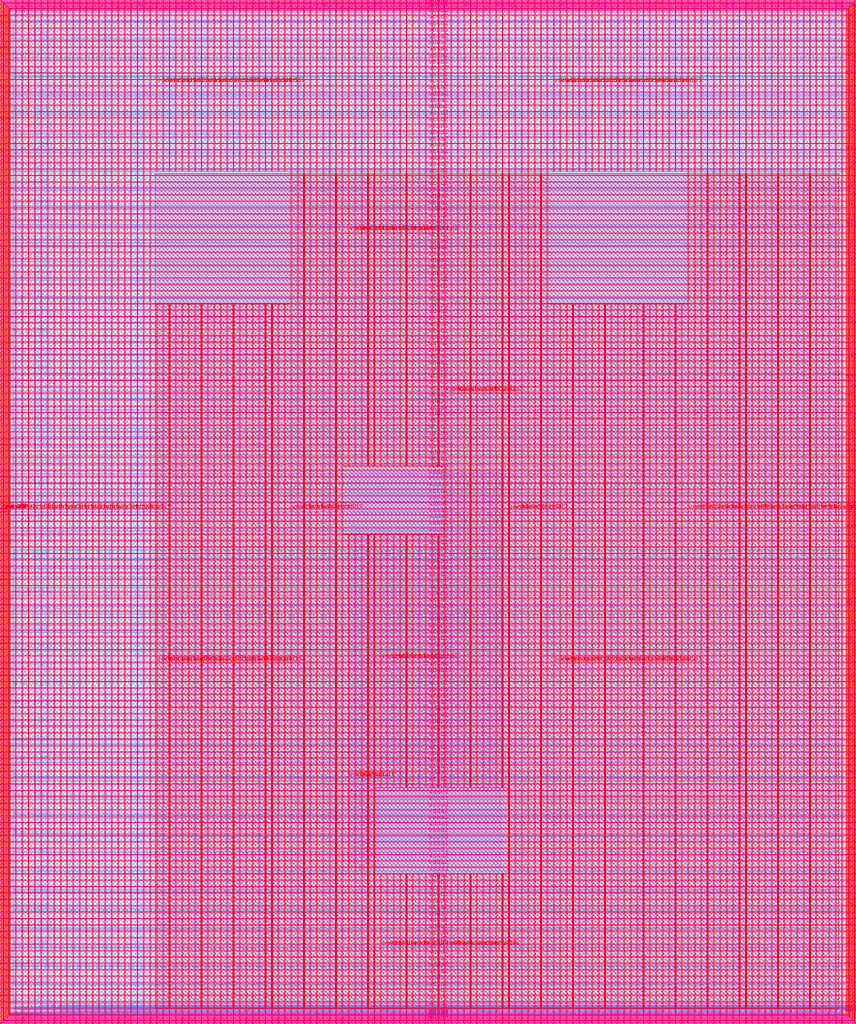
<source format=lef>
VERSION 5.7 ;
  NOWIREEXTENSIONATPIN ON ;
  DIVIDERCHAR "/" ;
  BUSBITCHARS "[]" ;
MACRO user_project_wrapper
  CLASS BLOCK ;
  FOREIGN user_project_wrapper ;
  ORIGIN 0.000 0.000 ;
  SIZE 2920.000 BY 3520.000 ;
  PIN analog_io[0]
    DIRECTION INOUT ;
    USE SIGNAL ;
    PORT
      LAYER met3 ;
        RECT 2917.600 1426.380 2924.800 1427.580 ;
    END
  END analog_io[0]
  PIN analog_io[10]
    DIRECTION INOUT ;
    USE SIGNAL ;
    PORT
      LAYER met2 ;
        RECT 2230.490 3517.600 2231.050 3524.800 ;
    END
  END analog_io[10]
  PIN analog_io[11]
    DIRECTION INOUT ;
    USE SIGNAL ;
    PORT
      LAYER met2 ;
        RECT 1905.730 3517.600 1906.290 3524.800 ;
    END
  END analog_io[11]
  PIN analog_io[12]
    DIRECTION INOUT ;
    USE SIGNAL ;
    PORT
      LAYER met2 ;
        RECT 1581.430 3517.600 1581.990 3524.800 ;
    END
  END analog_io[12]
  PIN analog_io[13]
    DIRECTION INOUT ;
    USE SIGNAL ;
    PORT
      LAYER met2 ;
        RECT 1257.130 3517.600 1257.690 3524.800 ;
    END
  END analog_io[13]
  PIN analog_io[14]
    DIRECTION INOUT ;
    USE SIGNAL ;
    PORT
      LAYER met2 ;
        RECT 932.370 3517.600 932.930 3524.800 ;
    END
  END analog_io[14]
  PIN analog_io[15]
    DIRECTION INOUT ;
    USE SIGNAL ;
    PORT
      LAYER met2 ;
        RECT 608.070 3517.600 608.630 3524.800 ;
    END
  END analog_io[15]
  PIN analog_io[16]
    DIRECTION INOUT ;
    USE SIGNAL ;
    PORT
      LAYER met2 ;
        RECT 283.770 3517.600 284.330 3524.800 ;
    END
  END analog_io[16]
  PIN analog_io[17]
    DIRECTION INOUT ;
    USE SIGNAL ;
    PORT
      LAYER met3 ;
        RECT -4.800 3486.100 2.400 3487.300 ;
    END
  END analog_io[17]
  PIN analog_io[18]
    DIRECTION INOUT ;
    USE SIGNAL ;
    PORT
      LAYER met3 ;
        RECT -4.800 3224.980 2.400 3226.180 ;
    END
  END analog_io[18]
  PIN analog_io[19]
    DIRECTION INOUT ;
    USE SIGNAL ;
    PORT
      LAYER met3 ;
        RECT -4.800 2964.540 2.400 2965.740 ;
    END
  END analog_io[19]
  PIN analog_io[1]
    DIRECTION INOUT ;
    USE SIGNAL ;
    PORT
      LAYER met3 ;
        RECT 2917.600 1692.260 2924.800 1693.460 ;
    END
  END analog_io[1]
  PIN analog_io[20]
    DIRECTION INOUT ;
    USE SIGNAL ;
    PORT
      LAYER met3 ;
        RECT -4.800 2703.420 2.400 2704.620 ;
    END
  END analog_io[20]
  PIN analog_io[21]
    DIRECTION INOUT ;
    USE SIGNAL ;
    PORT
      LAYER met3 ;
        RECT -4.800 2442.980 2.400 2444.180 ;
    END
  END analog_io[21]
  PIN analog_io[22]
    DIRECTION INOUT ;
    USE SIGNAL ;
    PORT
      LAYER met3 ;
        RECT -4.800 2182.540 2.400 2183.740 ;
    END
  END analog_io[22]
  PIN analog_io[23]
    DIRECTION INOUT ;
    USE SIGNAL ;
    PORT
      LAYER met3 ;
        RECT -4.800 1921.420 2.400 1922.620 ;
    END
  END analog_io[23]
  PIN analog_io[24]
    DIRECTION INOUT ;
    USE SIGNAL ;
    PORT
      LAYER met3 ;
        RECT -4.800 1660.980 2.400 1662.180 ;
    END
  END analog_io[24]
  PIN analog_io[25]
    DIRECTION INOUT ;
    USE SIGNAL ;
    PORT
      LAYER met3 ;
        RECT -4.800 1399.860 2.400 1401.060 ;
    END
  END analog_io[25]
  PIN analog_io[26]
    DIRECTION INOUT ;
    USE SIGNAL ;
    PORT
      LAYER met3 ;
        RECT -4.800 1139.420 2.400 1140.620 ;
    END
  END analog_io[26]
  PIN analog_io[27]
    DIRECTION INOUT ;
    USE SIGNAL ;
    PORT
      LAYER met3 ;
        RECT -4.800 878.980 2.400 880.180 ;
    END
  END analog_io[27]
  PIN analog_io[28]
    DIRECTION INOUT ;
    USE SIGNAL ;
    PORT
      LAYER met3 ;
        RECT -4.800 617.860 2.400 619.060 ;
    END
  END analog_io[28]
  PIN analog_io[2]
    DIRECTION INOUT ;
    USE SIGNAL ;
    PORT
      LAYER met3 ;
        RECT 2917.600 1958.140 2924.800 1959.340 ;
    END
  END analog_io[2]
  PIN analog_io[3]
    DIRECTION INOUT ;
    USE SIGNAL ;
    PORT
      LAYER met3 ;
        RECT 2917.600 2223.340 2924.800 2224.540 ;
    END
  END analog_io[3]
  PIN analog_io[4]
    DIRECTION INOUT ;
    USE SIGNAL ;
    PORT
      LAYER met3 ;
        RECT 2917.600 2489.220 2924.800 2490.420 ;
    END
  END analog_io[4]
  PIN analog_io[5]
    DIRECTION INOUT ;
    USE SIGNAL ;
    PORT
      LAYER met3 ;
        RECT 2917.600 2755.100 2924.800 2756.300 ;
    END
  END analog_io[5]
  PIN analog_io[6]
    DIRECTION INOUT ;
    USE SIGNAL ;
    PORT
      LAYER met3 ;
        RECT 2917.600 3020.300 2924.800 3021.500 ;
    END
  END analog_io[6]
  PIN analog_io[7]
    DIRECTION INOUT ;
    USE SIGNAL ;
    PORT
      LAYER met3 ;
        RECT 2917.600 3286.180 2924.800 3287.380 ;
    END
  END analog_io[7]
  PIN analog_io[8]
    DIRECTION INOUT ;
    USE SIGNAL ;
    PORT
      LAYER met2 ;
        RECT 2879.090 3517.600 2879.650 3524.800 ;
    END
  END analog_io[8]
  PIN analog_io[9]
    DIRECTION INOUT ;
    USE SIGNAL ;
    PORT
      LAYER met2 ;
        RECT 2554.790 3517.600 2555.350 3524.800 ;
    END
  END analog_io[9]
  PIN io_in[0]
    DIRECTION INPUT ;
    USE SIGNAL ;
    PORT
      LAYER met3 ;
        RECT 2917.600 32.380 2924.800 33.580 ;
    END
  END io_in[0]
  PIN io_in[10]
    DIRECTION INPUT ;
    USE SIGNAL ;
    PORT
      LAYER met3 ;
        RECT 2917.600 2289.980 2924.800 2291.180 ;
    END
  END io_in[10]
  PIN io_in[11]
    DIRECTION INPUT ;
    USE SIGNAL ;
    PORT
      LAYER met3 ;
        RECT 2917.600 2555.860 2924.800 2557.060 ;
    END
  END io_in[11]
  PIN io_in[12]
    DIRECTION INPUT ;
    USE SIGNAL ;
    PORT
      LAYER met3 ;
        RECT 2917.600 2821.060 2924.800 2822.260 ;
    END
  END io_in[12]
  PIN io_in[13]
    DIRECTION INPUT ;
    USE SIGNAL ;
    PORT
      LAYER met3 ;
        RECT 2917.600 3086.940 2924.800 3088.140 ;
    END
  END io_in[13]
  PIN io_in[14]
    DIRECTION INPUT ;
    USE SIGNAL ;
    PORT
      LAYER met3 ;
        RECT 2917.600 3352.820 2924.800 3354.020 ;
    END
  END io_in[14]
  PIN io_in[15]
    DIRECTION INPUT ;
    USE SIGNAL ;
    PORT
      LAYER met2 ;
        RECT 2798.130 3517.600 2798.690 3524.800 ;
    END
  END io_in[15]
  PIN io_in[16]
    DIRECTION INPUT ;
    USE SIGNAL ;
    PORT
      LAYER met2 ;
        RECT 2473.830 3517.600 2474.390 3524.800 ;
    END
  END io_in[16]
  PIN io_in[17]
    DIRECTION INPUT ;
    USE SIGNAL ;
    PORT
      LAYER met2 ;
        RECT 2149.070 3517.600 2149.630 3524.800 ;
    END
  END io_in[17]
  PIN io_in[18]
    DIRECTION INPUT ;
    USE SIGNAL ;
    PORT
      LAYER met2 ;
        RECT 1824.770 3517.600 1825.330 3524.800 ;
    END
  END io_in[18]
  PIN io_in[19]
    DIRECTION INPUT ;
    USE SIGNAL ;
    PORT
      LAYER met2 ;
        RECT 1500.470 3517.600 1501.030 3524.800 ;
    END
  END io_in[19]
  PIN io_in[1]
    DIRECTION INPUT ;
    USE SIGNAL ;
    PORT
      LAYER met3 ;
        RECT 2917.600 230.940 2924.800 232.140 ;
    END
  END io_in[1]
  PIN io_in[20]
    DIRECTION INPUT ;
    USE SIGNAL ;
    PORT
      LAYER met2 ;
        RECT 1175.710 3517.600 1176.270 3524.800 ;
    END
  END io_in[20]
  PIN io_in[21]
    DIRECTION INPUT ;
    USE SIGNAL ;
    PORT
      LAYER met2 ;
        RECT 851.410 3517.600 851.970 3524.800 ;
    END
  END io_in[21]
  PIN io_in[22]
    DIRECTION INPUT ;
    USE SIGNAL ;
    PORT
      LAYER met2 ;
        RECT 527.110 3517.600 527.670 3524.800 ;
    END
  END io_in[22]
  PIN io_in[23]
    DIRECTION INPUT ;
    USE SIGNAL ;
    PORT
      LAYER met2 ;
        RECT 202.350 3517.600 202.910 3524.800 ;
    END
  END io_in[23]
  PIN io_in[24]
    DIRECTION INPUT ;
    USE SIGNAL ;
    PORT
      LAYER met3 ;
        RECT -4.800 3420.820 2.400 3422.020 ;
    END
  END io_in[24]
  PIN io_in[25]
    DIRECTION INPUT ;
    USE SIGNAL ;
    PORT
      LAYER met3 ;
        RECT -4.800 3159.700 2.400 3160.900 ;
    END
  END io_in[25]
  PIN io_in[26]
    DIRECTION INPUT ;
    USE SIGNAL ;
    PORT
      LAYER met3 ;
        RECT -4.800 2899.260 2.400 2900.460 ;
    END
  END io_in[26]
  PIN io_in[27]
    DIRECTION INPUT ;
    USE SIGNAL ;
    PORT
      LAYER met3 ;
        RECT -4.800 2638.820 2.400 2640.020 ;
    END
  END io_in[27]
  PIN io_in[28]
    DIRECTION INPUT ;
    USE SIGNAL ;
    PORT
      LAYER met3 ;
        RECT -4.800 2377.700 2.400 2378.900 ;
    END
  END io_in[28]
  PIN io_in[29]
    DIRECTION INPUT ;
    USE SIGNAL ;
    PORT
      LAYER met3 ;
        RECT -4.800 2117.260 2.400 2118.460 ;
    END
  END io_in[29]
  PIN io_in[2]
    DIRECTION INPUT ;
    USE SIGNAL ;
    PORT
      LAYER met3 ;
        RECT 2917.600 430.180 2924.800 431.380 ;
    END
  END io_in[2]
  PIN io_in[30]
    DIRECTION INPUT ;
    USE SIGNAL ;
    PORT
      LAYER met3 ;
        RECT -4.800 1856.140 2.400 1857.340 ;
    END
  END io_in[30]
  PIN io_in[31]
    DIRECTION INPUT ;
    USE SIGNAL ;
    PORT
      LAYER met3 ;
        RECT -4.800 1595.700 2.400 1596.900 ;
    END
  END io_in[31]
  PIN io_in[32]
    DIRECTION INPUT ;
    USE SIGNAL ;
    PORT
      LAYER met3 ;
        RECT -4.800 1335.260 2.400 1336.460 ;
    END
  END io_in[32]
  PIN io_in[33]
    DIRECTION INPUT ;
    USE SIGNAL ;
    PORT
      LAYER met3 ;
        RECT -4.800 1074.140 2.400 1075.340 ;
    END
  END io_in[33]
  PIN io_in[34]
    DIRECTION INPUT ;
    USE SIGNAL ;
    PORT
      LAYER met3 ;
        RECT -4.800 813.700 2.400 814.900 ;
    END
  END io_in[34]
  PIN io_in[35]
    DIRECTION INPUT ;
    USE SIGNAL ;
    PORT
      LAYER met3 ;
        RECT -4.800 552.580 2.400 553.780 ;
    END
  END io_in[35]
  PIN io_in[36]
    DIRECTION INPUT ;
    USE SIGNAL ;
    PORT
      LAYER met3 ;
        RECT -4.800 357.420 2.400 358.620 ;
    END
  END io_in[36]
  PIN io_in[37]
    DIRECTION INPUT ;
    USE SIGNAL ;
    PORT
      LAYER met3 ;
        RECT -4.800 161.580 2.400 162.780 ;
    END
  END io_in[37]
  PIN io_in[3]
    DIRECTION INPUT ;
    USE SIGNAL ;
    PORT
      LAYER met3 ;
        RECT 2917.600 629.420 2924.800 630.620 ;
    END
  END io_in[3]
  PIN io_in[4]
    DIRECTION INPUT ;
    USE SIGNAL ;
    PORT
      LAYER met3 ;
        RECT 2917.600 828.660 2924.800 829.860 ;
    END
  END io_in[4]
  PIN io_in[5]
    DIRECTION INPUT ;
    USE SIGNAL ;
    PORT
      LAYER met3 ;
        RECT 2917.600 1027.900 2924.800 1029.100 ;
    END
  END io_in[5]
  PIN io_in[6]
    DIRECTION INPUT ;
    USE SIGNAL ;
    PORT
      LAYER met3 ;
        RECT 2917.600 1227.140 2924.800 1228.340 ;
    END
  END io_in[6]
  PIN io_in[7]
    DIRECTION INPUT ;
    USE SIGNAL ;
    PORT
      LAYER met3 ;
        RECT 2917.600 1493.020 2924.800 1494.220 ;
    END
  END io_in[7]
  PIN io_in[8]
    DIRECTION INPUT ;
    USE SIGNAL ;
    PORT
      LAYER met3 ;
        RECT 2917.600 1758.900 2924.800 1760.100 ;
    END
  END io_in[8]
  PIN io_in[9]
    DIRECTION INPUT ;
    USE SIGNAL ;
    PORT
      LAYER met3 ;
        RECT 2917.600 2024.100 2924.800 2025.300 ;
    END
  END io_in[9]
  PIN io_oeb[0]
    DIRECTION OUTPUT TRISTATE ;
    USE SIGNAL ;
    PORT
      LAYER met3 ;
        RECT 2917.600 164.980 2924.800 166.180 ;
    END
  END io_oeb[0]
  PIN io_oeb[10]
    DIRECTION OUTPUT TRISTATE ;
    USE SIGNAL ;
    PORT
      LAYER met3 ;
        RECT 2917.600 2422.580 2924.800 2423.780 ;
    END
  END io_oeb[10]
  PIN io_oeb[11]
    DIRECTION OUTPUT TRISTATE ;
    USE SIGNAL ;
    PORT
      LAYER met3 ;
        RECT 2917.600 2688.460 2924.800 2689.660 ;
    END
  END io_oeb[11]
  PIN io_oeb[12]
    DIRECTION OUTPUT TRISTATE ;
    USE SIGNAL ;
    PORT
      LAYER met3 ;
        RECT 2917.600 2954.340 2924.800 2955.540 ;
    END
  END io_oeb[12]
  PIN io_oeb[13]
    DIRECTION OUTPUT TRISTATE ;
    USE SIGNAL ;
    PORT
      LAYER met3 ;
        RECT 2917.600 3219.540 2924.800 3220.740 ;
    END
  END io_oeb[13]
  PIN io_oeb[14]
    DIRECTION OUTPUT TRISTATE ;
    USE SIGNAL ;
    PORT
      LAYER met3 ;
        RECT 2917.600 3485.420 2924.800 3486.620 ;
    END
  END io_oeb[14]
  PIN io_oeb[15]
    DIRECTION OUTPUT TRISTATE ;
    USE SIGNAL ;
    PORT
      LAYER met2 ;
        RECT 2635.750 3517.600 2636.310 3524.800 ;
    END
  END io_oeb[15]
  PIN io_oeb[16]
    DIRECTION OUTPUT TRISTATE ;
    USE SIGNAL ;
    PORT
      LAYER met2 ;
        RECT 2311.450 3517.600 2312.010 3524.800 ;
    END
  END io_oeb[16]
  PIN io_oeb[17]
    DIRECTION OUTPUT TRISTATE ;
    USE SIGNAL ;
    PORT
      LAYER met2 ;
        RECT 1987.150 3517.600 1987.710 3524.800 ;
    END
  END io_oeb[17]
  PIN io_oeb[18]
    DIRECTION OUTPUT TRISTATE ;
    USE SIGNAL ;
    PORT
      LAYER met2 ;
        RECT 1662.390 3517.600 1662.950 3524.800 ;
    END
  END io_oeb[18]
  PIN io_oeb[19]
    DIRECTION OUTPUT TRISTATE ;
    USE SIGNAL ;
    PORT
      LAYER met2 ;
        RECT 1338.090 3517.600 1338.650 3524.800 ;
    END
  END io_oeb[19]
  PIN io_oeb[1]
    DIRECTION OUTPUT TRISTATE ;
    USE SIGNAL ;
    PORT
      LAYER met3 ;
        RECT 2917.600 364.220 2924.800 365.420 ;
    END
  END io_oeb[1]
  PIN io_oeb[20]
    DIRECTION OUTPUT TRISTATE ;
    USE SIGNAL ;
    PORT
      LAYER met2 ;
        RECT 1013.790 3517.600 1014.350 3524.800 ;
    END
  END io_oeb[20]
  PIN io_oeb[21]
    DIRECTION OUTPUT TRISTATE ;
    USE SIGNAL ;
    PORT
      LAYER met2 ;
        RECT 689.030 3517.600 689.590 3524.800 ;
    END
  END io_oeb[21]
  PIN io_oeb[22]
    DIRECTION OUTPUT TRISTATE ;
    USE SIGNAL ;
    PORT
      LAYER met2 ;
        RECT 364.730 3517.600 365.290 3524.800 ;
    END
  END io_oeb[22]
  PIN io_oeb[23]
    DIRECTION OUTPUT TRISTATE ;
    USE SIGNAL ;
    PORT
      LAYER met2 ;
        RECT 40.430 3517.600 40.990 3524.800 ;
    END
  END io_oeb[23]
  PIN io_oeb[24]
    DIRECTION OUTPUT TRISTATE ;
    USE SIGNAL ;
    PORT
      LAYER met3 ;
        RECT -4.800 3290.260 2.400 3291.460 ;
    END
  END io_oeb[24]
  PIN io_oeb[25]
    DIRECTION OUTPUT TRISTATE ;
    USE SIGNAL ;
    PORT
      LAYER met3 ;
        RECT -4.800 3029.820 2.400 3031.020 ;
    END
  END io_oeb[25]
  PIN io_oeb[26]
    DIRECTION OUTPUT TRISTATE ;
    USE SIGNAL ;
    PORT
      LAYER met3 ;
        RECT -4.800 2768.700 2.400 2769.900 ;
    END
  END io_oeb[26]
  PIN io_oeb[27]
    DIRECTION OUTPUT TRISTATE ;
    USE SIGNAL ;
    PORT
      LAYER met3 ;
        RECT -4.800 2508.260 2.400 2509.460 ;
    END
  END io_oeb[27]
  PIN io_oeb[28]
    DIRECTION OUTPUT TRISTATE ;
    USE SIGNAL ;
    PORT
      LAYER met3 ;
        RECT -4.800 2247.140 2.400 2248.340 ;
    END
  END io_oeb[28]
  PIN io_oeb[29]
    DIRECTION OUTPUT TRISTATE ;
    USE SIGNAL ;
    PORT
      LAYER met3 ;
        RECT -4.800 1986.700 2.400 1987.900 ;
    END
  END io_oeb[29]
  PIN io_oeb[2]
    DIRECTION OUTPUT TRISTATE ;
    USE SIGNAL ;
    PORT
      LAYER met3 ;
        RECT 2917.600 563.460 2924.800 564.660 ;
    END
  END io_oeb[2]
  PIN io_oeb[30]
    DIRECTION OUTPUT TRISTATE ;
    USE SIGNAL ;
    PORT
      LAYER met3 ;
        RECT -4.800 1726.260 2.400 1727.460 ;
    END
  END io_oeb[30]
  PIN io_oeb[31]
    DIRECTION OUTPUT TRISTATE ;
    USE SIGNAL ;
    PORT
      LAYER met3 ;
        RECT -4.800 1465.140 2.400 1466.340 ;
    END
  END io_oeb[31]
  PIN io_oeb[32]
    DIRECTION OUTPUT TRISTATE ;
    USE SIGNAL ;
    PORT
      LAYER met3 ;
        RECT -4.800 1204.700 2.400 1205.900 ;
    END
  END io_oeb[32]
  PIN io_oeb[33]
    DIRECTION OUTPUT TRISTATE ;
    USE SIGNAL ;
    PORT
      LAYER met3 ;
        RECT -4.800 943.580 2.400 944.780 ;
    END
  END io_oeb[33]
  PIN io_oeb[34]
    DIRECTION OUTPUT TRISTATE ;
    USE SIGNAL ;
    PORT
      LAYER met3 ;
        RECT -4.800 683.140 2.400 684.340 ;
    END
  END io_oeb[34]
  PIN io_oeb[35]
    DIRECTION OUTPUT TRISTATE ;
    USE SIGNAL ;
    PORT
      LAYER met3 ;
        RECT -4.800 422.700 2.400 423.900 ;
    END
  END io_oeb[35]
  PIN io_oeb[36]
    DIRECTION OUTPUT TRISTATE ;
    USE SIGNAL ;
    PORT
      LAYER met3 ;
        RECT -4.800 226.860 2.400 228.060 ;
    END
  END io_oeb[36]
  PIN io_oeb[37]
    DIRECTION OUTPUT TRISTATE ;
    USE SIGNAL ;
    PORT
      LAYER met3 ;
        RECT -4.800 31.700 2.400 32.900 ;
    END
  END io_oeb[37]
  PIN io_oeb[3]
    DIRECTION OUTPUT TRISTATE ;
    USE SIGNAL ;
    PORT
      LAYER met3 ;
        RECT 2917.600 762.700 2924.800 763.900 ;
    END
  END io_oeb[3]
  PIN io_oeb[4]
    DIRECTION OUTPUT TRISTATE ;
    USE SIGNAL ;
    PORT
      LAYER met3 ;
        RECT 2917.600 961.940 2924.800 963.140 ;
    END
  END io_oeb[4]
  PIN io_oeb[5]
    DIRECTION OUTPUT TRISTATE ;
    USE SIGNAL ;
    PORT
      LAYER met3 ;
        RECT 2917.600 1161.180 2924.800 1162.380 ;
    END
  END io_oeb[5]
  PIN io_oeb[6]
    DIRECTION OUTPUT TRISTATE ;
    USE SIGNAL ;
    PORT
      LAYER met3 ;
        RECT 2917.600 1360.420 2924.800 1361.620 ;
    END
  END io_oeb[6]
  PIN io_oeb[7]
    DIRECTION OUTPUT TRISTATE ;
    USE SIGNAL ;
    PORT
      LAYER met3 ;
        RECT 2917.600 1625.620 2924.800 1626.820 ;
    END
  END io_oeb[7]
  PIN io_oeb[8]
    DIRECTION OUTPUT TRISTATE ;
    USE SIGNAL ;
    PORT
      LAYER met3 ;
        RECT 2917.600 1891.500 2924.800 1892.700 ;
    END
  END io_oeb[8]
  PIN io_oeb[9]
    DIRECTION OUTPUT TRISTATE ;
    USE SIGNAL ;
    PORT
      LAYER met3 ;
        RECT 2917.600 2157.380 2924.800 2158.580 ;
    END
  END io_oeb[9]
  PIN io_out[0]
    DIRECTION OUTPUT TRISTATE ;
    USE SIGNAL ;
    PORT
      LAYER met3 ;
        RECT 2917.600 98.340 2924.800 99.540 ;
    END
  END io_out[0]
  PIN io_out[10]
    DIRECTION OUTPUT TRISTATE ;
    USE SIGNAL ;
    PORT
      LAYER met3 ;
        RECT 2917.600 2356.620 2924.800 2357.820 ;
    END
  END io_out[10]
  PIN io_out[11]
    DIRECTION OUTPUT TRISTATE ;
    USE SIGNAL ;
    PORT
      LAYER met3 ;
        RECT 2917.600 2621.820 2924.800 2623.020 ;
    END
  END io_out[11]
  PIN io_out[12]
    DIRECTION OUTPUT TRISTATE ;
    USE SIGNAL ;
    PORT
      LAYER met3 ;
        RECT 2917.600 2887.700 2924.800 2888.900 ;
    END
  END io_out[12]
  PIN io_out[13]
    DIRECTION OUTPUT TRISTATE ;
    USE SIGNAL ;
    PORT
      LAYER met3 ;
        RECT 2917.600 3153.580 2924.800 3154.780 ;
    END
  END io_out[13]
  PIN io_out[14]
    DIRECTION OUTPUT TRISTATE ;
    USE SIGNAL ;
    PORT
      LAYER met3 ;
        RECT 2917.600 3418.780 2924.800 3419.980 ;
    END
  END io_out[14]
  PIN io_out[15]
    DIRECTION OUTPUT TRISTATE ;
    USE SIGNAL ;
    PORT
      LAYER met2 ;
        RECT 2717.170 3517.600 2717.730 3524.800 ;
    END
  END io_out[15]
  PIN io_out[16]
    DIRECTION OUTPUT TRISTATE ;
    USE SIGNAL ;
    PORT
      LAYER met2 ;
        RECT 2392.410 3517.600 2392.970 3524.800 ;
    END
  END io_out[16]
  PIN io_out[17]
    DIRECTION OUTPUT TRISTATE ;
    USE SIGNAL ;
    PORT
      LAYER met2 ;
        RECT 2068.110 3517.600 2068.670 3524.800 ;
    END
  END io_out[17]
  PIN io_out[18]
    DIRECTION OUTPUT TRISTATE ;
    USE SIGNAL ;
    PORT
      LAYER met2 ;
        RECT 1743.810 3517.600 1744.370 3524.800 ;
    END
  END io_out[18]
  PIN io_out[19]
    DIRECTION OUTPUT TRISTATE ;
    USE SIGNAL ;
    PORT
      LAYER met2 ;
        RECT 1419.050 3517.600 1419.610 3524.800 ;
    END
  END io_out[19]
  PIN io_out[1]
    DIRECTION OUTPUT TRISTATE ;
    USE SIGNAL ;
    PORT
      LAYER met3 ;
        RECT 2917.600 297.580 2924.800 298.780 ;
    END
  END io_out[1]
  PIN io_out[20]
    DIRECTION OUTPUT TRISTATE ;
    USE SIGNAL ;
    PORT
      LAYER met2 ;
        RECT 1094.750 3517.600 1095.310 3524.800 ;
    END
  END io_out[20]
  PIN io_out[21]
    DIRECTION OUTPUT TRISTATE ;
    USE SIGNAL ;
    PORT
      LAYER met2 ;
        RECT 770.450 3517.600 771.010 3524.800 ;
    END
  END io_out[21]
  PIN io_out[22]
    DIRECTION OUTPUT TRISTATE ;
    USE SIGNAL ;
    PORT
      LAYER met2 ;
        RECT 445.690 3517.600 446.250 3524.800 ;
    END
  END io_out[22]
  PIN io_out[23]
    DIRECTION OUTPUT TRISTATE ;
    USE SIGNAL ;
    PORT
      LAYER met2 ;
        RECT 121.390 3517.600 121.950 3524.800 ;
    END
  END io_out[23]
  PIN io_out[24]
    DIRECTION OUTPUT TRISTATE ;
    USE SIGNAL ;
    PORT
      LAYER met3 ;
        RECT -4.800 3355.540 2.400 3356.740 ;
    END
  END io_out[24]
  PIN io_out[25]
    DIRECTION OUTPUT TRISTATE ;
    USE SIGNAL ;
    PORT
      LAYER met3 ;
        RECT -4.800 3095.100 2.400 3096.300 ;
    END
  END io_out[25]
  PIN io_out[26]
    DIRECTION OUTPUT TRISTATE ;
    USE SIGNAL ;
    PORT
      LAYER met3 ;
        RECT -4.800 2833.980 2.400 2835.180 ;
    END
  END io_out[26]
  PIN io_out[27]
    DIRECTION OUTPUT TRISTATE ;
    USE SIGNAL ;
    PORT
      LAYER met3 ;
        RECT -4.800 2573.540 2.400 2574.740 ;
    END
  END io_out[27]
  PIN io_out[28]
    DIRECTION OUTPUT TRISTATE ;
    USE SIGNAL ;
    PORT
      LAYER met3 ;
        RECT -4.800 2312.420 2.400 2313.620 ;
    END
  END io_out[28]
  PIN io_out[29]
    DIRECTION OUTPUT TRISTATE ;
    USE SIGNAL ;
    PORT
      LAYER met3 ;
        RECT -4.800 2051.980 2.400 2053.180 ;
    END
  END io_out[29]
  PIN io_out[2]
    DIRECTION OUTPUT TRISTATE ;
    USE SIGNAL ;
    PORT
      LAYER met3 ;
        RECT 2917.600 496.820 2924.800 498.020 ;
    END
  END io_out[2]
  PIN io_out[30]
    DIRECTION OUTPUT TRISTATE ;
    USE SIGNAL ;
    PORT
      LAYER met3 ;
        RECT -4.800 1791.540 2.400 1792.740 ;
    END
  END io_out[30]
  PIN io_out[31]
    DIRECTION OUTPUT TRISTATE ;
    USE SIGNAL ;
    PORT
      LAYER met3 ;
        RECT -4.800 1530.420 2.400 1531.620 ;
    END
  END io_out[31]
  PIN io_out[32]
    DIRECTION OUTPUT TRISTATE ;
    USE SIGNAL ;
    PORT
      LAYER met3 ;
        RECT -4.800 1269.980 2.400 1271.180 ;
    END
  END io_out[32]
  PIN io_out[33]
    DIRECTION OUTPUT TRISTATE ;
    USE SIGNAL ;
    PORT
      LAYER met3 ;
        RECT -4.800 1008.860 2.400 1010.060 ;
    END
  END io_out[33]
  PIN io_out[34]
    DIRECTION OUTPUT TRISTATE ;
    USE SIGNAL ;
    PORT
      LAYER met3 ;
        RECT -4.800 748.420 2.400 749.620 ;
    END
  END io_out[34]
  PIN io_out[35]
    DIRECTION OUTPUT TRISTATE ;
    USE SIGNAL ;
    PORT
      LAYER met3 ;
        RECT -4.800 487.300 2.400 488.500 ;
    END
  END io_out[35]
  PIN io_out[36]
    DIRECTION OUTPUT TRISTATE ;
    USE SIGNAL ;
    PORT
      LAYER met3 ;
        RECT -4.800 292.140 2.400 293.340 ;
    END
  END io_out[36]
  PIN io_out[37]
    DIRECTION OUTPUT TRISTATE ;
    USE SIGNAL ;
    PORT
      LAYER met3 ;
        RECT -4.800 96.300 2.400 97.500 ;
    END
  END io_out[37]
  PIN io_out[3]
    DIRECTION OUTPUT TRISTATE ;
    USE SIGNAL ;
    PORT
      LAYER met3 ;
        RECT 2917.600 696.060 2924.800 697.260 ;
    END
  END io_out[3]
  PIN io_out[4]
    DIRECTION OUTPUT TRISTATE ;
    USE SIGNAL ;
    PORT
      LAYER met3 ;
        RECT 2917.600 895.300 2924.800 896.500 ;
    END
  END io_out[4]
  PIN io_out[5]
    DIRECTION OUTPUT TRISTATE ;
    USE SIGNAL ;
    PORT
      LAYER met3 ;
        RECT 2917.600 1094.540 2924.800 1095.740 ;
    END
  END io_out[5]
  PIN io_out[6]
    DIRECTION OUTPUT TRISTATE ;
    USE SIGNAL ;
    PORT
      LAYER met3 ;
        RECT 2917.600 1293.780 2924.800 1294.980 ;
    END
  END io_out[6]
  PIN io_out[7]
    DIRECTION OUTPUT TRISTATE ;
    USE SIGNAL ;
    PORT
      LAYER met3 ;
        RECT 2917.600 1559.660 2924.800 1560.860 ;
    END
  END io_out[7]
  PIN io_out[8]
    DIRECTION OUTPUT TRISTATE ;
    USE SIGNAL ;
    PORT
      LAYER met3 ;
        RECT 2917.600 1824.860 2924.800 1826.060 ;
    END
  END io_out[8]
  PIN io_out[9]
    DIRECTION OUTPUT TRISTATE ;
    USE SIGNAL ;
    PORT
      LAYER met3 ;
        RECT 2917.600 2090.740 2924.800 2091.940 ;
    END
  END io_out[9]
  PIN la_data_in[0]
    DIRECTION INPUT ;
    USE SIGNAL ;
    PORT
      LAYER met2 ;
        RECT 629.230 -4.800 629.790 2.400 ;
    END
  END la_data_in[0]
  PIN la_data_in[100]
    DIRECTION INPUT ;
    USE SIGNAL ;
    PORT
      LAYER met2 ;
        RECT 2402.530 -4.800 2403.090 2.400 ;
    END
  END la_data_in[100]
  PIN la_data_in[101]
    DIRECTION INPUT ;
    USE SIGNAL ;
    PORT
      LAYER met2 ;
        RECT 2420.010 -4.800 2420.570 2.400 ;
    END
  END la_data_in[101]
  PIN la_data_in[102]
    DIRECTION INPUT ;
    USE SIGNAL ;
    PORT
      LAYER met2 ;
        RECT 2437.950 -4.800 2438.510 2.400 ;
    END
  END la_data_in[102]
  PIN la_data_in[103]
    DIRECTION INPUT ;
    USE SIGNAL ;
    PORT
      LAYER met2 ;
        RECT 2455.430 -4.800 2455.990 2.400 ;
    END
  END la_data_in[103]
  PIN la_data_in[104]
    DIRECTION INPUT ;
    USE SIGNAL ;
    PORT
      LAYER met2 ;
        RECT 2473.370 -4.800 2473.930 2.400 ;
    END
  END la_data_in[104]
  PIN la_data_in[105]
    DIRECTION INPUT ;
    USE SIGNAL ;
    PORT
      LAYER met2 ;
        RECT 2490.850 -4.800 2491.410 2.400 ;
    END
  END la_data_in[105]
  PIN la_data_in[106]
    DIRECTION INPUT ;
    USE SIGNAL ;
    PORT
      LAYER met2 ;
        RECT 2508.790 -4.800 2509.350 2.400 ;
    END
  END la_data_in[106]
  PIN la_data_in[107]
    DIRECTION INPUT ;
    USE SIGNAL ;
    PORT
      LAYER met2 ;
        RECT 2526.730 -4.800 2527.290 2.400 ;
    END
  END la_data_in[107]
  PIN la_data_in[108]
    DIRECTION INPUT ;
    USE SIGNAL ;
    PORT
      LAYER met2 ;
        RECT 2544.210 -4.800 2544.770 2.400 ;
    END
  END la_data_in[108]
  PIN la_data_in[109]
    DIRECTION INPUT ;
    USE SIGNAL ;
    PORT
      LAYER met2 ;
        RECT 2562.150 -4.800 2562.710 2.400 ;
    END
  END la_data_in[109]
  PIN la_data_in[10]
    DIRECTION INPUT ;
    USE SIGNAL ;
    PORT
      LAYER met2 ;
        RECT 806.330 -4.800 806.890 2.400 ;
    END
  END la_data_in[10]
  PIN la_data_in[110]
    DIRECTION INPUT ;
    USE SIGNAL ;
    PORT
      LAYER met2 ;
        RECT 2579.630 -4.800 2580.190 2.400 ;
    END
  END la_data_in[110]
  PIN la_data_in[111]
    DIRECTION INPUT ;
    USE SIGNAL ;
    PORT
      LAYER met2 ;
        RECT 2597.570 -4.800 2598.130 2.400 ;
    END
  END la_data_in[111]
  PIN la_data_in[112]
    DIRECTION INPUT ;
    USE SIGNAL ;
    PORT
      LAYER met2 ;
        RECT 2615.050 -4.800 2615.610 2.400 ;
    END
  END la_data_in[112]
  PIN la_data_in[113]
    DIRECTION INPUT ;
    USE SIGNAL ;
    PORT
      LAYER met2 ;
        RECT 2632.990 -4.800 2633.550 2.400 ;
    END
  END la_data_in[113]
  PIN la_data_in[114]
    DIRECTION INPUT ;
    USE SIGNAL ;
    PORT
      LAYER met2 ;
        RECT 2650.470 -4.800 2651.030 2.400 ;
    END
  END la_data_in[114]
  PIN la_data_in[115]
    DIRECTION INPUT ;
    USE SIGNAL ;
    PORT
      LAYER met2 ;
        RECT 2668.410 -4.800 2668.970 2.400 ;
    END
  END la_data_in[115]
  PIN la_data_in[116]
    DIRECTION INPUT ;
    USE SIGNAL ;
    PORT
      LAYER met2 ;
        RECT 2685.890 -4.800 2686.450 2.400 ;
    END
  END la_data_in[116]
  PIN la_data_in[117]
    DIRECTION INPUT ;
    USE SIGNAL ;
    PORT
      LAYER met2 ;
        RECT 2703.830 -4.800 2704.390 2.400 ;
    END
  END la_data_in[117]
  PIN la_data_in[118]
    DIRECTION INPUT ;
    USE SIGNAL ;
    PORT
      LAYER met2 ;
        RECT 2721.770 -4.800 2722.330 2.400 ;
    END
  END la_data_in[118]
  PIN la_data_in[119]
    DIRECTION INPUT ;
    USE SIGNAL ;
    PORT
      LAYER met2 ;
        RECT 2739.250 -4.800 2739.810 2.400 ;
    END
  END la_data_in[119]
  PIN la_data_in[11]
    DIRECTION INPUT ;
    USE SIGNAL ;
    PORT
      LAYER met2 ;
        RECT 824.270 -4.800 824.830 2.400 ;
    END
  END la_data_in[11]
  PIN la_data_in[120]
    DIRECTION INPUT ;
    USE SIGNAL ;
    PORT
      LAYER met2 ;
        RECT 2757.190 -4.800 2757.750 2.400 ;
    END
  END la_data_in[120]
  PIN la_data_in[121]
    DIRECTION INPUT ;
    USE SIGNAL ;
    PORT
      LAYER met2 ;
        RECT 2774.670 -4.800 2775.230 2.400 ;
    END
  END la_data_in[121]
  PIN la_data_in[122]
    DIRECTION INPUT ;
    USE SIGNAL ;
    PORT
      LAYER met2 ;
        RECT 2792.610 -4.800 2793.170 2.400 ;
    END
  END la_data_in[122]
  PIN la_data_in[123]
    DIRECTION INPUT ;
    USE SIGNAL ;
    PORT
      LAYER met2 ;
        RECT 2810.090 -4.800 2810.650 2.400 ;
    END
  END la_data_in[123]
  PIN la_data_in[124]
    DIRECTION INPUT ;
    USE SIGNAL ;
    PORT
      LAYER met2 ;
        RECT 2828.030 -4.800 2828.590 2.400 ;
    END
  END la_data_in[124]
  PIN la_data_in[125]
    DIRECTION INPUT ;
    USE SIGNAL ;
    PORT
      LAYER met2 ;
        RECT 2845.510 -4.800 2846.070 2.400 ;
    END
  END la_data_in[125]
  PIN la_data_in[126]
    DIRECTION INPUT ;
    USE SIGNAL ;
    PORT
      LAYER met2 ;
        RECT 2863.450 -4.800 2864.010 2.400 ;
    END
  END la_data_in[126]
  PIN la_data_in[127]
    DIRECTION INPUT ;
    USE SIGNAL ;
    PORT
      LAYER met2 ;
        RECT 2881.390 -4.800 2881.950 2.400 ;
    END
  END la_data_in[127]
  PIN la_data_in[12]
    DIRECTION INPUT ;
    USE SIGNAL ;
    PORT
      LAYER met2 ;
        RECT 841.750 -4.800 842.310 2.400 ;
    END
  END la_data_in[12]
  PIN la_data_in[13]
    DIRECTION INPUT ;
    USE SIGNAL ;
    PORT
      LAYER met2 ;
        RECT 859.690 -4.800 860.250 2.400 ;
    END
  END la_data_in[13]
  PIN la_data_in[14]
    DIRECTION INPUT ;
    USE SIGNAL ;
    PORT
      LAYER met2 ;
        RECT 877.170 -4.800 877.730 2.400 ;
    END
  END la_data_in[14]
  PIN la_data_in[15]
    DIRECTION INPUT ;
    USE SIGNAL ;
    PORT
      LAYER met2 ;
        RECT 895.110 -4.800 895.670 2.400 ;
    END
  END la_data_in[15]
  PIN la_data_in[16]
    DIRECTION INPUT ;
    USE SIGNAL ;
    PORT
      LAYER met2 ;
        RECT 912.590 -4.800 913.150 2.400 ;
    END
  END la_data_in[16]
  PIN la_data_in[17]
    DIRECTION INPUT ;
    USE SIGNAL ;
    PORT
      LAYER met2 ;
        RECT 930.530 -4.800 931.090 2.400 ;
    END
  END la_data_in[17]
  PIN la_data_in[18]
    DIRECTION INPUT ;
    USE SIGNAL ;
    PORT
      LAYER met2 ;
        RECT 948.470 -4.800 949.030 2.400 ;
    END
  END la_data_in[18]
  PIN la_data_in[19]
    DIRECTION INPUT ;
    USE SIGNAL ;
    PORT
      LAYER met2 ;
        RECT 965.950 -4.800 966.510 2.400 ;
    END
  END la_data_in[19]
  PIN la_data_in[1]
    DIRECTION INPUT ;
    USE SIGNAL ;
    PORT
      LAYER met2 ;
        RECT 646.710 -4.800 647.270 2.400 ;
    END
  END la_data_in[1]
  PIN la_data_in[20]
    DIRECTION INPUT ;
    USE SIGNAL ;
    PORT
      LAYER met2 ;
        RECT 983.890 -4.800 984.450 2.400 ;
    END
  END la_data_in[20]
  PIN la_data_in[21]
    DIRECTION INPUT ;
    USE SIGNAL ;
    PORT
      LAYER met2 ;
        RECT 1001.370 -4.800 1001.930 2.400 ;
    END
  END la_data_in[21]
  PIN la_data_in[22]
    DIRECTION INPUT ;
    USE SIGNAL ;
    PORT
      LAYER met2 ;
        RECT 1019.310 -4.800 1019.870 2.400 ;
    END
  END la_data_in[22]
  PIN la_data_in[23]
    DIRECTION INPUT ;
    USE SIGNAL ;
    PORT
      LAYER met2 ;
        RECT 1036.790 -4.800 1037.350 2.400 ;
    END
  END la_data_in[23]
  PIN la_data_in[24]
    DIRECTION INPUT ;
    USE SIGNAL ;
    PORT
      LAYER met2 ;
        RECT 1054.730 -4.800 1055.290 2.400 ;
    END
  END la_data_in[24]
  PIN la_data_in[25]
    DIRECTION INPUT ;
    USE SIGNAL ;
    PORT
      LAYER met2 ;
        RECT 1072.210 -4.800 1072.770 2.400 ;
    END
  END la_data_in[25]
  PIN la_data_in[26]
    DIRECTION INPUT ;
    USE SIGNAL ;
    PORT
      LAYER met2 ;
        RECT 1090.150 -4.800 1090.710 2.400 ;
    END
  END la_data_in[26]
  PIN la_data_in[27]
    DIRECTION INPUT ;
    USE SIGNAL ;
    PORT
      LAYER met2 ;
        RECT 1107.630 -4.800 1108.190 2.400 ;
    END
  END la_data_in[27]
  PIN la_data_in[28]
    DIRECTION INPUT ;
    USE SIGNAL ;
    PORT
      LAYER met2 ;
        RECT 1125.570 -4.800 1126.130 2.400 ;
    END
  END la_data_in[28]
  PIN la_data_in[29]
    DIRECTION INPUT ;
    USE SIGNAL ;
    PORT
      LAYER met2 ;
        RECT 1143.510 -4.800 1144.070 2.400 ;
    END
  END la_data_in[29]
  PIN la_data_in[2]
    DIRECTION INPUT ;
    USE SIGNAL ;
    PORT
      LAYER met2 ;
        RECT 664.650 -4.800 665.210 2.400 ;
    END
  END la_data_in[2]
  PIN la_data_in[30]
    DIRECTION INPUT ;
    USE SIGNAL ;
    PORT
      LAYER met2 ;
        RECT 1160.990 -4.800 1161.550 2.400 ;
    END
  END la_data_in[30]
  PIN la_data_in[31]
    DIRECTION INPUT ;
    USE SIGNAL ;
    PORT
      LAYER met2 ;
        RECT 1178.930 -4.800 1179.490 2.400 ;
    END
  END la_data_in[31]
  PIN la_data_in[32]
    DIRECTION INPUT ;
    USE SIGNAL ;
    PORT
      LAYER met2 ;
        RECT 1196.410 -4.800 1196.970 2.400 ;
    END
  END la_data_in[32]
  PIN la_data_in[33]
    DIRECTION INPUT ;
    USE SIGNAL ;
    PORT
      LAYER met2 ;
        RECT 1214.350 -4.800 1214.910 2.400 ;
    END
  END la_data_in[33]
  PIN la_data_in[34]
    DIRECTION INPUT ;
    USE SIGNAL ;
    PORT
      LAYER met2 ;
        RECT 1231.830 -4.800 1232.390 2.400 ;
    END
  END la_data_in[34]
  PIN la_data_in[35]
    DIRECTION INPUT ;
    USE SIGNAL ;
    PORT
      LAYER met2 ;
        RECT 1249.770 -4.800 1250.330 2.400 ;
    END
  END la_data_in[35]
  PIN la_data_in[36]
    DIRECTION INPUT ;
    USE SIGNAL ;
    PORT
      LAYER met2 ;
        RECT 1267.250 -4.800 1267.810 2.400 ;
    END
  END la_data_in[36]
  PIN la_data_in[37]
    DIRECTION INPUT ;
    USE SIGNAL ;
    PORT
      LAYER met2 ;
        RECT 1285.190 -4.800 1285.750 2.400 ;
    END
  END la_data_in[37]
  PIN la_data_in[38]
    DIRECTION INPUT ;
    USE SIGNAL ;
    PORT
      LAYER met2 ;
        RECT 1303.130 -4.800 1303.690 2.400 ;
    END
  END la_data_in[38]
  PIN la_data_in[39]
    DIRECTION INPUT ;
    USE SIGNAL ;
    PORT
      LAYER met2 ;
        RECT 1320.610 -4.800 1321.170 2.400 ;
    END
  END la_data_in[39]
  PIN la_data_in[3]
    DIRECTION INPUT ;
    USE SIGNAL ;
    PORT
      LAYER met2 ;
        RECT 682.130 -4.800 682.690 2.400 ;
    END
  END la_data_in[3]
  PIN la_data_in[40]
    DIRECTION INPUT ;
    USE SIGNAL ;
    PORT
      LAYER met2 ;
        RECT 1338.550 -4.800 1339.110 2.400 ;
    END
  END la_data_in[40]
  PIN la_data_in[41]
    DIRECTION INPUT ;
    USE SIGNAL ;
    PORT
      LAYER met2 ;
        RECT 1356.030 -4.800 1356.590 2.400 ;
    END
  END la_data_in[41]
  PIN la_data_in[42]
    DIRECTION INPUT ;
    USE SIGNAL ;
    PORT
      LAYER met2 ;
        RECT 1373.970 -4.800 1374.530 2.400 ;
    END
  END la_data_in[42]
  PIN la_data_in[43]
    DIRECTION INPUT ;
    USE SIGNAL ;
    PORT
      LAYER met2 ;
        RECT 1391.450 -4.800 1392.010 2.400 ;
    END
  END la_data_in[43]
  PIN la_data_in[44]
    DIRECTION INPUT ;
    USE SIGNAL ;
    PORT
      LAYER met2 ;
        RECT 1409.390 -4.800 1409.950 2.400 ;
    END
  END la_data_in[44]
  PIN la_data_in[45]
    DIRECTION INPUT ;
    USE SIGNAL ;
    PORT
      LAYER met2 ;
        RECT 1426.870 -4.800 1427.430 2.400 ;
    END
  END la_data_in[45]
  PIN la_data_in[46]
    DIRECTION INPUT ;
    USE SIGNAL ;
    PORT
      LAYER met2 ;
        RECT 1444.810 -4.800 1445.370 2.400 ;
    END
  END la_data_in[46]
  PIN la_data_in[47]
    DIRECTION INPUT ;
    USE SIGNAL ;
    PORT
      LAYER met2 ;
        RECT 1462.750 -4.800 1463.310 2.400 ;
    END
  END la_data_in[47]
  PIN la_data_in[48]
    DIRECTION INPUT ;
    USE SIGNAL ;
    PORT
      LAYER met2 ;
        RECT 1480.230 -4.800 1480.790 2.400 ;
    END
  END la_data_in[48]
  PIN la_data_in[49]
    DIRECTION INPUT ;
    USE SIGNAL ;
    PORT
      LAYER met2 ;
        RECT 1498.170 -4.800 1498.730 2.400 ;
    END
  END la_data_in[49]
  PIN la_data_in[4]
    DIRECTION INPUT ;
    USE SIGNAL ;
    PORT
      LAYER met2 ;
        RECT 700.070 -4.800 700.630 2.400 ;
    END
  END la_data_in[4]
  PIN la_data_in[50]
    DIRECTION INPUT ;
    USE SIGNAL ;
    PORT
      LAYER met2 ;
        RECT 1515.650 -4.800 1516.210 2.400 ;
    END
  END la_data_in[50]
  PIN la_data_in[51]
    DIRECTION INPUT ;
    USE SIGNAL ;
    PORT
      LAYER met2 ;
        RECT 1533.590 -4.800 1534.150 2.400 ;
    END
  END la_data_in[51]
  PIN la_data_in[52]
    DIRECTION INPUT ;
    USE SIGNAL ;
    PORT
      LAYER met2 ;
        RECT 1551.070 -4.800 1551.630 2.400 ;
    END
  END la_data_in[52]
  PIN la_data_in[53]
    DIRECTION INPUT ;
    USE SIGNAL ;
    PORT
      LAYER met2 ;
        RECT 1569.010 -4.800 1569.570 2.400 ;
    END
  END la_data_in[53]
  PIN la_data_in[54]
    DIRECTION INPUT ;
    USE SIGNAL ;
    PORT
      LAYER met2 ;
        RECT 1586.490 -4.800 1587.050 2.400 ;
    END
  END la_data_in[54]
  PIN la_data_in[55]
    DIRECTION INPUT ;
    USE SIGNAL ;
    PORT
      LAYER met2 ;
        RECT 1604.430 -4.800 1604.990 2.400 ;
    END
  END la_data_in[55]
  PIN la_data_in[56]
    DIRECTION INPUT ;
    USE SIGNAL ;
    PORT
      LAYER met2 ;
        RECT 1621.910 -4.800 1622.470 2.400 ;
    END
  END la_data_in[56]
  PIN la_data_in[57]
    DIRECTION INPUT ;
    USE SIGNAL ;
    PORT
      LAYER met2 ;
        RECT 1639.850 -4.800 1640.410 2.400 ;
    END
  END la_data_in[57]
  PIN la_data_in[58]
    DIRECTION INPUT ;
    USE SIGNAL ;
    PORT
      LAYER met2 ;
        RECT 1657.790 -4.800 1658.350 2.400 ;
    END
  END la_data_in[58]
  PIN la_data_in[59]
    DIRECTION INPUT ;
    USE SIGNAL ;
    PORT
      LAYER met2 ;
        RECT 1675.270 -4.800 1675.830 2.400 ;
    END
  END la_data_in[59]
  PIN la_data_in[5]
    DIRECTION INPUT ;
    USE SIGNAL ;
    PORT
      LAYER met2 ;
        RECT 717.550 -4.800 718.110 2.400 ;
    END
  END la_data_in[5]
  PIN la_data_in[60]
    DIRECTION INPUT ;
    USE SIGNAL ;
    PORT
      LAYER met2 ;
        RECT 1693.210 -4.800 1693.770 2.400 ;
    END
  END la_data_in[60]
  PIN la_data_in[61]
    DIRECTION INPUT ;
    USE SIGNAL ;
    PORT
      LAYER met2 ;
        RECT 1710.690 -4.800 1711.250 2.400 ;
    END
  END la_data_in[61]
  PIN la_data_in[62]
    DIRECTION INPUT ;
    USE SIGNAL ;
    PORT
      LAYER met2 ;
        RECT 1728.630 -4.800 1729.190 2.400 ;
    END
  END la_data_in[62]
  PIN la_data_in[63]
    DIRECTION INPUT ;
    USE SIGNAL ;
    PORT
      LAYER met2 ;
        RECT 1746.110 -4.800 1746.670 2.400 ;
    END
  END la_data_in[63]
  PIN la_data_in[64]
    DIRECTION INPUT ;
    USE SIGNAL ;
    PORT
      LAYER met2 ;
        RECT 1764.050 -4.800 1764.610 2.400 ;
    END
  END la_data_in[64]
  PIN la_data_in[65]
    DIRECTION INPUT ;
    USE SIGNAL ;
    PORT
      LAYER met2 ;
        RECT 1781.530 -4.800 1782.090 2.400 ;
    END
  END la_data_in[65]
  PIN la_data_in[66]
    DIRECTION INPUT ;
    USE SIGNAL ;
    PORT
      LAYER met2 ;
        RECT 1799.470 -4.800 1800.030 2.400 ;
    END
  END la_data_in[66]
  PIN la_data_in[67]
    DIRECTION INPUT ;
    USE SIGNAL ;
    PORT
      LAYER met2 ;
        RECT 1817.410 -4.800 1817.970 2.400 ;
    END
  END la_data_in[67]
  PIN la_data_in[68]
    DIRECTION INPUT ;
    USE SIGNAL ;
    PORT
      LAYER met2 ;
        RECT 1834.890 -4.800 1835.450 2.400 ;
    END
  END la_data_in[68]
  PIN la_data_in[69]
    DIRECTION INPUT ;
    USE SIGNAL ;
    PORT
      LAYER met2 ;
        RECT 1852.830 -4.800 1853.390 2.400 ;
    END
  END la_data_in[69]
  PIN la_data_in[6]
    DIRECTION INPUT ;
    USE SIGNAL ;
    PORT
      LAYER met2 ;
        RECT 735.490 -4.800 736.050 2.400 ;
    END
  END la_data_in[6]
  PIN la_data_in[70]
    DIRECTION INPUT ;
    USE SIGNAL ;
    PORT
      LAYER met2 ;
        RECT 1870.310 -4.800 1870.870 2.400 ;
    END
  END la_data_in[70]
  PIN la_data_in[71]
    DIRECTION INPUT ;
    USE SIGNAL ;
    PORT
      LAYER met2 ;
        RECT 1888.250 -4.800 1888.810 2.400 ;
    END
  END la_data_in[71]
  PIN la_data_in[72]
    DIRECTION INPUT ;
    USE SIGNAL ;
    PORT
      LAYER met2 ;
        RECT 1905.730 -4.800 1906.290 2.400 ;
    END
  END la_data_in[72]
  PIN la_data_in[73]
    DIRECTION INPUT ;
    USE SIGNAL ;
    PORT
      LAYER met2 ;
        RECT 1923.670 -4.800 1924.230 2.400 ;
    END
  END la_data_in[73]
  PIN la_data_in[74]
    DIRECTION INPUT ;
    USE SIGNAL ;
    PORT
      LAYER met2 ;
        RECT 1941.150 -4.800 1941.710 2.400 ;
    END
  END la_data_in[74]
  PIN la_data_in[75]
    DIRECTION INPUT ;
    USE SIGNAL ;
    PORT
      LAYER met2 ;
        RECT 1959.090 -4.800 1959.650 2.400 ;
    END
  END la_data_in[75]
  PIN la_data_in[76]
    DIRECTION INPUT ;
    USE SIGNAL ;
    PORT
      LAYER met2 ;
        RECT 1976.570 -4.800 1977.130 2.400 ;
    END
  END la_data_in[76]
  PIN la_data_in[77]
    DIRECTION INPUT ;
    USE SIGNAL ;
    PORT
      LAYER met2 ;
        RECT 1994.510 -4.800 1995.070 2.400 ;
    END
  END la_data_in[77]
  PIN la_data_in[78]
    DIRECTION INPUT ;
    USE SIGNAL ;
    PORT
      LAYER met2 ;
        RECT 2012.450 -4.800 2013.010 2.400 ;
    END
  END la_data_in[78]
  PIN la_data_in[79]
    DIRECTION INPUT ;
    USE SIGNAL ;
    PORT
      LAYER met2 ;
        RECT 2029.930 -4.800 2030.490 2.400 ;
    END
  END la_data_in[79]
  PIN la_data_in[7]
    DIRECTION INPUT ;
    USE SIGNAL ;
    PORT
      LAYER met2 ;
        RECT 752.970 -4.800 753.530 2.400 ;
    END
  END la_data_in[7]
  PIN la_data_in[80]
    DIRECTION INPUT ;
    USE SIGNAL ;
    PORT
      LAYER met2 ;
        RECT 2047.870 -4.800 2048.430 2.400 ;
    END
  END la_data_in[80]
  PIN la_data_in[81]
    DIRECTION INPUT ;
    USE SIGNAL ;
    PORT
      LAYER met2 ;
        RECT 2065.350 -4.800 2065.910 2.400 ;
    END
  END la_data_in[81]
  PIN la_data_in[82]
    DIRECTION INPUT ;
    USE SIGNAL ;
    PORT
      LAYER met2 ;
        RECT 2083.290 -4.800 2083.850 2.400 ;
    END
  END la_data_in[82]
  PIN la_data_in[83]
    DIRECTION INPUT ;
    USE SIGNAL ;
    PORT
      LAYER met2 ;
        RECT 2100.770 -4.800 2101.330 2.400 ;
    END
  END la_data_in[83]
  PIN la_data_in[84]
    DIRECTION INPUT ;
    USE SIGNAL ;
    PORT
      LAYER met2 ;
        RECT 2118.710 -4.800 2119.270 2.400 ;
    END
  END la_data_in[84]
  PIN la_data_in[85]
    DIRECTION INPUT ;
    USE SIGNAL ;
    PORT
      LAYER met2 ;
        RECT 2136.190 -4.800 2136.750 2.400 ;
    END
  END la_data_in[85]
  PIN la_data_in[86]
    DIRECTION INPUT ;
    USE SIGNAL ;
    PORT
      LAYER met2 ;
        RECT 2154.130 -4.800 2154.690 2.400 ;
    END
  END la_data_in[86]
  PIN la_data_in[87]
    DIRECTION INPUT ;
    USE SIGNAL ;
    PORT
      LAYER met2 ;
        RECT 2172.070 -4.800 2172.630 2.400 ;
    END
  END la_data_in[87]
  PIN la_data_in[88]
    DIRECTION INPUT ;
    USE SIGNAL ;
    PORT
      LAYER met2 ;
        RECT 2189.550 -4.800 2190.110 2.400 ;
    END
  END la_data_in[88]
  PIN la_data_in[89]
    DIRECTION INPUT ;
    USE SIGNAL ;
    PORT
      LAYER met2 ;
        RECT 2207.490 -4.800 2208.050 2.400 ;
    END
  END la_data_in[89]
  PIN la_data_in[8]
    DIRECTION INPUT ;
    USE SIGNAL ;
    PORT
      LAYER met2 ;
        RECT 770.910 -4.800 771.470 2.400 ;
    END
  END la_data_in[8]
  PIN la_data_in[90]
    DIRECTION INPUT ;
    USE SIGNAL ;
    PORT
      LAYER met2 ;
        RECT 2224.970 -4.800 2225.530 2.400 ;
    END
  END la_data_in[90]
  PIN la_data_in[91]
    DIRECTION INPUT ;
    USE SIGNAL ;
    PORT
      LAYER met2 ;
        RECT 2242.910 -4.800 2243.470 2.400 ;
    END
  END la_data_in[91]
  PIN la_data_in[92]
    DIRECTION INPUT ;
    USE SIGNAL ;
    PORT
      LAYER met2 ;
        RECT 2260.390 -4.800 2260.950 2.400 ;
    END
  END la_data_in[92]
  PIN la_data_in[93]
    DIRECTION INPUT ;
    USE SIGNAL ;
    PORT
      LAYER met2 ;
        RECT 2278.330 -4.800 2278.890 2.400 ;
    END
  END la_data_in[93]
  PIN la_data_in[94]
    DIRECTION INPUT ;
    USE SIGNAL ;
    PORT
      LAYER met2 ;
        RECT 2295.810 -4.800 2296.370 2.400 ;
    END
  END la_data_in[94]
  PIN la_data_in[95]
    DIRECTION INPUT ;
    USE SIGNAL ;
    PORT
      LAYER met2 ;
        RECT 2313.750 -4.800 2314.310 2.400 ;
    END
  END la_data_in[95]
  PIN la_data_in[96]
    DIRECTION INPUT ;
    USE SIGNAL ;
    PORT
      LAYER met2 ;
        RECT 2331.230 -4.800 2331.790 2.400 ;
    END
  END la_data_in[96]
  PIN la_data_in[97]
    DIRECTION INPUT ;
    USE SIGNAL ;
    PORT
      LAYER met2 ;
        RECT 2349.170 -4.800 2349.730 2.400 ;
    END
  END la_data_in[97]
  PIN la_data_in[98]
    DIRECTION INPUT ;
    USE SIGNAL ;
    PORT
      LAYER met2 ;
        RECT 2367.110 -4.800 2367.670 2.400 ;
    END
  END la_data_in[98]
  PIN la_data_in[99]
    DIRECTION INPUT ;
    USE SIGNAL ;
    PORT
      LAYER met2 ;
        RECT 2384.590 -4.800 2385.150 2.400 ;
    END
  END la_data_in[99]
  PIN la_data_in[9]
    DIRECTION INPUT ;
    USE SIGNAL ;
    PORT
      LAYER met2 ;
        RECT 788.850 -4.800 789.410 2.400 ;
    END
  END la_data_in[9]
  PIN la_data_out[0]
    DIRECTION OUTPUT TRISTATE ;
    USE SIGNAL ;
    PORT
      LAYER met2 ;
        RECT 634.750 -4.800 635.310 2.400 ;
    END
  END la_data_out[0]
  PIN la_data_out[100]
    DIRECTION OUTPUT TRISTATE ;
    USE SIGNAL ;
    PORT
      LAYER met2 ;
        RECT 2408.510 -4.800 2409.070 2.400 ;
    END
  END la_data_out[100]
  PIN la_data_out[101]
    DIRECTION OUTPUT TRISTATE ;
    USE SIGNAL ;
    PORT
      LAYER met2 ;
        RECT 2425.990 -4.800 2426.550 2.400 ;
    END
  END la_data_out[101]
  PIN la_data_out[102]
    DIRECTION OUTPUT TRISTATE ;
    USE SIGNAL ;
    PORT
      LAYER met2 ;
        RECT 2443.930 -4.800 2444.490 2.400 ;
    END
  END la_data_out[102]
  PIN la_data_out[103]
    DIRECTION OUTPUT TRISTATE ;
    USE SIGNAL ;
    PORT
      LAYER met2 ;
        RECT 2461.410 -4.800 2461.970 2.400 ;
    END
  END la_data_out[103]
  PIN la_data_out[104]
    DIRECTION OUTPUT TRISTATE ;
    USE SIGNAL ;
    PORT
      LAYER met2 ;
        RECT 2479.350 -4.800 2479.910 2.400 ;
    END
  END la_data_out[104]
  PIN la_data_out[105]
    DIRECTION OUTPUT TRISTATE ;
    USE SIGNAL ;
    PORT
      LAYER met2 ;
        RECT 2496.830 -4.800 2497.390 2.400 ;
    END
  END la_data_out[105]
  PIN la_data_out[106]
    DIRECTION OUTPUT TRISTATE ;
    USE SIGNAL ;
    PORT
      LAYER met2 ;
        RECT 2514.770 -4.800 2515.330 2.400 ;
    END
  END la_data_out[106]
  PIN la_data_out[107]
    DIRECTION OUTPUT TRISTATE ;
    USE SIGNAL ;
    PORT
      LAYER met2 ;
        RECT 2532.250 -4.800 2532.810 2.400 ;
    END
  END la_data_out[107]
  PIN la_data_out[108]
    DIRECTION OUTPUT TRISTATE ;
    USE SIGNAL ;
    PORT
      LAYER met2 ;
        RECT 2550.190 -4.800 2550.750 2.400 ;
    END
  END la_data_out[108]
  PIN la_data_out[109]
    DIRECTION OUTPUT TRISTATE ;
    USE SIGNAL ;
    PORT
      LAYER met2 ;
        RECT 2567.670 -4.800 2568.230 2.400 ;
    END
  END la_data_out[109]
  PIN la_data_out[10]
    DIRECTION OUTPUT TRISTATE ;
    USE SIGNAL ;
    PORT
      LAYER met2 ;
        RECT 812.310 -4.800 812.870 2.400 ;
    END
  END la_data_out[10]
  PIN la_data_out[110]
    DIRECTION OUTPUT TRISTATE ;
    USE SIGNAL ;
    PORT
      LAYER met2 ;
        RECT 2585.610 -4.800 2586.170 2.400 ;
    END
  END la_data_out[110]
  PIN la_data_out[111]
    DIRECTION OUTPUT TRISTATE ;
    USE SIGNAL ;
    PORT
      LAYER met2 ;
        RECT 2603.550 -4.800 2604.110 2.400 ;
    END
  END la_data_out[111]
  PIN la_data_out[112]
    DIRECTION OUTPUT TRISTATE ;
    USE SIGNAL ;
    PORT
      LAYER met2 ;
        RECT 2621.030 -4.800 2621.590 2.400 ;
    END
  END la_data_out[112]
  PIN la_data_out[113]
    DIRECTION OUTPUT TRISTATE ;
    USE SIGNAL ;
    PORT
      LAYER met2 ;
        RECT 2638.970 -4.800 2639.530 2.400 ;
    END
  END la_data_out[113]
  PIN la_data_out[114]
    DIRECTION OUTPUT TRISTATE ;
    USE SIGNAL ;
    PORT
      LAYER met2 ;
        RECT 2656.450 -4.800 2657.010 2.400 ;
    END
  END la_data_out[114]
  PIN la_data_out[115]
    DIRECTION OUTPUT TRISTATE ;
    USE SIGNAL ;
    PORT
      LAYER met2 ;
        RECT 2674.390 -4.800 2674.950 2.400 ;
    END
  END la_data_out[115]
  PIN la_data_out[116]
    DIRECTION OUTPUT TRISTATE ;
    USE SIGNAL ;
    PORT
      LAYER met2 ;
        RECT 2691.870 -4.800 2692.430 2.400 ;
    END
  END la_data_out[116]
  PIN la_data_out[117]
    DIRECTION OUTPUT TRISTATE ;
    USE SIGNAL ;
    PORT
      LAYER met2 ;
        RECT 2709.810 -4.800 2710.370 2.400 ;
    END
  END la_data_out[117]
  PIN la_data_out[118]
    DIRECTION OUTPUT TRISTATE ;
    USE SIGNAL ;
    PORT
      LAYER met2 ;
        RECT 2727.290 -4.800 2727.850 2.400 ;
    END
  END la_data_out[118]
  PIN la_data_out[119]
    DIRECTION OUTPUT TRISTATE ;
    USE SIGNAL ;
    PORT
      LAYER met2 ;
        RECT 2745.230 -4.800 2745.790 2.400 ;
    END
  END la_data_out[119]
  PIN la_data_out[11]
    DIRECTION OUTPUT TRISTATE ;
    USE SIGNAL ;
    PORT
      LAYER met2 ;
        RECT 830.250 -4.800 830.810 2.400 ;
    END
  END la_data_out[11]
  PIN la_data_out[120]
    DIRECTION OUTPUT TRISTATE ;
    USE SIGNAL ;
    PORT
      LAYER met2 ;
        RECT 2763.170 -4.800 2763.730 2.400 ;
    END
  END la_data_out[120]
  PIN la_data_out[121]
    DIRECTION OUTPUT TRISTATE ;
    USE SIGNAL ;
    PORT
      LAYER met2 ;
        RECT 2780.650 -4.800 2781.210 2.400 ;
    END
  END la_data_out[121]
  PIN la_data_out[122]
    DIRECTION OUTPUT TRISTATE ;
    USE SIGNAL ;
    PORT
      LAYER met2 ;
        RECT 2798.590 -4.800 2799.150 2.400 ;
    END
  END la_data_out[122]
  PIN la_data_out[123]
    DIRECTION OUTPUT TRISTATE ;
    USE SIGNAL ;
    PORT
      LAYER met2 ;
        RECT 2816.070 -4.800 2816.630 2.400 ;
    END
  END la_data_out[123]
  PIN la_data_out[124]
    DIRECTION OUTPUT TRISTATE ;
    USE SIGNAL ;
    PORT
      LAYER met2 ;
        RECT 2834.010 -4.800 2834.570 2.400 ;
    END
  END la_data_out[124]
  PIN la_data_out[125]
    DIRECTION OUTPUT TRISTATE ;
    USE SIGNAL ;
    PORT
      LAYER met2 ;
        RECT 2851.490 -4.800 2852.050 2.400 ;
    END
  END la_data_out[125]
  PIN la_data_out[126]
    DIRECTION OUTPUT TRISTATE ;
    USE SIGNAL ;
    PORT
      LAYER met2 ;
        RECT 2869.430 -4.800 2869.990 2.400 ;
    END
  END la_data_out[126]
  PIN la_data_out[127]
    DIRECTION OUTPUT TRISTATE ;
    USE SIGNAL ;
    PORT
      LAYER met2 ;
        RECT 2886.910 -4.800 2887.470 2.400 ;
    END
  END la_data_out[127]
  PIN la_data_out[12]
    DIRECTION OUTPUT TRISTATE ;
    USE SIGNAL ;
    PORT
      LAYER met2 ;
        RECT 847.730 -4.800 848.290 2.400 ;
    END
  END la_data_out[12]
  PIN la_data_out[13]
    DIRECTION OUTPUT TRISTATE ;
    USE SIGNAL ;
    PORT
      LAYER met2 ;
        RECT 865.670 -4.800 866.230 2.400 ;
    END
  END la_data_out[13]
  PIN la_data_out[14]
    DIRECTION OUTPUT TRISTATE ;
    USE SIGNAL ;
    PORT
      LAYER met2 ;
        RECT 883.150 -4.800 883.710 2.400 ;
    END
  END la_data_out[14]
  PIN la_data_out[15]
    DIRECTION OUTPUT TRISTATE ;
    USE SIGNAL ;
    PORT
      LAYER met2 ;
        RECT 901.090 -4.800 901.650 2.400 ;
    END
  END la_data_out[15]
  PIN la_data_out[16]
    DIRECTION OUTPUT TRISTATE ;
    USE SIGNAL ;
    PORT
      LAYER met2 ;
        RECT 918.570 -4.800 919.130 2.400 ;
    END
  END la_data_out[16]
  PIN la_data_out[17]
    DIRECTION OUTPUT TRISTATE ;
    USE SIGNAL ;
    PORT
      LAYER met2 ;
        RECT 936.510 -4.800 937.070 2.400 ;
    END
  END la_data_out[17]
  PIN la_data_out[18]
    DIRECTION OUTPUT TRISTATE ;
    USE SIGNAL ;
    PORT
      LAYER met2 ;
        RECT 953.990 -4.800 954.550 2.400 ;
    END
  END la_data_out[18]
  PIN la_data_out[19]
    DIRECTION OUTPUT TRISTATE ;
    USE SIGNAL ;
    PORT
      LAYER met2 ;
        RECT 971.930 -4.800 972.490 2.400 ;
    END
  END la_data_out[19]
  PIN la_data_out[1]
    DIRECTION OUTPUT TRISTATE ;
    USE SIGNAL ;
    PORT
      LAYER met2 ;
        RECT 652.690 -4.800 653.250 2.400 ;
    END
  END la_data_out[1]
  PIN la_data_out[20]
    DIRECTION OUTPUT TRISTATE ;
    USE SIGNAL ;
    PORT
      LAYER met2 ;
        RECT 989.410 -4.800 989.970 2.400 ;
    END
  END la_data_out[20]
  PIN la_data_out[21]
    DIRECTION OUTPUT TRISTATE ;
    USE SIGNAL ;
    PORT
      LAYER met2 ;
        RECT 1007.350 -4.800 1007.910 2.400 ;
    END
  END la_data_out[21]
  PIN la_data_out[22]
    DIRECTION OUTPUT TRISTATE ;
    USE SIGNAL ;
    PORT
      LAYER met2 ;
        RECT 1025.290 -4.800 1025.850 2.400 ;
    END
  END la_data_out[22]
  PIN la_data_out[23]
    DIRECTION OUTPUT TRISTATE ;
    USE SIGNAL ;
    PORT
      LAYER met2 ;
        RECT 1042.770 -4.800 1043.330 2.400 ;
    END
  END la_data_out[23]
  PIN la_data_out[24]
    DIRECTION OUTPUT TRISTATE ;
    USE SIGNAL ;
    PORT
      LAYER met2 ;
        RECT 1060.710 -4.800 1061.270 2.400 ;
    END
  END la_data_out[24]
  PIN la_data_out[25]
    DIRECTION OUTPUT TRISTATE ;
    USE SIGNAL ;
    PORT
      LAYER met2 ;
        RECT 1078.190 -4.800 1078.750 2.400 ;
    END
  END la_data_out[25]
  PIN la_data_out[26]
    DIRECTION OUTPUT TRISTATE ;
    USE SIGNAL ;
    PORT
      LAYER met2 ;
        RECT 1096.130 -4.800 1096.690 2.400 ;
    END
  END la_data_out[26]
  PIN la_data_out[27]
    DIRECTION OUTPUT TRISTATE ;
    USE SIGNAL ;
    PORT
      LAYER met2 ;
        RECT 1113.610 -4.800 1114.170 2.400 ;
    END
  END la_data_out[27]
  PIN la_data_out[28]
    DIRECTION OUTPUT TRISTATE ;
    USE SIGNAL ;
    PORT
      LAYER met2 ;
        RECT 1131.550 -4.800 1132.110 2.400 ;
    END
  END la_data_out[28]
  PIN la_data_out[29]
    DIRECTION OUTPUT TRISTATE ;
    USE SIGNAL ;
    PORT
      LAYER met2 ;
        RECT 1149.030 -4.800 1149.590 2.400 ;
    END
  END la_data_out[29]
  PIN la_data_out[2]
    DIRECTION OUTPUT TRISTATE ;
    USE SIGNAL ;
    PORT
      LAYER met2 ;
        RECT 670.630 -4.800 671.190 2.400 ;
    END
  END la_data_out[2]
  PIN la_data_out[30]
    DIRECTION OUTPUT TRISTATE ;
    USE SIGNAL ;
    PORT
      LAYER met2 ;
        RECT 1166.970 -4.800 1167.530 2.400 ;
    END
  END la_data_out[30]
  PIN la_data_out[31]
    DIRECTION OUTPUT TRISTATE ;
    USE SIGNAL ;
    PORT
      LAYER met2 ;
        RECT 1184.910 -4.800 1185.470 2.400 ;
    END
  END la_data_out[31]
  PIN la_data_out[32]
    DIRECTION OUTPUT TRISTATE ;
    USE SIGNAL ;
    PORT
      LAYER met2 ;
        RECT 1202.390 -4.800 1202.950 2.400 ;
    END
  END la_data_out[32]
  PIN la_data_out[33]
    DIRECTION OUTPUT TRISTATE ;
    USE SIGNAL ;
    PORT
      LAYER met2 ;
        RECT 1220.330 -4.800 1220.890 2.400 ;
    END
  END la_data_out[33]
  PIN la_data_out[34]
    DIRECTION OUTPUT TRISTATE ;
    USE SIGNAL ;
    PORT
      LAYER met2 ;
        RECT 1237.810 -4.800 1238.370 2.400 ;
    END
  END la_data_out[34]
  PIN la_data_out[35]
    DIRECTION OUTPUT TRISTATE ;
    USE SIGNAL ;
    PORT
      LAYER met2 ;
        RECT 1255.750 -4.800 1256.310 2.400 ;
    END
  END la_data_out[35]
  PIN la_data_out[36]
    DIRECTION OUTPUT TRISTATE ;
    USE SIGNAL ;
    PORT
      LAYER met2 ;
        RECT 1273.230 -4.800 1273.790 2.400 ;
    END
  END la_data_out[36]
  PIN la_data_out[37]
    DIRECTION OUTPUT TRISTATE ;
    USE SIGNAL ;
    PORT
      LAYER met2 ;
        RECT 1291.170 -4.800 1291.730 2.400 ;
    END
  END la_data_out[37]
  PIN la_data_out[38]
    DIRECTION OUTPUT TRISTATE ;
    USE SIGNAL ;
    PORT
      LAYER met2 ;
        RECT 1308.650 -4.800 1309.210 2.400 ;
    END
  END la_data_out[38]
  PIN la_data_out[39]
    DIRECTION OUTPUT TRISTATE ;
    USE SIGNAL ;
    PORT
      LAYER met2 ;
        RECT 1326.590 -4.800 1327.150 2.400 ;
    END
  END la_data_out[39]
  PIN la_data_out[3]
    DIRECTION OUTPUT TRISTATE ;
    USE SIGNAL ;
    PORT
      LAYER met2 ;
        RECT 688.110 -4.800 688.670 2.400 ;
    END
  END la_data_out[3]
  PIN la_data_out[40]
    DIRECTION OUTPUT TRISTATE ;
    USE SIGNAL ;
    PORT
      LAYER met2 ;
        RECT 1344.070 -4.800 1344.630 2.400 ;
    END
  END la_data_out[40]
  PIN la_data_out[41]
    DIRECTION OUTPUT TRISTATE ;
    USE SIGNAL ;
    PORT
      LAYER met2 ;
        RECT 1362.010 -4.800 1362.570 2.400 ;
    END
  END la_data_out[41]
  PIN la_data_out[42]
    DIRECTION OUTPUT TRISTATE ;
    USE SIGNAL ;
    PORT
      LAYER met2 ;
        RECT 1379.950 -4.800 1380.510 2.400 ;
    END
  END la_data_out[42]
  PIN la_data_out[43]
    DIRECTION OUTPUT TRISTATE ;
    USE SIGNAL ;
    PORT
      LAYER met2 ;
        RECT 1397.430 -4.800 1397.990 2.400 ;
    END
  END la_data_out[43]
  PIN la_data_out[44]
    DIRECTION OUTPUT TRISTATE ;
    USE SIGNAL ;
    PORT
      LAYER met2 ;
        RECT 1415.370 -4.800 1415.930 2.400 ;
    END
  END la_data_out[44]
  PIN la_data_out[45]
    DIRECTION OUTPUT TRISTATE ;
    USE SIGNAL ;
    PORT
      LAYER met2 ;
        RECT 1432.850 -4.800 1433.410 2.400 ;
    END
  END la_data_out[45]
  PIN la_data_out[46]
    DIRECTION OUTPUT TRISTATE ;
    USE SIGNAL ;
    PORT
      LAYER met2 ;
        RECT 1450.790 -4.800 1451.350 2.400 ;
    END
  END la_data_out[46]
  PIN la_data_out[47]
    DIRECTION OUTPUT TRISTATE ;
    USE SIGNAL ;
    PORT
      LAYER met2 ;
        RECT 1468.270 -4.800 1468.830 2.400 ;
    END
  END la_data_out[47]
  PIN la_data_out[48]
    DIRECTION OUTPUT TRISTATE ;
    USE SIGNAL ;
    PORT
      LAYER met2 ;
        RECT 1486.210 -4.800 1486.770 2.400 ;
    END
  END la_data_out[48]
  PIN la_data_out[49]
    DIRECTION OUTPUT TRISTATE ;
    USE SIGNAL ;
    PORT
      LAYER met2 ;
        RECT 1503.690 -4.800 1504.250 2.400 ;
    END
  END la_data_out[49]
  PIN la_data_out[4]
    DIRECTION OUTPUT TRISTATE ;
    USE SIGNAL ;
    PORT
      LAYER met2 ;
        RECT 706.050 -4.800 706.610 2.400 ;
    END
  END la_data_out[4]
  PIN la_data_out[50]
    DIRECTION OUTPUT TRISTATE ;
    USE SIGNAL ;
    PORT
      LAYER met2 ;
        RECT 1521.630 -4.800 1522.190 2.400 ;
    END
  END la_data_out[50]
  PIN la_data_out[51]
    DIRECTION OUTPUT TRISTATE ;
    USE SIGNAL ;
    PORT
      LAYER met2 ;
        RECT 1539.570 -4.800 1540.130 2.400 ;
    END
  END la_data_out[51]
  PIN la_data_out[52]
    DIRECTION OUTPUT TRISTATE ;
    USE SIGNAL ;
    PORT
      LAYER met2 ;
        RECT 1557.050 -4.800 1557.610 2.400 ;
    END
  END la_data_out[52]
  PIN la_data_out[53]
    DIRECTION OUTPUT TRISTATE ;
    USE SIGNAL ;
    PORT
      LAYER met2 ;
        RECT 1574.990 -4.800 1575.550 2.400 ;
    END
  END la_data_out[53]
  PIN la_data_out[54]
    DIRECTION OUTPUT TRISTATE ;
    USE SIGNAL ;
    PORT
      LAYER met2 ;
        RECT 1592.470 -4.800 1593.030 2.400 ;
    END
  END la_data_out[54]
  PIN la_data_out[55]
    DIRECTION OUTPUT TRISTATE ;
    USE SIGNAL ;
    PORT
      LAYER met2 ;
        RECT 1610.410 -4.800 1610.970 2.400 ;
    END
  END la_data_out[55]
  PIN la_data_out[56]
    DIRECTION OUTPUT TRISTATE ;
    USE SIGNAL ;
    PORT
      LAYER met2 ;
        RECT 1627.890 -4.800 1628.450 2.400 ;
    END
  END la_data_out[56]
  PIN la_data_out[57]
    DIRECTION OUTPUT TRISTATE ;
    USE SIGNAL ;
    PORT
      LAYER met2 ;
        RECT 1645.830 -4.800 1646.390 2.400 ;
    END
  END la_data_out[57]
  PIN la_data_out[58]
    DIRECTION OUTPUT TRISTATE ;
    USE SIGNAL ;
    PORT
      LAYER met2 ;
        RECT 1663.310 -4.800 1663.870 2.400 ;
    END
  END la_data_out[58]
  PIN la_data_out[59]
    DIRECTION OUTPUT TRISTATE ;
    USE SIGNAL ;
    PORT
      LAYER met2 ;
        RECT 1681.250 -4.800 1681.810 2.400 ;
    END
  END la_data_out[59]
  PIN la_data_out[5]
    DIRECTION OUTPUT TRISTATE ;
    USE SIGNAL ;
    PORT
      LAYER met2 ;
        RECT 723.530 -4.800 724.090 2.400 ;
    END
  END la_data_out[5]
  PIN la_data_out[60]
    DIRECTION OUTPUT TRISTATE ;
    USE SIGNAL ;
    PORT
      LAYER met2 ;
        RECT 1699.190 -4.800 1699.750 2.400 ;
    END
  END la_data_out[60]
  PIN la_data_out[61]
    DIRECTION OUTPUT TRISTATE ;
    USE SIGNAL ;
    PORT
      LAYER met2 ;
        RECT 1716.670 -4.800 1717.230 2.400 ;
    END
  END la_data_out[61]
  PIN la_data_out[62]
    DIRECTION OUTPUT TRISTATE ;
    USE SIGNAL ;
    PORT
      LAYER met2 ;
        RECT 1734.610 -4.800 1735.170 2.400 ;
    END
  END la_data_out[62]
  PIN la_data_out[63]
    DIRECTION OUTPUT TRISTATE ;
    USE SIGNAL ;
    PORT
      LAYER met2 ;
        RECT 1752.090 -4.800 1752.650 2.400 ;
    END
  END la_data_out[63]
  PIN la_data_out[64]
    DIRECTION OUTPUT TRISTATE ;
    USE SIGNAL ;
    PORT
      LAYER met2 ;
        RECT 1770.030 -4.800 1770.590 2.400 ;
    END
  END la_data_out[64]
  PIN la_data_out[65]
    DIRECTION OUTPUT TRISTATE ;
    USE SIGNAL ;
    PORT
      LAYER met2 ;
        RECT 1787.510 -4.800 1788.070 2.400 ;
    END
  END la_data_out[65]
  PIN la_data_out[66]
    DIRECTION OUTPUT TRISTATE ;
    USE SIGNAL ;
    PORT
      LAYER met2 ;
        RECT 1805.450 -4.800 1806.010 2.400 ;
    END
  END la_data_out[66]
  PIN la_data_out[67]
    DIRECTION OUTPUT TRISTATE ;
    USE SIGNAL ;
    PORT
      LAYER met2 ;
        RECT 1822.930 -4.800 1823.490 2.400 ;
    END
  END la_data_out[67]
  PIN la_data_out[68]
    DIRECTION OUTPUT TRISTATE ;
    USE SIGNAL ;
    PORT
      LAYER met2 ;
        RECT 1840.870 -4.800 1841.430 2.400 ;
    END
  END la_data_out[68]
  PIN la_data_out[69]
    DIRECTION OUTPUT TRISTATE ;
    USE SIGNAL ;
    PORT
      LAYER met2 ;
        RECT 1858.350 -4.800 1858.910 2.400 ;
    END
  END la_data_out[69]
  PIN la_data_out[6]
    DIRECTION OUTPUT TRISTATE ;
    USE SIGNAL ;
    PORT
      LAYER met2 ;
        RECT 741.470 -4.800 742.030 2.400 ;
    END
  END la_data_out[6]
  PIN la_data_out[70]
    DIRECTION OUTPUT TRISTATE ;
    USE SIGNAL ;
    PORT
      LAYER met2 ;
        RECT 1876.290 -4.800 1876.850 2.400 ;
    END
  END la_data_out[70]
  PIN la_data_out[71]
    DIRECTION OUTPUT TRISTATE ;
    USE SIGNAL ;
    PORT
      LAYER met2 ;
        RECT 1894.230 -4.800 1894.790 2.400 ;
    END
  END la_data_out[71]
  PIN la_data_out[72]
    DIRECTION OUTPUT TRISTATE ;
    USE SIGNAL ;
    PORT
      LAYER met2 ;
        RECT 1911.710 -4.800 1912.270 2.400 ;
    END
  END la_data_out[72]
  PIN la_data_out[73]
    DIRECTION OUTPUT TRISTATE ;
    USE SIGNAL ;
    PORT
      LAYER met2 ;
        RECT 1929.650 -4.800 1930.210 2.400 ;
    END
  END la_data_out[73]
  PIN la_data_out[74]
    DIRECTION OUTPUT TRISTATE ;
    USE SIGNAL ;
    PORT
      LAYER met2 ;
        RECT 1947.130 -4.800 1947.690 2.400 ;
    END
  END la_data_out[74]
  PIN la_data_out[75]
    DIRECTION OUTPUT TRISTATE ;
    USE SIGNAL ;
    PORT
      LAYER met2 ;
        RECT 1965.070 -4.800 1965.630 2.400 ;
    END
  END la_data_out[75]
  PIN la_data_out[76]
    DIRECTION OUTPUT TRISTATE ;
    USE SIGNAL ;
    PORT
      LAYER met2 ;
        RECT 1982.550 -4.800 1983.110 2.400 ;
    END
  END la_data_out[76]
  PIN la_data_out[77]
    DIRECTION OUTPUT TRISTATE ;
    USE SIGNAL ;
    PORT
      LAYER met2 ;
        RECT 2000.490 -4.800 2001.050 2.400 ;
    END
  END la_data_out[77]
  PIN la_data_out[78]
    DIRECTION OUTPUT TRISTATE ;
    USE SIGNAL ;
    PORT
      LAYER met2 ;
        RECT 2017.970 -4.800 2018.530 2.400 ;
    END
  END la_data_out[78]
  PIN la_data_out[79]
    DIRECTION OUTPUT TRISTATE ;
    USE SIGNAL ;
    PORT
      LAYER met2 ;
        RECT 2035.910 -4.800 2036.470 2.400 ;
    END
  END la_data_out[79]
  PIN la_data_out[7]
    DIRECTION OUTPUT TRISTATE ;
    USE SIGNAL ;
    PORT
      LAYER met2 ;
        RECT 758.950 -4.800 759.510 2.400 ;
    END
  END la_data_out[7]
  PIN la_data_out[80]
    DIRECTION OUTPUT TRISTATE ;
    USE SIGNAL ;
    PORT
      LAYER met2 ;
        RECT 2053.850 -4.800 2054.410 2.400 ;
    END
  END la_data_out[80]
  PIN la_data_out[81]
    DIRECTION OUTPUT TRISTATE ;
    USE SIGNAL ;
    PORT
      LAYER met2 ;
        RECT 2071.330 -4.800 2071.890 2.400 ;
    END
  END la_data_out[81]
  PIN la_data_out[82]
    DIRECTION OUTPUT TRISTATE ;
    USE SIGNAL ;
    PORT
      LAYER met2 ;
        RECT 2089.270 -4.800 2089.830 2.400 ;
    END
  END la_data_out[82]
  PIN la_data_out[83]
    DIRECTION OUTPUT TRISTATE ;
    USE SIGNAL ;
    PORT
      LAYER met2 ;
        RECT 2106.750 -4.800 2107.310 2.400 ;
    END
  END la_data_out[83]
  PIN la_data_out[84]
    DIRECTION OUTPUT TRISTATE ;
    USE SIGNAL ;
    PORT
      LAYER met2 ;
        RECT 2124.690 -4.800 2125.250 2.400 ;
    END
  END la_data_out[84]
  PIN la_data_out[85]
    DIRECTION OUTPUT TRISTATE ;
    USE SIGNAL ;
    PORT
      LAYER met2 ;
        RECT 2142.170 -4.800 2142.730 2.400 ;
    END
  END la_data_out[85]
  PIN la_data_out[86]
    DIRECTION OUTPUT TRISTATE ;
    USE SIGNAL ;
    PORT
      LAYER met2 ;
        RECT 2160.110 -4.800 2160.670 2.400 ;
    END
  END la_data_out[86]
  PIN la_data_out[87]
    DIRECTION OUTPUT TRISTATE ;
    USE SIGNAL ;
    PORT
      LAYER met2 ;
        RECT 2177.590 -4.800 2178.150 2.400 ;
    END
  END la_data_out[87]
  PIN la_data_out[88]
    DIRECTION OUTPUT TRISTATE ;
    USE SIGNAL ;
    PORT
      LAYER met2 ;
        RECT 2195.530 -4.800 2196.090 2.400 ;
    END
  END la_data_out[88]
  PIN la_data_out[89]
    DIRECTION OUTPUT TRISTATE ;
    USE SIGNAL ;
    PORT
      LAYER met2 ;
        RECT 2213.010 -4.800 2213.570 2.400 ;
    END
  END la_data_out[89]
  PIN la_data_out[8]
    DIRECTION OUTPUT TRISTATE ;
    USE SIGNAL ;
    PORT
      LAYER met2 ;
        RECT 776.890 -4.800 777.450 2.400 ;
    END
  END la_data_out[8]
  PIN la_data_out[90]
    DIRECTION OUTPUT TRISTATE ;
    USE SIGNAL ;
    PORT
      LAYER met2 ;
        RECT 2230.950 -4.800 2231.510 2.400 ;
    END
  END la_data_out[90]
  PIN la_data_out[91]
    DIRECTION OUTPUT TRISTATE ;
    USE SIGNAL ;
    PORT
      LAYER met2 ;
        RECT 2248.890 -4.800 2249.450 2.400 ;
    END
  END la_data_out[91]
  PIN la_data_out[92]
    DIRECTION OUTPUT TRISTATE ;
    USE SIGNAL ;
    PORT
      LAYER met2 ;
        RECT 2266.370 -4.800 2266.930 2.400 ;
    END
  END la_data_out[92]
  PIN la_data_out[93]
    DIRECTION OUTPUT TRISTATE ;
    USE SIGNAL ;
    PORT
      LAYER met2 ;
        RECT 2284.310 -4.800 2284.870 2.400 ;
    END
  END la_data_out[93]
  PIN la_data_out[94]
    DIRECTION OUTPUT TRISTATE ;
    USE SIGNAL ;
    PORT
      LAYER met2 ;
        RECT 2301.790 -4.800 2302.350 2.400 ;
    END
  END la_data_out[94]
  PIN la_data_out[95]
    DIRECTION OUTPUT TRISTATE ;
    USE SIGNAL ;
    PORT
      LAYER met2 ;
        RECT 2319.730 -4.800 2320.290 2.400 ;
    END
  END la_data_out[95]
  PIN la_data_out[96]
    DIRECTION OUTPUT TRISTATE ;
    USE SIGNAL ;
    PORT
      LAYER met2 ;
        RECT 2337.210 -4.800 2337.770 2.400 ;
    END
  END la_data_out[96]
  PIN la_data_out[97]
    DIRECTION OUTPUT TRISTATE ;
    USE SIGNAL ;
    PORT
      LAYER met2 ;
        RECT 2355.150 -4.800 2355.710 2.400 ;
    END
  END la_data_out[97]
  PIN la_data_out[98]
    DIRECTION OUTPUT TRISTATE ;
    USE SIGNAL ;
    PORT
      LAYER met2 ;
        RECT 2372.630 -4.800 2373.190 2.400 ;
    END
  END la_data_out[98]
  PIN la_data_out[99]
    DIRECTION OUTPUT TRISTATE ;
    USE SIGNAL ;
    PORT
      LAYER met2 ;
        RECT 2390.570 -4.800 2391.130 2.400 ;
    END
  END la_data_out[99]
  PIN la_data_out[9]
    DIRECTION OUTPUT TRISTATE ;
    USE SIGNAL ;
    PORT
      LAYER met2 ;
        RECT 794.370 -4.800 794.930 2.400 ;
    END
  END la_data_out[9]
  PIN la_oenb[0]
    DIRECTION INPUT ;
    USE SIGNAL ;
    PORT
      LAYER met2 ;
        RECT 640.730 -4.800 641.290 2.400 ;
    END
  END la_oenb[0]
  PIN la_oenb[100]
    DIRECTION INPUT ;
    USE SIGNAL ;
    PORT
      LAYER met2 ;
        RECT 2414.030 -4.800 2414.590 2.400 ;
    END
  END la_oenb[100]
  PIN la_oenb[101]
    DIRECTION INPUT ;
    USE SIGNAL ;
    PORT
      LAYER met2 ;
        RECT 2431.970 -4.800 2432.530 2.400 ;
    END
  END la_oenb[101]
  PIN la_oenb[102]
    DIRECTION INPUT ;
    USE SIGNAL ;
    PORT
      LAYER met2 ;
        RECT 2449.450 -4.800 2450.010 2.400 ;
    END
  END la_oenb[102]
  PIN la_oenb[103]
    DIRECTION INPUT ;
    USE SIGNAL ;
    PORT
      LAYER met2 ;
        RECT 2467.390 -4.800 2467.950 2.400 ;
    END
  END la_oenb[103]
  PIN la_oenb[104]
    DIRECTION INPUT ;
    USE SIGNAL ;
    PORT
      LAYER met2 ;
        RECT 2485.330 -4.800 2485.890 2.400 ;
    END
  END la_oenb[104]
  PIN la_oenb[105]
    DIRECTION INPUT ;
    USE SIGNAL ;
    PORT
      LAYER met2 ;
        RECT 2502.810 -4.800 2503.370 2.400 ;
    END
  END la_oenb[105]
  PIN la_oenb[106]
    DIRECTION INPUT ;
    USE SIGNAL ;
    PORT
      LAYER met2 ;
        RECT 2520.750 -4.800 2521.310 2.400 ;
    END
  END la_oenb[106]
  PIN la_oenb[107]
    DIRECTION INPUT ;
    USE SIGNAL ;
    PORT
      LAYER met2 ;
        RECT 2538.230 -4.800 2538.790 2.400 ;
    END
  END la_oenb[107]
  PIN la_oenb[108]
    DIRECTION INPUT ;
    USE SIGNAL ;
    PORT
      LAYER met2 ;
        RECT 2556.170 -4.800 2556.730 2.400 ;
    END
  END la_oenb[108]
  PIN la_oenb[109]
    DIRECTION INPUT ;
    USE SIGNAL ;
    PORT
      LAYER met2 ;
        RECT 2573.650 -4.800 2574.210 2.400 ;
    END
  END la_oenb[109]
  PIN la_oenb[10]
    DIRECTION INPUT ;
    USE SIGNAL ;
    PORT
      LAYER met2 ;
        RECT 818.290 -4.800 818.850 2.400 ;
    END
  END la_oenb[10]
  PIN la_oenb[110]
    DIRECTION INPUT ;
    USE SIGNAL ;
    PORT
      LAYER met2 ;
        RECT 2591.590 -4.800 2592.150 2.400 ;
    END
  END la_oenb[110]
  PIN la_oenb[111]
    DIRECTION INPUT ;
    USE SIGNAL ;
    PORT
      LAYER met2 ;
        RECT 2609.070 -4.800 2609.630 2.400 ;
    END
  END la_oenb[111]
  PIN la_oenb[112]
    DIRECTION INPUT ;
    USE SIGNAL ;
    PORT
      LAYER met2 ;
        RECT 2627.010 -4.800 2627.570 2.400 ;
    END
  END la_oenb[112]
  PIN la_oenb[113]
    DIRECTION INPUT ;
    USE SIGNAL ;
    PORT
      LAYER met2 ;
        RECT 2644.950 -4.800 2645.510 2.400 ;
    END
  END la_oenb[113]
  PIN la_oenb[114]
    DIRECTION INPUT ;
    USE SIGNAL ;
    PORT
      LAYER met2 ;
        RECT 2662.430 -4.800 2662.990 2.400 ;
    END
  END la_oenb[114]
  PIN la_oenb[115]
    DIRECTION INPUT ;
    USE SIGNAL ;
    PORT
      LAYER met2 ;
        RECT 2680.370 -4.800 2680.930 2.400 ;
    END
  END la_oenb[115]
  PIN la_oenb[116]
    DIRECTION INPUT ;
    USE SIGNAL ;
    PORT
      LAYER met2 ;
        RECT 2697.850 -4.800 2698.410 2.400 ;
    END
  END la_oenb[116]
  PIN la_oenb[117]
    DIRECTION INPUT ;
    USE SIGNAL ;
    PORT
      LAYER met2 ;
        RECT 2715.790 -4.800 2716.350 2.400 ;
    END
  END la_oenb[117]
  PIN la_oenb[118]
    DIRECTION INPUT ;
    USE SIGNAL ;
    PORT
      LAYER met2 ;
        RECT 2733.270 -4.800 2733.830 2.400 ;
    END
  END la_oenb[118]
  PIN la_oenb[119]
    DIRECTION INPUT ;
    USE SIGNAL ;
    PORT
      LAYER met2 ;
        RECT 2751.210 -4.800 2751.770 2.400 ;
    END
  END la_oenb[119]
  PIN la_oenb[11]
    DIRECTION INPUT ;
    USE SIGNAL ;
    PORT
      LAYER met2 ;
        RECT 835.770 -4.800 836.330 2.400 ;
    END
  END la_oenb[11]
  PIN la_oenb[120]
    DIRECTION INPUT ;
    USE SIGNAL ;
    PORT
      LAYER met2 ;
        RECT 2768.690 -4.800 2769.250 2.400 ;
    END
  END la_oenb[120]
  PIN la_oenb[121]
    DIRECTION INPUT ;
    USE SIGNAL ;
    PORT
      LAYER met2 ;
        RECT 2786.630 -4.800 2787.190 2.400 ;
    END
  END la_oenb[121]
  PIN la_oenb[122]
    DIRECTION INPUT ;
    USE SIGNAL ;
    PORT
      LAYER met2 ;
        RECT 2804.110 -4.800 2804.670 2.400 ;
    END
  END la_oenb[122]
  PIN la_oenb[123]
    DIRECTION INPUT ;
    USE SIGNAL ;
    PORT
      LAYER met2 ;
        RECT 2822.050 -4.800 2822.610 2.400 ;
    END
  END la_oenb[123]
  PIN la_oenb[124]
    DIRECTION INPUT ;
    USE SIGNAL ;
    PORT
      LAYER met2 ;
        RECT 2839.990 -4.800 2840.550 2.400 ;
    END
  END la_oenb[124]
  PIN la_oenb[125]
    DIRECTION INPUT ;
    USE SIGNAL ;
    PORT
      LAYER met2 ;
        RECT 2857.470 -4.800 2858.030 2.400 ;
    END
  END la_oenb[125]
  PIN la_oenb[126]
    DIRECTION INPUT ;
    USE SIGNAL ;
    PORT
      LAYER met2 ;
        RECT 2875.410 -4.800 2875.970 2.400 ;
    END
  END la_oenb[126]
  PIN la_oenb[127]
    DIRECTION INPUT ;
    USE SIGNAL ;
    PORT
      LAYER met2 ;
        RECT 2892.890 -4.800 2893.450 2.400 ;
    END
  END la_oenb[127]
  PIN la_oenb[12]
    DIRECTION INPUT ;
    USE SIGNAL ;
    PORT
      LAYER met2 ;
        RECT 853.710 -4.800 854.270 2.400 ;
    END
  END la_oenb[12]
  PIN la_oenb[13]
    DIRECTION INPUT ;
    USE SIGNAL ;
    PORT
      LAYER met2 ;
        RECT 871.190 -4.800 871.750 2.400 ;
    END
  END la_oenb[13]
  PIN la_oenb[14]
    DIRECTION INPUT ;
    USE SIGNAL ;
    PORT
      LAYER met2 ;
        RECT 889.130 -4.800 889.690 2.400 ;
    END
  END la_oenb[14]
  PIN la_oenb[15]
    DIRECTION INPUT ;
    USE SIGNAL ;
    PORT
      LAYER met2 ;
        RECT 907.070 -4.800 907.630 2.400 ;
    END
  END la_oenb[15]
  PIN la_oenb[16]
    DIRECTION INPUT ;
    USE SIGNAL ;
    PORT
      LAYER met2 ;
        RECT 924.550 -4.800 925.110 2.400 ;
    END
  END la_oenb[16]
  PIN la_oenb[17]
    DIRECTION INPUT ;
    USE SIGNAL ;
    PORT
      LAYER met2 ;
        RECT 942.490 -4.800 943.050 2.400 ;
    END
  END la_oenb[17]
  PIN la_oenb[18]
    DIRECTION INPUT ;
    USE SIGNAL ;
    PORT
      LAYER met2 ;
        RECT 959.970 -4.800 960.530 2.400 ;
    END
  END la_oenb[18]
  PIN la_oenb[19]
    DIRECTION INPUT ;
    USE SIGNAL ;
    PORT
      LAYER met2 ;
        RECT 977.910 -4.800 978.470 2.400 ;
    END
  END la_oenb[19]
  PIN la_oenb[1]
    DIRECTION INPUT ;
    USE SIGNAL ;
    PORT
      LAYER met2 ;
        RECT 658.670 -4.800 659.230 2.400 ;
    END
  END la_oenb[1]
  PIN la_oenb[20]
    DIRECTION INPUT ;
    USE SIGNAL ;
    PORT
      LAYER met2 ;
        RECT 995.390 -4.800 995.950 2.400 ;
    END
  END la_oenb[20]
  PIN la_oenb[21]
    DIRECTION INPUT ;
    USE SIGNAL ;
    PORT
      LAYER met2 ;
        RECT 1013.330 -4.800 1013.890 2.400 ;
    END
  END la_oenb[21]
  PIN la_oenb[22]
    DIRECTION INPUT ;
    USE SIGNAL ;
    PORT
      LAYER met2 ;
        RECT 1030.810 -4.800 1031.370 2.400 ;
    END
  END la_oenb[22]
  PIN la_oenb[23]
    DIRECTION INPUT ;
    USE SIGNAL ;
    PORT
      LAYER met2 ;
        RECT 1048.750 -4.800 1049.310 2.400 ;
    END
  END la_oenb[23]
  PIN la_oenb[24]
    DIRECTION INPUT ;
    USE SIGNAL ;
    PORT
      LAYER met2 ;
        RECT 1066.690 -4.800 1067.250 2.400 ;
    END
  END la_oenb[24]
  PIN la_oenb[25]
    DIRECTION INPUT ;
    USE SIGNAL ;
    PORT
      LAYER met2 ;
        RECT 1084.170 -4.800 1084.730 2.400 ;
    END
  END la_oenb[25]
  PIN la_oenb[26]
    DIRECTION INPUT ;
    USE SIGNAL ;
    PORT
      LAYER met2 ;
        RECT 1102.110 -4.800 1102.670 2.400 ;
    END
  END la_oenb[26]
  PIN la_oenb[27]
    DIRECTION INPUT ;
    USE SIGNAL ;
    PORT
      LAYER met2 ;
        RECT 1119.590 -4.800 1120.150 2.400 ;
    END
  END la_oenb[27]
  PIN la_oenb[28]
    DIRECTION INPUT ;
    USE SIGNAL ;
    PORT
      LAYER met2 ;
        RECT 1137.530 -4.800 1138.090 2.400 ;
    END
  END la_oenb[28]
  PIN la_oenb[29]
    DIRECTION INPUT ;
    USE SIGNAL ;
    PORT
      LAYER met2 ;
        RECT 1155.010 -4.800 1155.570 2.400 ;
    END
  END la_oenb[29]
  PIN la_oenb[2]
    DIRECTION INPUT ;
    USE SIGNAL ;
    PORT
      LAYER met2 ;
        RECT 676.150 -4.800 676.710 2.400 ;
    END
  END la_oenb[2]
  PIN la_oenb[30]
    DIRECTION INPUT ;
    USE SIGNAL ;
    PORT
      LAYER met2 ;
        RECT 1172.950 -4.800 1173.510 2.400 ;
    END
  END la_oenb[30]
  PIN la_oenb[31]
    DIRECTION INPUT ;
    USE SIGNAL ;
    PORT
      LAYER met2 ;
        RECT 1190.430 -4.800 1190.990 2.400 ;
    END
  END la_oenb[31]
  PIN la_oenb[32]
    DIRECTION INPUT ;
    USE SIGNAL ;
    PORT
      LAYER met2 ;
        RECT 1208.370 -4.800 1208.930 2.400 ;
    END
  END la_oenb[32]
  PIN la_oenb[33]
    DIRECTION INPUT ;
    USE SIGNAL ;
    PORT
      LAYER met2 ;
        RECT 1225.850 -4.800 1226.410 2.400 ;
    END
  END la_oenb[33]
  PIN la_oenb[34]
    DIRECTION INPUT ;
    USE SIGNAL ;
    PORT
      LAYER met2 ;
        RECT 1243.790 -4.800 1244.350 2.400 ;
    END
  END la_oenb[34]
  PIN la_oenb[35]
    DIRECTION INPUT ;
    USE SIGNAL ;
    PORT
      LAYER met2 ;
        RECT 1261.730 -4.800 1262.290 2.400 ;
    END
  END la_oenb[35]
  PIN la_oenb[36]
    DIRECTION INPUT ;
    USE SIGNAL ;
    PORT
      LAYER met2 ;
        RECT 1279.210 -4.800 1279.770 2.400 ;
    END
  END la_oenb[36]
  PIN la_oenb[37]
    DIRECTION INPUT ;
    USE SIGNAL ;
    PORT
      LAYER met2 ;
        RECT 1297.150 -4.800 1297.710 2.400 ;
    END
  END la_oenb[37]
  PIN la_oenb[38]
    DIRECTION INPUT ;
    USE SIGNAL ;
    PORT
      LAYER met2 ;
        RECT 1314.630 -4.800 1315.190 2.400 ;
    END
  END la_oenb[38]
  PIN la_oenb[39]
    DIRECTION INPUT ;
    USE SIGNAL ;
    PORT
      LAYER met2 ;
        RECT 1332.570 -4.800 1333.130 2.400 ;
    END
  END la_oenb[39]
  PIN la_oenb[3]
    DIRECTION INPUT ;
    USE SIGNAL ;
    PORT
      LAYER met2 ;
        RECT 694.090 -4.800 694.650 2.400 ;
    END
  END la_oenb[3]
  PIN la_oenb[40]
    DIRECTION INPUT ;
    USE SIGNAL ;
    PORT
      LAYER met2 ;
        RECT 1350.050 -4.800 1350.610 2.400 ;
    END
  END la_oenb[40]
  PIN la_oenb[41]
    DIRECTION INPUT ;
    USE SIGNAL ;
    PORT
      LAYER met2 ;
        RECT 1367.990 -4.800 1368.550 2.400 ;
    END
  END la_oenb[41]
  PIN la_oenb[42]
    DIRECTION INPUT ;
    USE SIGNAL ;
    PORT
      LAYER met2 ;
        RECT 1385.470 -4.800 1386.030 2.400 ;
    END
  END la_oenb[42]
  PIN la_oenb[43]
    DIRECTION INPUT ;
    USE SIGNAL ;
    PORT
      LAYER met2 ;
        RECT 1403.410 -4.800 1403.970 2.400 ;
    END
  END la_oenb[43]
  PIN la_oenb[44]
    DIRECTION INPUT ;
    USE SIGNAL ;
    PORT
      LAYER met2 ;
        RECT 1421.350 -4.800 1421.910 2.400 ;
    END
  END la_oenb[44]
  PIN la_oenb[45]
    DIRECTION INPUT ;
    USE SIGNAL ;
    PORT
      LAYER met2 ;
        RECT 1438.830 -4.800 1439.390 2.400 ;
    END
  END la_oenb[45]
  PIN la_oenb[46]
    DIRECTION INPUT ;
    USE SIGNAL ;
    PORT
      LAYER met2 ;
        RECT 1456.770 -4.800 1457.330 2.400 ;
    END
  END la_oenb[46]
  PIN la_oenb[47]
    DIRECTION INPUT ;
    USE SIGNAL ;
    PORT
      LAYER met2 ;
        RECT 1474.250 -4.800 1474.810 2.400 ;
    END
  END la_oenb[47]
  PIN la_oenb[48]
    DIRECTION INPUT ;
    USE SIGNAL ;
    PORT
      LAYER met2 ;
        RECT 1492.190 -4.800 1492.750 2.400 ;
    END
  END la_oenb[48]
  PIN la_oenb[49]
    DIRECTION INPUT ;
    USE SIGNAL ;
    PORT
      LAYER met2 ;
        RECT 1509.670 -4.800 1510.230 2.400 ;
    END
  END la_oenb[49]
  PIN la_oenb[4]
    DIRECTION INPUT ;
    USE SIGNAL ;
    PORT
      LAYER met2 ;
        RECT 712.030 -4.800 712.590 2.400 ;
    END
  END la_oenb[4]
  PIN la_oenb[50]
    DIRECTION INPUT ;
    USE SIGNAL ;
    PORT
      LAYER met2 ;
        RECT 1527.610 -4.800 1528.170 2.400 ;
    END
  END la_oenb[50]
  PIN la_oenb[51]
    DIRECTION INPUT ;
    USE SIGNAL ;
    PORT
      LAYER met2 ;
        RECT 1545.090 -4.800 1545.650 2.400 ;
    END
  END la_oenb[51]
  PIN la_oenb[52]
    DIRECTION INPUT ;
    USE SIGNAL ;
    PORT
      LAYER met2 ;
        RECT 1563.030 -4.800 1563.590 2.400 ;
    END
  END la_oenb[52]
  PIN la_oenb[53]
    DIRECTION INPUT ;
    USE SIGNAL ;
    PORT
      LAYER met2 ;
        RECT 1580.970 -4.800 1581.530 2.400 ;
    END
  END la_oenb[53]
  PIN la_oenb[54]
    DIRECTION INPUT ;
    USE SIGNAL ;
    PORT
      LAYER met2 ;
        RECT 1598.450 -4.800 1599.010 2.400 ;
    END
  END la_oenb[54]
  PIN la_oenb[55]
    DIRECTION INPUT ;
    USE SIGNAL ;
    PORT
      LAYER met2 ;
        RECT 1616.390 -4.800 1616.950 2.400 ;
    END
  END la_oenb[55]
  PIN la_oenb[56]
    DIRECTION INPUT ;
    USE SIGNAL ;
    PORT
      LAYER met2 ;
        RECT 1633.870 -4.800 1634.430 2.400 ;
    END
  END la_oenb[56]
  PIN la_oenb[57]
    DIRECTION INPUT ;
    USE SIGNAL ;
    PORT
      LAYER met2 ;
        RECT 1651.810 -4.800 1652.370 2.400 ;
    END
  END la_oenb[57]
  PIN la_oenb[58]
    DIRECTION INPUT ;
    USE SIGNAL ;
    PORT
      LAYER met2 ;
        RECT 1669.290 -4.800 1669.850 2.400 ;
    END
  END la_oenb[58]
  PIN la_oenb[59]
    DIRECTION INPUT ;
    USE SIGNAL ;
    PORT
      LAYER met2 ;
        RECT 1687.230 -4.800 1687.790 2.400 ;
    END
  END la_oenb[59]
  PIN la_oenb[5]
    DIRECTION INPUT ;
    USE SIGNAL ;
    PORT
      LAYER met2 ;
        RECT 729.510 -4.800 730.070 2.400 ;
    END
  END la_oenb[5]
  PIN la_oenb[60]
    DIRECTION INPUT ;
    USE SIGNAL ;
    PORT
      LAYER met2 ;
        RECT 1704.710 -4.800 1705.270 2.400 ;
    END
  END la_oenb[60]
  PIN la_oenb[61]
    DIRECTION INPUT ;
    USE SIGNAL ;
    PORT
      LAYER met2 ;
        RECT 1722.650 -4.800 1723.210 2.400 ;
    END
  END la_oenb[61]
  PIN la_oenb[62]
    DIRECTION INPUT ;
    USE SIGNAL ;
    PORT
      LAYER met2 ;
        RECT 1740.130 -4.800 1740.690 2.400 ;
    END
  END la_oenb[62]
  PIN la_oenb[63]
    DIRECTION INPUT ;
    USE SIGNAL ;
    PORT
      LAYER met2 ;
        RECT 1758.070 -4.800 1758.630 2.400 ;
    END
  END la_oenb[63]
  PIN la_oenb[64]
    DIRECTION INPUT ;
    USE SIGNAL ;
    PORT
      LAYER met2 ;
        RECT 1776.010 -4.800 1776.570 2.400 ;
    END
  END la_oenb[64]
  PIN la_oenb[65]
    DIRECTION INPUT ;
    USE SIGNAL ;
    PORT
      LAYER met2 ;
        RECT 1793.490 -4.800 1794.050 2.400 ;
    END
  END la_oenb[65]
  PIN la_oenb[66]
    DIRECTION INPUT ;
    USE SIGNAL ;
    PORT
      LAYER met2 ;
        RECT 1811.430 -4.800 1811.990 2.400 ;
    END
  END la_oenb[66]
  PIN la_oenb[67]
    DIRECTION INPUT ;
    USE SIGNAL ;
    PORT
      LAYER met2 ;
        RECT 1828.910 -4.800 1829.470 2.400 ;
    END
  END la_oenb[67]
  PIN la_oenb[68]
    DIRECTION INPUT ;
    USE SIGNAL ;
    PORT
      LAYER met2 ;
        RECT 1846.850 -4.800 1847.410 2.400 ;
    END
  END la_oenb[68]
  PIN la_oenb[69]
    DIRECTION INPUT ;
    USE SIGNAL ;
    PORT
      LAYER met2 ;
        RECT 1864.330 -4.800 1864.890 2.400 ;
    END
  END la_oenb[69]
  PIN la_oenb[6]
    DIRECTION INPUT ;
    USE SIGNAL ;
    PORT
      LAYER met2 ;
        RECT 747.450 -4.800 748.010 2.400 ;
    END
  END la_oenb[6]
  PIN la_oenb[70]
    DIRECTION INPUT ;
    USE SIGNAL ;
    PORT
      LAYER met2 ;
        RECT 1882.270 -4.800 1882.830 2.400 ;
    END
  END la_oenb[70]
  PIN la_oenb[71]
    DIRECTION INPUT ;
    USE SIGNAL ;
    PORT
      LAYER met2 ;
        RECT 1899.750 -4.800 1900.310 2.400 ;
    END
  END la_oenb[71]
  PIN la_oenb[72]
    DIRECTION INPUT ;
    USE SIGNAL ;
    PORT
      LAYER met2 ;
        RECT 1917.690 -4.800 1918.250 2.400 ;
    END
  END la_oenb[72]
  PIN la_oenb[73]
    DIRECTION INPUT ;
    USE SIGNAL ;
    PORT
      LAYER met2 ;
        RECT 1935.630 -4.800 1936.190 2.400 ;
    END
  END la_oenb[73]
  PIN la_oenb[74]
    DIRECTION INPUT ;
    USE SIGNAL ;
    PORT
      LAYER met2 ;
        RECT 1953.110 -4.800 1953.670 2.400 ;
    END
  END la_oenb[74]
  PIN la_oenb[75]
    DIRECTION INPUT ;
    USE SIGNAL ;
    PORT
      LAYER met2 ;
        RECT 1971.050 -4.800 1971.610 2.400 ;
    END
  END la_oenb[75]
  PIN la_oenb[76]
    DIRECTION INPUT ;
    USE SIGNAL ;
    PORT
      LAYER met2 ;
        RECT 1988.530 -4.800 1989.090 2.400 ;
    END
  END la_oenb[76]
  PIN la_oenb[77]
    DIRECTION INPUT ;
    USE SIGNAL ;
    PORT
      LAYER met2 ;
        RECT 2006.470 -4.800 2007.030 2.400 ;
    END
  END la_oenb[77]
  PIN la_oenb[78]
    DIRECTION INPUT ;
    USE SIGNAL ;
    PORT
      LAYER met2 ;
        RECT 2023.950 -4.800 2024.510 2.400 ;
    END
  END la_oenb[78]
  PIN la_oenb[79]
    DIRECTION INPUT ;
    USE SIGNAL ;
    PORT
      LAYER met2 ;
        RECT 2041.890 -4.800 2042.450 2.400 ;
    END
  END la_oenb[79]
  PIN la_oenb[7]
    DIRECTION INPUT ;
    USE SIGNAL ;
    PORT
      LAYER met2 ;
        RECT 764.930 -4.800 765.490 2.400 ;
    END
  END la_oenb[7]
  PIN la_oenb[80]
    DIRECTION INPUT ;
    USE SIGNAL ;
    PORT
      LAYER met2 ;
        RECT 2059.370 -4.800 2059.930 2.400 ;
    END
  END la_oenb[80]
  PIN la_oenb[81]
    DIRECTION INPUT ;
    USE SIGNAL ;
    PORT
      LAYER met2 ;
        RECT 2077.310 -4.800 2077.870 2.400 ;
    END
  END la_oenb[81]
  PIN la_oenb[82]
    DIRECTION INPUT ;
    USE SIGNAL ;
    PORT
      LAYER met2 ;
        RECT 2094.790 -4.800 2095.350 2.400 ;
    END
  END la_oenb[82]
  PIN la_oenb[83]
    DIRECTION INPUT ;
    USE SIGNAL ;
    PORT
      LAYER met2 ;
        RECT 2112.730 -4.800 2113.290 2.400 ;
    END
  END la_oenb[83]
  PIN la_oenb[84]
    DIRECTION INPUT ;
    USE SIGNAL ;
    PORT
      LAYER met2 ;
        RECT 2130.670 -4.800 2131.230 2.400 ;
    END
  END la_oenb[84]
  PIN la_oenb[85]
    DIRECTION INPUT ;
    USE SIGNAL ;
    PORT
      LAYER met2 ;
        RECT 2148.150 -4.800 2148.710 2.400 ;
    END
  END la_oenb[85]
  PIN la_oenb[86]
    DIRECTION INPUT ;
    USE SIGNAL ;
    PORT
      LAYER met2 ;
        RECT 2166.090 -4.800 2166.650 2.400 ;
    END
  END la_oenb[86]
  PIN la_oenb[87]
    DIRECTION INPUT ;
    USE SIGNAL ;
    PORT
      LAYER met2 ;
        RECT 2183.570 -4.800 2184.130 2.400 ;
    END
  END la_oenb[87]
  PIN la_oenb[88]
    DIRECTION INPUT ;
    USE SIGNAL ;
    PORT
      LAYER met2 ;
        RECT 2201.510 -4.800 2202.070 2.400 ;
    END
  END la_oenb[88]
  PIN la_oenb[89]
    DIRECTION INPUT ;
    USE SIGNAL ;
    PORT
      LAYER met2 ;
        RECT 2218.990 -4.800 2219.550 2.400 ;
    END
  END la_oenb[89]
  PIN la_oenb[8]
    DIRECTION INPUT ;
    USE SIGNAL ;
    PORT
      LAYER met2 ;
        RECT 782.870 -4.800 783.430 2.400 ;
    END
  END la_oenb[8]
  PIN la_oenb[90]
    DIRECTION INPUT ;
    USE SIGNAL ;
    PORT
      LAYER met2 ;
        RECT 2236.930 -4.800 2237.490 2.400 ;
    END
  END la_oenb[90]
  PIN la_oenb[91]
    DIRECTION INPUT ;
    USE SIGNAL ;
    PORT
      LAYER met2 ;
        RECT 2254.410 -4.800 2254.970 2.400 ;
    END
  END la_oenb[91]
  PIN la_oenb[92]
    DIRECTION INPUT ;
    USE SIGNAL ;
    PORT
      LAYER met2 ;
        RECT 2272.350 -4.800 2272.910 2.400 ;
    END
  END la_oenb[92]
  PIN la_oenb[93]
    DIRECTION INPUT ;
    USE SIGNAL ;
    PORT
      LAYER met2 ;
        RECT 2290.290 -4.800 2290.850 2.400 ;
    END
  END la_oenb[93]
  PIN la_oenb[94]
    DIRECTION INPUT ;
    USE SIGNAL ;
    PORT
      LAYER met2 ;
        RECT 2307.770 -4.800 2308.330 2.400 ;
    END
  END la_oenb[94]
  PIN la_oenb[95]
    DIRECTION INPUT ;
    USE SIGNAL ;
    PORT
      LAYER met2 ;
        RECT 2325.710 -4.800 2326.270 2.400 ;
    END
  END la_oenb[95]
  PIN la_oenb[96]
    DIRECTION INPUT ;
    USE SIGNAL ;
    PORT
      LAYER met2 ;
        RECT 2343.190 -4.800 2343.750 2.400 ;
    END
  END la_oenb[96]
  PIN la_oenb[97]
    DIRECTION INPUT ;
    USE SIGNAL ;
    PORT
      LAYER met2 ;
        RECT 2361.130 -4.800 2361.690 2.400 ;
    END
  END la_oenb[97]
  PIN la_oenb[98]
    DIRECTION INPUT ;
    USE SIGNAL ;
    PORT
      LAYER met2 ;
        RECT 2378.610 -4.800 2379.170 2.400 ;
    END
  END la_oenb[98]
  PIN la_oenb[99]
    DIRECTION INPUT ;
    USE SIGNAL ;
    PORT
      LAYER met2 ;
        RECT 2396.550 -4.800 2397.110 2.400 ;
    END
  END la_oenb[99]
  PIN la_oenb[9]
    DIRECTION INPUT ;
    USE SIGNAL ;
    PORT
      LAYER met2 ;
        RECT 800.350 -4.800 800.910 2.400 ;
    END
  END la_oenb[9]
  PIN user_clock2
    DIRECTION INPUT ;
    USE SIGNAL ;
    PORT
      LAYER met2 ;
        RECT 2898.870 -4.800 2899.430 2.400 ;
    END
  END user_clock2
  PIN user_irq[0]
    DIRECTION OUTPUT TRISTATE ;
    USE SIGNAL ;
    PORT
      LAYER met2 ;
        RECT 2904.850 -4.800 2905.410 2.400 ;
    END
  END user_irq[0]
  PIN user_irq[1]
    DIRECTION OUTPUT TRISTATE ;
    USE SIGNAL ;
    PORT
      LAYER met2 ;
        RECT 2910.830 -4.800 2911.390 2.400 ;
    END
  END user_irq[1]
  PIN user_irq[2]
    DIRECTION OUTPUT TRISTATE ;
    USE SIGNAL ;
    PORT
      LAYER met2 ;
        RECT 2916.810 -4.800 2917.370 2.400 ;
    END
  END user_irq[2]
  PIN vccd1
    DIRECTION INOUT ;
    USE POWER ;
    PORT
      LAYER met4 ;
        RECT -10.030 -4.670 -6.930 3524.350 ;
    END
    PORT
      LAYER met5 ;
        RECT -10.030 -4.670 2929.650 -1.570 ;
    END
    PORT
      LAYER met5 ;
        RECT -10.030 3521.250 2929.650 3524.350 ;
    END
    PORT
      LAYER met4 ;
        RECT 2926.550 -4.670 2929.650 3524.350 ;
    END
    PORT
      LAYER met4 ;
        RECT 8.970 -38.270 12.070 3557.950 ;
    END
    PORT
      LAYER met4 ;
        RECT 188.970 -38.270 192.070 3557.950 ;
    END
    PORT
      LAYER met4 ;
        RECT 368.970 -38.270 372.070 3557.950 ;
    END
    PORT
      LAYER met4 ;
        RECT 548.970 -38.270 552.070 2490.000 ;
    END
    PORT
      LAYER met4 ;
        RECT 548.970 2956.460 552.070 3557.950 ;
    END
    PORT
      LAYER met4 ;
        RECT 728.970 -38.270 732.070 2490.000 ;
    END
    PORT
      LAYER met4 ;
        RECT 728.970 2956.460 732.070 3557.950 ;
    END
    PORT
      LAYER met4 ;
        RECT 908.970 -38.270 912.070 2490.000 ;
    END
    PORT
      LAYER met4 ;
        RECT 908.970 2956.460 912.070 3557.950 ;
    END
    PORT
      LAYER met4 ;
        RECT 1088.970 -38.270 1092.070 3557.950 ;
    END
    PORT
      LAYER met4 ;
        RECT 1268.970 -38.270 1272.070 1680.000 ;
    END
    PORT
      LAYER met4 ;
        RECT 1268.970 1920.000 1272.070 3557.950 ;
    END
    PORT
      LAYER met4 ;
        RECT 1448.970 -38.270 1452.070 490.000 ;
    END
    PORT
      LAYER met4 ;
        RECT 1448.970 790.000 1452.070 1680.000 ;
    END
    PORT
      LAYER met4 ;
        RECT 1448.970 1920.000 1452.070 3557.950 ;
    END
    PORT
      LAYER met4 ;
        RECT 1628.970 -38.270 1632.070 490.000 ;
    END
    PORT
      LAYER met4 ;
        RECT 1628.970 790.000 1632.070 3557.950 ;
    END
    PORT
      LAYER met4 ;
        RECT 1808.970 -38.270 1812.070 3557.950 ;
    END
    PORT
      LAYER met4 ;
        RECT 1988.970 -38.270 1992.070 2490.000 ;
    END
    PORT
      LAYER met4 ;
        RECT 1988.970 2956.460 1992.070 3557.950 ;
    END
    PORT
      LAYER met4 ;
        RECT 2168.970 -38.270 2172.070 2490.000 ;
    END
    PORT
      LAYER met4 ;
        RECT 2168.970 2956.460 2172.070 3557.950 ;
    END
    PORT
      LAYER met4 ;
        RECT 2348.970 -38.270 2352.070 2490.000 ;
    END
    PORT
      LAYER met4 ;
        RECT 2348.970 2956.460 2352.070 3557.950 ;
    END
    PORT
      LAYER met4 ;
        RECT 2528.970 -38.270 2532.070 3557.950 ;
    END
    PORT
      LAYER met4 ;
        RECT 2708.970 -38.270 2712.070 3557.950 ;
    END
    PORT
      LAYER met4 ;
        RECT 2888.970 -38.270 2892.070 3557.950 ;
    END
    PORT
      LAYER met5 ;
        RECT -43.630 14.330 2963.250 17.430 ;
    END
    PORT
      LAYER met5 ;
        RECT -43.630 194.330 2963.250 197.430 ;
    END
    PORT
      LAYER met5 ;
        RECT -43.630 374.330 2963.250 377.430 ;
    END
    PORT
      LAYER met5 ;
        RECT -43.630 554.330 2963.250 557.430 ;
    END
    PORT
      LAYER met5 ;
        RECT -43.630 734.330 2963.250 737.430 ;
    END
    PORT
      LAYER met5 ;
        RECT -43.630 914.330 2963.250 917.430 ;
    END
    PORT
      LAYER met5 ;
        RECT -43.630 1094.330 2963.250 1097.430 ;
    END
    PORT
      LAYER met5 ;
        RECT -43.630 1274.330 2963.250 1277.430 ;
    END
    PORT
      LAYER met5 ;
        RECT -43.630 1454.330 2963.250 1457.430 ;
    END
    PORT
      LAYER met5 ;
        RECT -43.630 1634.330 2963.250 1637.430 ;
    END
    PORT
      LAYER met5 ;
        RECT -43.630 1814.330 2963.250 1817.430 ;
    END
    PORT
      LAYER met5 ;
        RECT -43.630 1994.330 2963.250 1997.430 ;
    END
    PORT
      LAYER met5 ;
        RECT -43.630 2174.330 2963.250 2177.430 ;
    END
    PORT
      LAYER met5 ;
        RECT -43.630 2354.330 2963.250 2357.430 ;
    END
    PORT
      LAYER met5 ;
        RECT -43.630 2534.330 2963.250 2537.430 ;
    END
    PORT
      LAYER met5 ;
        RECT -43.630 2714.330 2963.250 2717.430 ;
    END
    PORT
      LAYER met5 ;
        RECT -43.630 2894.330 2963.250 2897.430 ;
    END
    PORT
      LAYER met5 ;
        RECT -43.630 3074.330 2963.250 3077.430 ;
    END
    PORT
      LAYER met5 ;
        RECT -43.630 3254.330 2963.250 3257.430 ;
    END
    PORT
      LAYER met5 ;
        RECT -43.630 3434.330 2963.250 3437.430 ;
    END
  END vccd1
  PIN vccd2
    DIRECTION INOUT ;
    USE POWER ;
    PORT
      LAYER met4 ;
        RECT -19.630 -14.270 -16.530 3533.950 ;
    END
    PORT
      LAYER met5 ;
        RECT -19.630 -14.270 2939.250 -11.170 ;
    END
    PORT
      LAYER met5 ;
        RECT -19.630 3530.850 2939.250 3533.950 ;
    END
    PORT
      LAYER met4 ;
        RECT 2936.150 -14.270 2939.250 3533.950 ;
    END
    PORT
      LAYER met4 ;
        RECT 53.970 -38.270 57.070 3557.950 ;
    END
    PORT
      LAYER met4 ;
        RECT 233.970 -38.270 237.070 3557.950 ;
    END
    PORT
      LAYER met4 ;
        RECT 413.970 -38.270 417.070 3557.950 ;
    END
    PORT
      LAYER met4 ;
        RECT 593.970 -38.270 597.070 2490.000 ;
    END
    PORT
      LAYER met4 ;
        RECT 593.970 2956.460 597.070 3557.950 ;
    END
    PORT
      LAYER met4 ;
        RECT 773.970 -38.270 777.070 2490.000 ;
    END
    PORT
      LAYER met4 ;
        RECT 773.970 2956.460 777.070 3557.950 ;
    END
    PORT
      LAYER met4 ;
        RECT 953.970 -38.270 957.070 2490.000 ;
    END
    PORT
      LAYER met4 ;
        RECT 953.970 2956.460 957.070 3557.950 ;
    END
    PORT
      LAYER met4 ;
        RECT 1133.970 -38.270 1137.070 3557.950 ;
    END
    PORT
      LAYER met4 ;
        RECT 1313.970 -38.270 1317.070 490.000 ;
    END
    PORT
      LAYER met4 ;
        RECT 1313.970 790.000 1317.070 1680.000 ;
    END
    PORT
      LAYER met4 ;
        RECT 1313.970 1920.000 1317.070 3557.950 ;
    END
    PORT
      LAYER met4 ;
        RECT 1493.970 -38.270 1497.070 490.000 ;
    END
    PORT
      LAYER met4 ;
        RECT 1493.970 790.000 1497.070 1680.000 ;
    END
    PORT
      LAYER met4 ;
        RECT 1493.970 1920.000 1497.070 3557.950 ;
    END
    PORT
      LAYER met4 ;
        RECT 1673.970 -38.270 1677.070 490.000 ;
    END
    PORT
      LAYER met4 ;
        RECT 1673.970 790.000 1677.070 3557.950 ;
    END
    PORT
      LAYER met4 ;
        RECT 1853.970 -38.270 1857.070 3557.950 ;
    END
    PORT
      LAYER met4 ;
        RECT 2033.970 -38.270 2037.070 2490.000 ;
    END
    PORT
      LAYER met4 ;
        RECT 2033.970 2956.460 2037.070 3557.950 ;
    END
    PORT
      LAYER met4 ;
        RECT 2213.970 -38.270 2217.070 2490.000 ;
    END
    PORT
      LAYER met4 ;
        RECT 2213.970 2956.460 2217.070 3557.950 ;
    END
    PORT
      LAYER met4 ;
        RECT 2393.970 -38.270 2397.070 3557.950 ;
    END
    PORT
      LAYER met4 ;
        RECT 2573.970 -38.270 2577.070 3557.950 ;
    END
    PORT
      LAYER met4 ;
        RECT 2753.970 -38.270 2757.070 3557.950 ;
    END
    PORT
      LAYER met5 ;
        RECT -43.630 59.330 2963.250 62.430 ;
    END
    PORT
      LAYER met5 ;
        RECT -43.630 239.330 2963.250 242.430 ;
    END
    PORT
      LAYER met5 ;
        RECT -43.630 419.330 2963.250 422.430 ;
    END
    PORT
      LAYER met5 ;
        RECT -43.630 599.330 2963.250 602.430 ;
    END
    PORT
      LAYER met5 ;
        RECT -43.630 779.330 2963.250 782.430 ;
    END
    PORT
      LAYER met5 ;
        RECT -43.630 959.330 2963.250 962.430 ;
    END
    PORT
      LAYER met5 ;
        RECT -43.630 1139.330 2963.250 1142.430 ;
    END
    PORT
      LAYER met5 ;
        RECT -43.630 1319.330 2963.250 1322.430 ;
    END
    PORT
      LAYER met5 ;
        RECT -43.630 1499.330 2963.250 1502.430 ;
    END
    PORT
      LAYER met5 ;
        RECT -43.630 1679.330 2963.250 1682.430 ;
    END
    PORT
      LAYER met5 ;
        RECT -43.630 1859.330 2963.250 1862.430 ;
    END
    PORT
      LAYER met5 ;
        RECT -43.630 2039.330 2963.250 2042.430 ;
    END
    PORT
      LAYER met5 ;
        RECT -43.630 2219.330 2963.250 2222.430 ;
    END
    PORT
      LAYER met5 ;
        RECT -43.630 2399.330 2963.250 2402.430 ;
    END
    PORT
      LAYER met5 ;
        RECT -43.630 2579.330 2963.250 2582.430 ;
    END
    PORT
      LAYER met5 ;
        RECT -43.630 2759.330 2963.250 2762.430 ;
    END
    PORT
      LAYER met5 ;
        RECT -43.630 2939.330 2963.250 2942.430 ;
    END
    PORT
      LAYER met5 ;
        RECT -43.630 3119.330 2963.250 3122.430 ;
    END
    PORT
      LAYER met5 ;
        RECT -43.630 3299.330 2963.250 3302.430 ;
    END
    PORT
      LAYER met5 ;
        RECT -43.630 3479.330 2963.250 3482.430 ;
    END
  END vccd2
  PIN vdda1
    DIRECTION INOUT ;
    USE POWER ;
    PORT
      LAYER met4 ;
        RECT -29.230 -23.870 -26.130 3543.550 ;
    END
    PORT
      LAYER met5 ;
        RECT -29.230 -23.870 2948.850 -20.770 ;
    END
    PORT
      LAYER met5 ;
        RECT -29.230 3540.450 2948.850 3543.550 ;
    END
    PORT
      LAYER met4 ;
        RECT 2945.750 -23.870 2948.850 3543.550 ;
    END
    PORT
      LAYER met4 ;
        RECT 98.970 -38.270 102.070 3557.950 ;
    END
    PORT
      LAYER met4 ;
        RECT 278.970 -38.270 282.070 3557.950 ;
    END
    PORT
      LAYER met4 ;
        RECT 458.970 -38.270 462.070 3557.950 ;
    END
    PORT
      LAYER met4 ;
        RECT 638.970 -38.270 642.070 2490.000 ;
    END
    PORT
      LAYER met4 ;
        RECT 638.970 2956.460 642.070 3557.950 ;
    END
    PORT
      LAYER met4 ;
        RECT 818.970 -38.270 822.070 2490.000 ;
    END
    PORT
      LAYER met4 ;
        RECT 818.970 2956.460 822.070 3557.950 ;
    END
    PORT
      LAYER met4 ;
        RECT 998.970 -38.270 1002.070 3557.950 ;
    END
    PORT
      LAYER met4 ;
        RECT 1178.970 -38.270 1182.070 1680.000 ;
    END
    PORT
      LAYER met4 ;
        RECT 1178.970 1920.000 1182.070 3557.950 ;
    END
    PORT
      LAYER met4 ;
        RECT 1358.970 -38.270 1362.070 490.000 ;
    END
    PORT
      LAYER met4 ;
        RECT 1358.970 790.000 1362.070 1680.000 ;
    END
    PORT
      LAYER met4 ;
        RECT 1358.970 1920.000 1362.070 3557.950 ;
    END
    PORT
      LAYER met4 ;
        RECT 1538.970 -38.270 1542.070 490.000 ;
    END
    PORT
      LAYER met4 ;
        RECT 1538.970 790.000 1542.070 3557.950 ;
    END
    PORT
      LAYER met4 ;
        RECT 1718.970 -38.270 1722.070 490.000 ;
    END
    PORT
      LAYER met4 ;
        RECT 1718.970 790.000 1722.070 3557.950 ;
    END
    PORT
      LAYER met4 ;
        RECT 1898.970 -38.270 1902.070 2490.000 ;
    END
    PORT
      LAYER met4 ;
        RECT 1898.970 2956.460 1902.070 3557.950 ;
    END
    PORT
      LAYER met4 ;
        RECT 2078.970 -38.270 2082.070 2490.000 ;
    END
    PORT
      LAYER met4 ;
        RECT 2078.970 2956.460 2082.070 3557.950 ;
    END
    PORT
      LAYER met4 ;
        RECT 2258.970 -38.270 2262.070 2490.000 ;
    END
    PORT
      LAYER met4 ;
        RECT 2258.970 2956.460 2262.070 3557.950 ;
    END
    PORT
      LAYER met4 ;
        RECT 2438.970 -38.270 2442.070 3557.950 ;
    END
    PORT
      LAYER met4 ;
        RECT 2618.970 -38.270 2622.070 3557.950 ;
    END
    PORT
      LAYER met4 ;
        RECT 2798.970 -38.270 2802.070 3557.950 ;
    END
    PORT
      LAYER met5 ;
        RECT -43.630 104.330 2963.250 107.430 ;
    END
    PORT
      LAYER met5 ;
        RECT -43.630 284.330 2963.250 287.430 ;
    END
    PORT
      LAYER met5 ;
        RECT -43.630 464.330 2963.250 467.430 ;
    END
    PORT
      LAYER met5 ;
        RECT -43.630 644.330 2963.250 647.430 ;
    END
    PORT
      LAYER met5 ;
        RECT -43.630 824.330 2963.250 827.430 ;
    END
    PORT
      LAYER met5 ;
        RECT -43.630 1004.330 2963.250 1007.430 ;
    END
    PORT
      LAYER met5 ;
        RECT -43.630 1184.330 2963.250 1187.430 ;
    END
    PORT
      LAYER met5 ;
        RECT -43.630 1364.330 2963.250 1367.430 ;
    END
    PORT
      LAYER met5 ;
        RECT -43.630 1544.330 2963.250 1547.430 ;
    END
    PORT
      LAYER met5 ;
        RECT -43.630 1724.330 2963.250 1727.430 ;
    END
    PORT
      LAYER met5 ;
        RECT -43.630 1904.330 2963.250 1907.430 ;
    END
    PORT
      LAYER met5 ;
        RECT -43.630 2084.330 2963.250 2087.430 ;
    END
    PORT
      LAYER met5 ;
        RECT -43.630 2264.330 2963.250 2267.430 ;
    END
    PORT
      LAYER met5 ;
        RECT -43.630 2444.330 2963.250 2447.430 ;
    END
    PORT
      LAYER met5 ;
        RECT -43.630 2624.330 2963.250 2627.430 ;
    END
    PORT
      LAYER met5 ;
        RECT -43.630 2804.330 2963.250 2807.430 ;
    END
    PORT
      LAYER met5 ;
        RECT -43.630 2984.330 2963.250 2987.430 ;
    END
    PORT
      LAYER met5 ;
        RECT -43.630 3164.330 2963.250 3167.430 ;
    END
    PORT
      LAYER met5 ;
        RECT -43.630 3344.330 2963.250 3347.430 ;
    END
  END vdda1
  PIN vdda2
    DIRECTION INOUT ;
    USE POWER ;
    PORT
      LAYER met4 ;
        RECT -38.830 -33.470 -35.730 3553.150 ;
    END
    PORT
      LAYER met5 ;
        RECT -38.830 -33.470 2958.450 -30.370 ;
    END
    PORT
      LAYER met5 ;
        RECT -38.830 3550.050 2958.450 3553.150 ;
    END
    PORT
      LAYER met4 ;
        RECT 2955.350 -33.470 2958.450 3553.150 ;
    END
    PORT
      LAYER met4 ;
        RECT 143.970 -38.270 147.070 3557.950 ;
    END
    PORT
      LAYER met4 ;
        RECT 323.970 -38.270 327.070 3557.950 ;
    END
    PORT
      LAYER met4 ;
        RECT 503.970 -38.270 507.070 2490.000 ;
    END
    PORT
      LAYER met4 ;
        RECT 503.970 2956.460 507.070 3557.950 ;
    END
    PORT
      LAYER met4 ;
        RECT 683.970 -38.270 687.070 2490.000 ;
    END
    PORT
      LAYER met4 ;
        RECT 683.970 2956.460 687.070 3557.950 ;
    END
    PORT
      LAYER met4 ;
        RECT 863.970 -38.270 867.070 2490.000 ;
    END
    PORT
      LAYER met4 ;
        RECT 863.970 2956.460 867.070 3557.950 ;
    END
    PORT
      LAYER met4 ;
        RECT 1043.970 -38.270 1047.070 3557.950 ;
    END
    PORT
      LAYER met4 ;
        RECT 1223.970 -38.270 1227.070 1680.000 ;
    END
    PORT
      LAYER met4 ;
        RECT 1223.970 1920.000 1227.070 3557.950 ;
    END
    PORT
      LAYER met4 ;
        RECT 1403.970 -38.270 1407.070 490.000 ;
    END
    PORT
      LAYER met4 ;
        RECT 1403.970 790.000 1407.070 1680.000 ;
    END
    PORT
      LAYER met4 ;
        RECT 1403.970 1920.000 1407.070 3557.950 ;
    END
    PORT
      LAYER met4 ;
        RECT 1583.970 -38.270 1587.070 490.000 ;
    END
    PORT
      LAYER met4 ;
        RECT 1583.970 790.000 1587.070 3557.950 ;
    END
    PORT
      LAYER met4 ;
        RECT 1763.970 -38.270 1767.070 3557.950 ;
    END
    PORT
      LAYER met4 ;
        RECT 1943.970 -38.270 1947.070 2490.000 ;
    END
    PORT
      LAYER met4 ;
        RECT 1943.970 2956.460 1947.070 3557.950 ;
    END
    PORT
      LAYER met4 ;
        RECT 2123.970 -38.270 2127.070 2490.000 ;
    END
    PORT
      LAYER met4 ;
        RECT 2123.970 2956.460 2127.070 3557.950 ;
    END
    PORT
      LAYER met4 ;
        RECT 2303.970 -38.270 2307.070 2490.000 ;
    END
    PORT
      LAYER met4 ;
        RECT 2303.970 2956.460 2307.070 3557.950 ;
    END
    PORT
      LAYER met4 ;
        RECT 2483.970 -38.270 2487.070 3557.950 ;
    END
    PORT
      LAYER met4 ;
        RECT 2663.970 -38.270 2667.070 3557.950 ;
    END
    PORT
      LAYER met4 ;
        RECT 2843.970 -38.270 2847.070 3557.950 ;
    END
    PORT
      LAYER met5 ;
        RECT -43.630 149.330 2963.250 152.430 ;
    END
    PORT
      LAYER met5 ;
        RECT -43.630 329.330 2963.250 332.430 ;
    END
    PORT
      LAYER met5 ;
        RECT -43.630 509.330 2963.250 512.430 ;
    END
    PORT
      LAYER met5 ;
        RECT -43.630 689.330 2963.250 692.430 ;
    END
    PORT
      LAYER met5 ;
        RECT -43.630 869.330 2963.250 872.430 ;
    END
    PORT
      LAYER met5 ;
        RECT -43.630 1049.330 2963.250 1052.430 ;
    END
    PORT
      LAYER met5 ;
        RECT -43.630 1229.330 2963.250 1232.430 ;
    END
    PORT
      LAYER met5 ;
        RECT -43.630 1409.330 2963.250 1412.430 ;
    END
    PORT
      LAYER met5 ;
        RECT -43.630 1589.330 2963.250 1592.430 ;
    END
    PORT
      LAYER met5 ;
        RECT -43.630 1769.330 2963.250 1772.430 ;
    END
    PORT
      LAYER met5 ;
        RECT -43.630 1949.330 2963.250 1952.430 ;
    END
    PORT
      LAYER met5 ;
        RECT -43.630 2129.330 2963.250 2132.430 ;
    END
    PORT
      LAYER met5 ;
        RECT -43.630 2309.330 2963.250 2312.430 ;
    END
    PORT
      LAYER met5 ;
        RECT -43.630 2489.330 2963.250 2492.430 ;
    END
    PORT
      LAYER met5 ;
        RECT -43.630 2669.330 2963.250 2672.430 ;
    END
    PORT
      LAYER met5 ;
        RECT -43.630 2849.330 2963.250 2852.430 ;
    END
    PORT
      LAYER met5 ;
        RECT -43.630 3029.330 2963.250 3032.430 ;
    END
    PORT
      LAYER met5 ;
        RECT -43.630 3209.330 2963.250 3212.430 ;
    END
    PORT
      LAYER met5 ;
        RECT -43.630 3389.330 2963.250 3392.430 ;
    END
  END vdda2
  PIN vssa1
    DIRECTION INOUT ;
    USE GROUND ;
    PORT
      LAYER met4 ;
        RECT -34.030 -28.670 -30.930 3548.350 ;
    END
    PORT
      LAYER met5 ;
        RECT -34.030 -28.670 2953.650 -25.570 ;
    END
    PORT
      LAYER met5 ;
        RECT -34.030 3545.250 2953.650 3548.350 ;
    END
    PORT
      LAYER met4 ;
        RECT 2950.550 -28.670 2953.650 3548.350 ;
    END
    PORT
      LAYER met4 ;
        RECT 121.470 -38.270 124.570 3557.950 ;
    END
    PORT
      LAYER met4 ;
        RECT 301.470 -38.270 304.570 3557.950 ;
    END
    PORT
      LAYER met4 ;
        RECT 481.470 -38.270 484.570 3557.950 ;
    END
    PORT
      LAYER met4 ;
        RECT 661.470 -38.270 664.570 2490.000 ;
    END
    PORT
      LAYER met4 ;
        RECT 661.470 2956.460 664.570 3557.950 ;
    END
    PORT
      LAYER met4 ;
        RECT 841.470 -38.270 844.570 2490.000 ;
    END
    PORT
      LAYER met4 ;
        RECT 841.470 2956.460 844.570 3557.950 ;
    END
    PORT
      LAYER met4 ;
        RECT 1021.470 -38.270 1024.570 3557.950 ;
    END
    PORT
      LAYER met4 ;
        RECT 1201.470 -38.270 1204.570 1680.000 ;
    END
    PORT
      LAYER met4 ;
        RECT 1201.470 1920.000 1204.570 3557.950 ;
    END
    PORT
      LAYER met4 ;
        RECT 1381.470 -38.270 1384.570 490.000 ;
    END
    PORT
      LAYER met4 ;
        RECT 1381.470 790.000 1384.570 1680.000 ;
    END
    PORT
      LAYER met4 ;
        RECT 1381.470 1920.000 1384.570 3557.950 ;
    END
    PORT
      LAYER met4 ;
        RECT 1561.470 -38.270 1564.570 490.000 ;
    END
    PORT
      LAYER met4 ;
        RECT 1561.470 790.000 1564.570 3557.950 ;
    END
    PORT
      LAYER met4 ;
        RECT 1741.470 -38.270 1744.570 3557.950 ;
    END
    PORT
      LAYER met4 ;
        RECT 1921.470 -38.270 1924.570 2490.000 ;
    END
    PORT
      LAYER met4 ;
        RECT 1921.470 2956.460 1924.570 3557.950 ;
    END
    PORT
      LAYER met4 ;
        RECT 2101.470 -38.270 2104.570 2490.000 ;
    END
    PORT
      LAYER met4 ;
        RECT 2101.470 2956.460 2104.570 3557.950 ;
    END
    PORT
      LAYER met4 ;
        RECT 2281.470 -38.270 2284.570 2490.000 ;
    END
    PORT
      LAYER met4 ;
        RECT 2281.470 2956.460 2284.570 3557.950 ;
    END
    PORT
      LAYER met4 ;
        RECT 2461.470 -38.270 2464.570 3557.950 ;
    END
    PORT
      LAYER met4 ;
        RECT 2641.470 -38.270 2644.570 3557.950 ;
    END
    PORT
      LAYER met4 ;
        RECT 2821.470 -38.270 2824.570 3557.950 ;
    END
    PORT
      LAYER met5 ;
        RECT -43.630 126.830 2963.250 129.930 ;
    END
    PORT
      LAYER met5 ;
        RECT -43.630 306.830 2963.250 309.930 ;
    END
    PORT
      LAYER met5 ;
        RECT -43.630 486.830 2963.250 489.930 ;
    END
    PORT
      LAYER met5 ;
        RECT -43.630 666.830 2963.250 669.930 ;
    END
    PORT
      LAYER met5 ;
        RECT -43.630 846.830 2963.250 849.930 ;
    END
    PORT
      LAYER met5 ;
        RECT -43.630 1026.830 2963.250 1029.930 ;
    END
    PORT
      LAYER met5 ;
        RECT -43.630 1206.830 2963.250 1209.930 ;
    END
    PORT
      LAYER met5 ;
        RECT -43.630 1386.830 2963.250 1389.930 ;
    END
    PORT
      LAYER met5 ;
        RECT -43.630 1566.830 2963.250 1569.930 ;
    END
    PORT
      LAYER met5 ;
        RECT -43.630 1746.830 2963.250 1749.930 ;
    END
    PORT
      LAYER met5 ;
        RECT -43.630 1926.830 2963.250 1929.930 ;
    END
    PORT
      LAYER met5 ;
        RECT -43.630 2106.830 2963.250 2109.930 ;
    END
    PORT
      LAYER met5 ;
        RECT -43.630 2286.830 2963.250 2289.930 ;
    END
    PORT
      LAYER met5 ;
        RECT -43.630 2466.830 2963.250 2469.930 ;
    END
    PORT
      LAYER met5 ;
        RECT -43.630 2646.830 2963.250 2649.930 ;
    END
    PORT
      LAYER met5 ;
        RECT -43.630 2826.830 2963.250 2829.930 ;
    END
    PORT
      LAYER met5 ;
        RECT -43.630 3006.830 2963.250 3009.930 ;
    END
    PORT
      LAYER met5 ;
        RECT -43.630 3186.830 2963.250 3189.930 ;
    END
    PORT
      LAYER met5 ;
        RECT -43.630 3366.830 2963.250 3369.930 ;
    END
  END vssa1
  PIN vssa2
    DIRECTION INOUT ;
    USE GROUND ;
    PORT
      LAYER met4 ;
        RECT -43.630 -38.270 -40.530 3557.950 ;
    END
    PORT
      LAYER met5 ;
        RECT -43.630 -38.270 2963.250 -35.170 ;
    END
    PORT
      LAYER met5 ;
        RECT -43.630 3554.850 2963.250 3557.950 ;
    END
    PORT
      LAYER met4 ;
        RECT 2960.150 -38.270 2963.250 3557.950 ;
    END
    PORT
      LAYER met4 ;
        RECT 166.470 -38.270 169.570 3557.950 ;
    END
    PORT
      LAYER met4 ;
        RECT 346.470 -38.270 349.570 3557.950 ;
    END
    PORT
      LAYER met4 ;
        RECT 526.470 -38.270 529.570 2490.000 ;
    END
    PORT
      LAYER met4 ;
        RECT 526.470 2956.460 529.570 3557.950 ;
    END
    PORT
      LAYER met4 ;
        RECT 706.470 -38.270 709.570 2490.000 ;
    END
    PORT
      LAYER met4 ;
        RECT 706.470 2956.460 709.570 3557.950 ;
    END
    PORT
      LAYER met4 ;
        RECT 886.470 -38.270 889.570 2490.000 ;
    END
    PORT
      LAYER met4 ;
        RECT 886.470 2956.460 889.570 3557.950 ;
    END
    PORT
      LAYER met4 ;
        RECT 1066.470 -38.270 1069.570 3557.950 ;
    END
    PORT
      LAYER met4 ;
        RECT 1246.470 -38.270 1249.570 1680.000 ;
    END
    PORT
      LAYER met4 ;
        RECT 1246.470 1920.000 1249.570 3557.950 ;
    END
    PORT
      LAYER met4 ;
        RECT 1426.470 -38.270 1429.570 490.000 ;
    END
    PORT
      LAYER met4 ;
        RECT 1426.470 790.000 1429.570 1680.000 ;
    END
    PORT
      LAYER met4 ;
        RECT 1426.470 1920.000 1429.570 3557.950 ;
    END
    PORT
      LAYER met4 ;
        RECT 1606.470 -38.270 1609.570 490.000 ;
    END
    PORT
      LAYER met4 ;
        RECT 1606.470 790.000 1609.570 3557.950 ;
    END
    PORT
      LAYER met4 ;
        RECT 1786.470 -38.270 1789.570 3557.950 ;
    END
    PORT
      LAYER met4 ;
        RECT 1966.470 -38.270 1969.570 2490.000 ;
    END
    PORT
      LAYER met4 ;
        RECT 1966.470 2956.460 1969.570 3557.950 ;
    END
    PORT
      LAYER met4 ;
        RECT 2146.470 -38.270 2149.570 2490.000 ;
    END
    PORT
      LAYER met4 ;
        RECT 2146.470 2956.460 2149.570 3557.950 ;
    END
    PORT
      LAYER met4 ;
        RECT 2326.470 -38.270 2329.570 2490.000 ;
    END
    PORT
      LAYER met4 ;
        RECT 2326.470 2956.460 2329.570 3557.950 ;
    END
    PORT
      LAYER met4 ;
        RECT 2506.470 -38.270 2509.570 3557.950 ;
    END
    PORT
      LAYER met4 ;
        RECT 2686.470 -38.270 2689.570 3557.950 ;
    END
    PORT
      LAYER met4 ;
        RECT 2866.470 -38.270 2869.570 3557.950 ;
    END
    PORT
      LAYER met5 ;
        RECT -43.630 171.830 2963.250 174.930 ;
    END
    PORT
      LAYER met5 ;
        RECT -43.630 351.830 2963.250 354.930 ;
    END
    PORT
      LAYER met5 ;
        RECT -43.630 531.830 2963.250 534.930 ;
    END
    PORT
      LAYER met5 ;
        RECT -43.630 711.830 2963.250 714.930 ;
    END
    PORT
      LAYER met5 ;
        RECT -43.630 891.830 2963.250 894.930 ;
    END
    PORT
      LAYER met5 ;
        RECT -43.630 1071.830 2963.250 1074.930 ;
    END
    PORT
      LAYER met5 ;
        RECT -43.630 1251.830 2963.250 1254.930 ;
    END
    PORT
      LAYER met5 ;
        RECT -43.630 1431.830 2963.250 1434.930 ;
    END
    PORT
      LAYER met5 ;
        RECT -43.630 1611.830 2963.250 1614.930 ;
    END
    PORT
      LAYER met5 ;
        RECT -43.630 1791.830 2963.250 1794.930 ;
    END
    PORT
      LAYER met5 ;
        RECT -43.630 1971.830 2963.250 1974.930 ;
    END
    PORT
      LAYER met5 ;
        RECT -43.630 2151.830 2963.250 2154.930 ;
    END
    PORT
      LAYER met5 ;
        RECT -43.630 2331.830 2963.250 2334.930 ;
    END
    PORT
      LAYER met5 ;
        RECT -43.630 2511.830 2963.250 2514.930 ;
    END
    PORT
      LAYER met5 ;
        RECT -43.630 2691.830 2963.250 2694.930 ;
    END
    PORT
      LAYER met5 ;
        RECT -43.630 2871.830 2963.250 2874.930 ;
    END
    PORT
      LAYER met5 ;
        RECT -43.630 3051.830 2963.250 3054.930 ;
    END
    PORT
      LAYER met5 ;
        RECT -43.630 3231.830 2963.250 3234.930 ;
    END
    PORT
      LAYER met5 ;
        RECT -43.630 3411.830 2963.250 3414.930 ;
    END
  END vssa2
  PIN vssd1
    DIRECTION INOUT ;
    USE GROUND ;
    PORT
      LAYER met4 ;
        RECT -14.830 -9.470 -11.730 3529.150 ;
    END
    PORT
      LAYER met5 ;
        RECT -14.830 -9.470 2934.450 -6.370 ;
    END
    PORT
      LAYER met5 ;
        RECT -14.830 3526.050 2934.450 3529.150 ;
    END
    PORT
      LAYER met4 ;
        RECT 2931.350 -9.470 2934.450 3529.150 ;
    END
    PORT
      LAYER met4 ;
        RECT 31.470 -38.270 34.570 3557.950 ;
    END
    PORT
      LAYER met4 ;
        RECT 211.470 -38.270 214.570 3557.950 ;
    END
    PORT
      LAYER met4 ;
        RECT 391.470 -38.270 394.570 3557.950 ;
    END
    PORT
      LAYER met4 ;
        RECT 571.470 -38.270 574.570 2490.000 ;
    END
    PORT
      LAYER met4 ;
        RECT 571.470 2956.460 574.570 3557.950 ;
    END
    PORT
      LAYER met4 ;
        RECT 751.470 -38.270 754.570 2490.000 ;
    END
    PORT
      LAYER met4 ;
        RECT 751.470 2956.460 754.570 3557.950 ;
    END
    PORT
      LAYER met4 ;
        RECT 931.470 -38.270 934.570 2490.000 ;
    END
    PORT
      LAYER met4 ;
        RECT 931.470 2956.460 934.570 3557.950 ;
    END
    PORT
      LAYER met4 ;
        RECT 1111.470 -38.270 1114.570 3557.950 ;
    END
    PORT
      LAYER met4 ;
        RECT 1291.470 -38.270 1294.570 490.000 ;
    END
    PORT
      LAYER met4 ;
        RECT 1291.470 790.000 1294.570 1680.000 ;
    END
    PORT
      LAYER met4 ;
        RECT 1291.470 1920.000 1294.570 3557.950 ;
    END
    PORT
      LAYER met4 ;
        RECT 1471.470 -38.270 1474.570 490.000 ;
    END
    PORT
      LAYER met4 ;
        RECT 1471.470 790.000 1474.570 1680.000 ;
    END
    PORT
      LAYER met4 ;
        RECT 1471.470 1920.000 1474.570 3557.950 ;
    END
    PORT
      LAYER met4 ;
        RECT 1651.470 -38.270 1654.570 490.000 ;
    END
    PORT
      LAYER met4 ;
        RECT 1651.470 790.000 1654.570 3557.950 ;
    END
    PORT
      LAYER met4 ;
        RECT 1831.470 -38.270 1834.570 3557.950 ;
    END
    PORT
      LAYER met4 ;
        RECT 2011.470 -38.270 2014.570 2490.000 ;
    END
    PORT
      LAYER met4 ;
        RECT 2011.470 2956.460 2014.570 3557.950 ;
    END
    PORT
      LAYER met4 ;
        RECT 2191.470 -38.270 2194.570 2490.000 ;
    END
    PORT
      LAYER met4 ;
        RECT 2191.470 2956.460 2194.570 3557.950 ;
    END
    PORT
      LAYER met4 ;
        RECT 2371.470 -38.270 2374.570 3557.950 ;
    END
    PORT
      LAYER met4 ;
        RECT 2551.470 -38.270 2554.570 3557.950 ;
    END
    PORT
      LAYER met4 ;
        RECT 2731.470 -38.270 2734.570 3557.950 ;
    END
    PORT
      LAYER met4 ;
        RECT 2911.470 -38.270 2914.570 3557.950 ;
    END
    PORT
      LAYER met5 ;
        RECT -43.630 36.830 2963.250 39.930 ;
    END
    PORT
      LAYER met5 ;
        RECT -43.630 216.830 2963.250 219.930 ;
    END
    PORT
      LAYER met5 ;
        RECT -43.630 396.830 2963.250 399.930 ;
    END
    PORT
      LAYER met5 ;
        RECT -43.630 576.830 2963.250 579.930 ;
    END
    PORT
      LAYER met5 ;
        RECT -43.630 756.830 2963.250 759.930 ;
    END
    PORT
      LAYER met5 ;
        RECT -43.630 936.830 2963.250 939.930 ;
    END
    PORT
      LAYER met5 ;
        RECT -43.630 1116.830 2963.250 1119.930 ;
    END
    PORT
      LAYER met5 ;
        RECT -43.630 1296.830 2963.250 1299.930 ;
    END
    PORT
      LAYER met5 ;
        RECT -43.630 1476.830 2963.250 1479.930 ;
    END
    PORT
      LAYER met5 ;
        RECT -43.630 1656.830 2963.250 1659.930 ;
    END
    PORT
      LAYER met5 ;
        RECT -43.630 1836.830 2963.250 1839.930 ;
    END
    PORT
      LAYER met5 ;
        RECT -43.630 2016.830 2963.250 2019.930 ;
    END
    PORT
      LAYER met5 ;
        RECT -43.630 2196.830 2963.250 2199.930 ;
    END
    PORT
      LAYER met5 ;
        RECT -43.630 2376.830 2963.250 2379.930 ;
    END
    PORT
      LAYER met5 ;
        RECT -43.630 2556.830 2963.250 2559.930 ;
    END
    PORT
      LAYER met5 ;
        RECT -43.630 2736.830 2963.250 2739.930 ;
    END
    PORT
      LAYER met5 ;
        RECT -43.630 2916.830 2963.250 2919.930 ;
    END
    PORT
      LAYER met5 ;
        RECT -43.630 3096.830 2963.250 3099.930 ;
    END
    PORT
      LAYER met5 ;
        RECT -43.630 3276.830 2963.250 3279.930 ;
    END
    PORT
      LAYER met5 ;
        RECT -43.630 3456.830 2963.250 3459.930 ;
    END
  END vssd1
  PIN vssd2
    DIRECTION INOUT ;
    USE GROUND ;
    PORT
      LAYER met4 ;
        RECT -24.430 -19.070 -21.330 3538.750 ;
    END
    PORT
      LAYER met5 ;
        RECT -24.430 -19.070 2944.050 -15.970 ;
    END
    PORT
      LAYER met5 ;
        RECT -24.430 3535.650 2944.050 3538.750 ;
    END
    PORT
      LAYER met4 ;
        RECT 2940.950 -19.070 2944.050 3538.750 ;
    END
    PORT
      LAYER met4 ;
        RECT 76.470 -38.270 79.570 3557.950 ;
    END
    PORT
      LAYER met4 ;
        RECT 256.470 -38.270 259.570 3557.950 ;
    END
    PORT
      LAYER met4 ;
        RECT 436.470 -38.270 439.570 3557.950 ;
    END
    PORT
      LAYER met4 ;
        RECT 616.470 -38.270 619.570 2490.000 ;
    END
    PORT
      LAYER met4 ;
        RECT 616.470 2956.460 619.570 3557.950 ;
    END
    PORT
      LAYER met4 ;
        RECT 796.470 -38.270 799.570 2490.000 ;
    END
    PORT
      LAYER met4 ;
        RECT 796.470 2956.460 799.570 3557.950 ;
    END
    PORT
      LAYER met4 ;
        RECT 976.470 -38.270 979.570 3557.950 ;
    END
    PORT
      LAYER met4 ;
        RECT 1156.470 -38.270 1159.570 3557.950 ;
    END
    PORT
      LAYER met4 ;
        RECT 1336.470 -38.270 1339.570 490.000 ;
    END
    PORT
      LAYER met4 ;
        RECT 1336.470 790.000 1339.570 1680.000 ;
    END
    PORT
      LAYER met4 ;
        RECT 1336.470 1920.000 1339.570 3557.950 ;
    END
    PORT
      LAYER met4 ;
        RECT 1516.470 -38.270 1519.570 490.000 ;
    END
    PORT
      LAYER met4 ;
        RECT 1516.470 790.000 1519.570 3557.950 ;
    END
    PORT
      LAYER met4 ;
        RECT 1696.470 -38.270 1699.570 490.000 ;
    END
    PORT
      LAYER met4 ;
        RECT 1696.470 790.000 1699.570 3557.950 ;
    END
    PORT
      LAYER met4 ;
        RECT 1876.470 -38.270 1879.570 3557.950 ;
    END
    PORT
      LAYER met4 ;
        RECT 2056.470 -38.270 2059.570 2490.000 ;
    END
    PORT
      LAYER met4 ;
        RECT 2056.470 2956.460 2059.570 3557.950 ;
    END
    PORT
      LAYER met4 ;
        RECT 2236.470 -38.270 2239.570 2490.000 ;
    END
    PORT
      LAYER met4 ;
        RECT 2236.470 2956.460 2239.570 3557.950 ;
    END
    PORT
      LAYER met4 ;
        RECT 2416.470 -38.270 2419.570 3557.950 ;
    END
    PORT
      LAYER met4 ;
        RECT 2596.470 -38.270 2599.570 3557.950 ;
    END
    PORT
      LAYER met4 ;
        RECT 2776.470 -38.270 2779.570 3557.950 ;
    END
    PORT
      LAYER met5 ;
        RECT -43.630 81.830 2963.250 84.930 ;
    END
    PORT
      LAYER met5 ;
        RECT -43.630 261.830 2963.250 264.930 ;
    END
    PORT
      LAYER met5 ;
        RECT -43.630 441.830 2963.250 444.930 ;
    END
    PORT
      LAYER met5 ;
        RECT -43.630 621.830 2963.250 624.930 ;
    END
    PORT
      LAYER met5 ;
        RECT -43.630 801.830 2963.250 804.930 ;
    END
    PORT
      LAYER met5 ;
        RECT -43.630 981.830 2963.250 984.930 ;
    END
    PORT
      LAYER met5 ;
        RECT -43.630 1161.830 2963.250 1164.930 ;
    END
    PORT
      LAYER met5 ;
        RECT -43.630 1341.830 2963.250 1344.930 ;
    END
    PORT
      LAYER met5 ;
        RECT -43.630 1521.830 2963.250 1524.930 ;
    END
    PORT
      LAYER met5 ;
        RECT -43.630 1701.830 2963.250 1704.930 ;
    END
    PORT
      LAYER met5 ;
        RECT -43.630 1881.830 2963.250 1884.930 ;
    END
    PORT
      LAYER met5 ;
        RECT -43.630 2061.830 2963.250 2064.930 ;
    END
    PORT
      LAYER met5 ;
        RECT -43.630 2241.830 2963.250 2244.930 ;
    END
    PORT
      LAYER met5 ;
        RECT -43.630 2421.830 2963.250 2424.930 ;
    END
    PORT
      LAYER met5 ;
        RECT -43.630 2601.830 2963.250 2604.930 ;
    END
    PORT
      LAYER met5 ;
        RECT -43.630 2781.830 2963.250 2784.930 ;
    END
    PORT
      LAYER met5 ;
        RECT -43.630 2961.830 2963.250 2964.930 ;
    END
    PORT
      LAYER met5 ;
        RECT -43.630 3141.830 2963.250 3144.930 ;
    END
    PORT
      LAYER met5 ;
        RECT -43.630 3321.830 2963.250 3324.930 ;
    END
    PORT
      LAYER met5 ;
        RECT -43.630 3501.830 2963.250 3504.930 ;
    END
  END vssd2
  PIN wb_clk_i
    DIRECTION INPUT ;
    USE SIGNAL ;
    PORT
      LAYER met2 ;
        RECT 2.710 -4.800 3.270 2.400 ;
    END
  END wb_clk_i
  PIN wb_rst_i
    DIRECTION INPUT ;
    USE SIGNAL ;
    PORT
      LAYER met2 ;
        RECT 8.230 -4.800 8.790 2.400 ;
    END
  END wb_rst_i
  PIN wbs_ack_o
    DIRECTION OUTPUT TRISTATE ;
    USE SIGNAL ;
    PORT
      LAYER met2 ;
        RECT 14.210 -4.800 14.770 2.400 ;
    END
  END wbs_ack_o
  PIN wbs_adr_i[0]
    DIRECTION INPUT ;
    USE SIGNAL ;
    PORT
      LAYER met2 ;
        RECT 38.130 -4.800 38.690 2.400 ;
    END
  END wbs_adr_i[0]
  PIN wbs_adr_i[10]
    DIRECTION INPUT ;
    USE SIGNAL ;
    PORT
      LAYER met2 ;
        RECT 239.150 -4.800 239.710 2.400 ;
    END
  END wbs_adr_i[10]
  PIN wbs_adr_i[11]
    DIRECTION INPUT ;
    USE SIGNAL ;
    PORT
      LAYER met2 ;
        RECT 256.630 -4.800 257.190 2.400 ;
    END
  END wbs_adr_i[11]
  PIN wbs_adr_i[12]
    DIRECTION INPUT ;
    USE SIGNAL ;
    PORT
      LAYER met2 ;
        RECT 274.570 -4.800 275.130 2.400 ;
    END
  END wbs_adr_i[12]
  PIN wbs_adr_i[13]
    DIRECTION INPUT ;
    USE SIGNAL ;
    PORT
      LAYER met2 ;
        RECT 292.050 -4.800 292.610 2.400 ;
    END
  END wbs_adr_i[13]
  PIN wbs_adr_i[14]
    DIRECTION INPUT ;
    USE SIGNAL ;
    PORT
      LAYER met2 ;
        RECT 309.990 -4.800 310.550 2.400 ;
    END
  END wbs_adr_i[14]
  PIN wbs_adr_i[15]
    DIRECTION INPUT ;
    USE SIGNAL ;
    PORT
      LAYER met2 ;
        RECT 327.470 -4.800 328.030 2.400 ;
    END
  END wbs_adr_i[15]
  PIN wbs_adr_i[16]
    DIRECTION INPUT ;
    USE SIGNAL ;
    PORT
      LAYER met2 ;
        RECT 345.410 -4.800 345.970 2.400 ;
    END
  END wbs_adr_i[16]
  PIN wbs_adr_i[17]
    DIRECTION INPUT ;
    USE SIGNAL ;
    PORT
      LAYER met2 ;
        RECT 362.890 -4.800 363.450 2.400 ;
    END
  END wbs_adr_i[17]
  PIN wbs_adr_i[18]
    DIRECTION INPUT ;
    USE SIGNAL ;
    PORT
      LAYER met2 ;
        RECT 380.830 -4.800 381.390 2.400 ;
    END
  END wbs_adr_i[18]
  PIN wbs_adr_i[19]
    DIRECTION INPUT ;
    USE SIGNAL ;
    PORT
      LAYER met2 ;
        RECT 398.310 -4.800 398.870 2.400 ;
    END
  END wbs_adr_i[19]
  PIN wbs_adr_i[1]
    DIRECTION INPUT ;
    USE SIGNAL ;
    PORT
      LAYER met2 ;
        RECT 61.590 -4.800 62.150 2.400 ;
    END
  END wbs_adr_i[1]
  PIN wbs_adr_i[20]
    DIRECTION INPUT ;
    USE SIGNAL ;
    PORT
      LAYER met2 ;
        RECT 416.250 -4.800 416.810 2.400 ;
    END
  END wbs_adr_i[20]
  PIN wbs_adr_i[21]
    DIRECTION INPUT ;
    USE SIGNAL ;
    PORT
      LAYER met2 ;
        RECT 434.190 -4.800 434.750 2.400 ;
    END
  END wbs_adr_i[21]
  PIN wbs_adr_i[22]
    DIRECTION INPUT ;
    USE SIGNAL ;
    PORT
      LAYER met2 ;
        RECT 451.670 -4.800 452.230 2.400 ;
    END
  END wbs_adr_i[22]
  PIN wbs_adr_i[23]
    DIRECTION INPUT ;
    USE SIGNAL ;
    PORT
      LAYER met2 ;
        RECT 469.610 -4.800 470.170 2.400 ;
    END
  END wbs_adr_i[23]
  PIN wbs_adr_i[24]
    DIRECTION INPUT ;
    USE SIGNAL ;
    PORT
      LAYER met2 ;
        RECT 487.090 -4.800 487.650 2.400 ;
    END
  END wbs_adr_i[24]
  PIN wbs_adr_i[25]
    DIRECTION INPUT ;
    USE SIGNAL ;
    PORT
      LAYER met2 ;
        RECT 505.030 -4.800 505.590 2.400 ;
    END
  END wbs_adr_i[25]
  PIN wbs_adr_i[26]
    DIRECTION INPUT ;
    USE SIGNAL ;
    PORT
      LAYER met2 ;
        RECT 522.510 -4.800 523.070 2.400 ;
    END
  END wbs_adr_i[26]
  PIN wbs_adr_i[27]
    DIRECTION INPUT ;
    USE SIGNAL ;
    PORT
      LAYER met2 ;
        RECT 540.450 -4.800 541.010 2.400 ;
    END
  END wbs_adr_i[27]
  PIN wbs_adr_i[28]
    DIRECTION INPUT ;
    USE SIGNAL ;
    PORT
      LAYER met2 ;
        RECT 557.930 -4.800 558.490 2.400 ;
    END
  END wbs_adr_i[28]
  PIN wbs_adr_i[29]
    DIRECTION INPUT ;
    USE SIGNAL ;
    PORT
      LAYER met2 ;
        RECT 575.870 -4.800 576.430 2.400 ;
    END
  END wbs_adr_i[29]
  PIN wbs_adr_i[2]
    DIRECTION INPUT ;
    USE SIGNAL ;
    PORT
      LAYER met2 ;
        RECT 85.050 -4.800 85.610 2.400 ;
    END
  END wbs_adr_i[2]
  PIN wbs_adr_i[30]
    DIRECTION INPUT ;
    USE SIGNAL ;
    PORT
      LAYER met2 ;
        RECT 593.810 -4.800 594.370 2.400 ;
    END
  END wbs_adr_i[30]
  PIN wbs_adr_i[31]
    DIRECTION INPUT ;
    USE SIGNAL ;
    PORT
      LAYER met2 ;
        RECT 611.290 -4.800 611.850 2.400 ;
    END
  END wbs_adr_i[31]
  PIN wbs_adr_i[3]
    DIRECTION INPUT ;
    USE SIGNAL ;
    PORT
      LAYER met2 ;
        RECT 108.970 -4.800 109.530 2.400 ;
    END
  END wbs_adr_i[3]
  PIN wbs_adr_i[4]
    DIRECTION INPUT ;
    USE SIGNAL ;
    PORT
      LAYER met2 ;
        RECT 132.430 -4.800 132.990 2.400 ;
    END
  END wbs_adr_i[4]
  PIN wbs_adr_i[5]
    DIRECTION INPUT ;
    USE SIGNAL ;
    PORT
      LAYER met2 ;
        RECT 150.370 -4.800 150.930 2.400 ;
    END
  END wbs_adr_i[5]
  PIN wbs_adr_i[6]
    DIRECTION INPUT ;
    USE SIGNAL ;
    PORT
      LAYER met2 ;
        RECT 167.850 -4.800 168.410 2.400 ;
    END
  END wbs_adr_i[6]
  PIN wbs_adr_i[7]
    DIRECTION INPUT ;
    USE SIGNAL ;
    PORT
      LAYER met2 ;
        RECT 185.790 -4.800 186.350 2.400 ;
    END
  END wbs_adr_i[7]
  PIN wbs_adr_i[8]
    DIRECTION INPUT ;
    USE SIGNAL ;
    PORT
      LAYER met2 ;
        RECT 203.270 -4.800 203.830 2.400 ;
    END
  END wbs_adr_i[8]
  PIN wbs_adr_i[9]
    DIRECTION INPUT ;
    USE SIGNAL ;
    PORT
      LAYER met2 ;
        RECT 221.210 -4.800 221.770 2.400 ;
    END
  END wbs_adr_i[9]
  PIN wbs_cyc_i
    DIRECTION INPUT ;
    USE SIGNAL ;
    PORT
      LAYER met2 ;
        RECT 20.190 -4.800 20.750 2.400 ;
    END
  END wbs_cyc_i
  PIN wbs_dat_i[0]
    DIRECTION INPUT ;
    USE SIGNAL ;
    PORT
      LAYER met2 ;
        RECT 43.650 -4.800 44.210 2.400 ;
    END
  END wbs_dat_i[0]
  PIN wbs_dat_i[10]
    DIRECTION INPUT ;
    USE SIGNAL ;
    PORT
      LAYER met2 ;
        RECT 244.670 -4.800 245.230 2.400 ;
    END
  END wbs_dat_i[10]
  PIN wbs_dat_i[11]
    DIRECTION INPUT ;
    USE SIGNAL ;
    PORT
      LAYER met2 ;
        RECT 262.610 -4.800 263.170 2.400 ;
    END
  END wbs_dat_i[11]
  PIN wbs_dat_i[12]
    DIRECTION INPUT ;
    USE SIGNAL ;
    PORT
      LAYER met2 ;
        RECT 280.090 -4.800 280.650 2.400 ;
    END
  END wbs_dat_i[12]
  PIN wbs_dat_i[13]
    DIRECTION INPUT ;
    USE SIGNAL ;
    PORT
      LAYER met2 ;
        RECT 298.030 -4.800 298.590 2.400 ;
    END
  END wbs_dat_i[13]
  PIN wbs_dat_i[14]
    DIRECTION INPUT ;
    USE SIGNAL ;
    PORT
      LAYER met2 ;
        RECT 315.970 -4.800 316.530 2.400 ;
    END
  END wbs_dat_i[14]
  PIN wbs_dat_i[15]
    DIRECTION INPUT ;
    USE SIGNAL ;
    PORT
      LAYER met2 ;
        RECT 333.450 -4.800 334.010 2.400 ;
    END
  END wbs_dat_i[15]
  PIN wbs_dat_i[16]
    DIRECTION INPUT ;
    USE SIGNAL ;
    PORT
      LAYER met2 ;
        RECT 351.390 -4.800 351.950 2.400 ;
    END
  END wbs_dat_i[16]
  PIN wbs_dat_i[17]
    DIRECTION INPUT ;
    USE SIGNAL ;
    PORT
      LAYER met2 ;
        RECT 368.870 -4.800 369.430 2.400 ;
    END
  END wbs_dat_i[17]
  PIN wbs_dat_i[18]
    DIRECTION INPUT ;
    USE SIGNAL ;
    PORT
      LAYER met2 ;
        RECT 386.810 -4.800 387.370 2.400 ;
    END
  END wbs_dat_i[18]
  PIN wbs_dat_i[19]
    DIRECTION INPUT ;
    USE SIGNAL ;
    PORT
      LAYER met2 ;
        RECT 404.290 -4.800 404.850 2.400 ;
    END
  END wbs_dat_i[19]
  PIN wbs_dat_i[1]
    DIRECTION INPUT ;
    USE SIGNAL ;
    PORT
      LAYER met2 ;
        RECT 67.570 -4.800 68.130 2.400 ;
    END
  END wbs_dat_i[1]
  PIN wbs_dat_i[20]
    DIRECTION INPUT ;
    USE SIGNAL ;
    PORT
      LAYER met2 ;
        RECT 422.230 -4.800 422.790 2.400 ;
    END
  END wbs_dat_i[20]
  PIN wbs_dat_i[21]
    DIRECTION INPUT ;
    USE SIGNAL ;
    PORT
      LAYER met2 ;
        RECT 439.710 -4.800 440.270 2.400 ;
    END
  END wbs_dat_i[21]
  PIN wbs_dat_i[22]
    DIRECTION INPUT ;
    USE SIGNAL ;
    PORT
      LAYER met2 ;
        RECT 457.650 -4.800 458.210 2.400 ;
    END
  END wbs_dat_i[22]
  PIN wbs_dat_i[23]
    DIRECTION INPUT ;
    USE SIGNAL ;
    PORT
      LAYER met2 ;
        RECT 475.590 -4.800 476.150 2.400 ;
    END
  END wbs_dat_i[23]
  PIN wbs_dat_i[24]
    DIRECTION INPUT ;
    USE SIGNAL ;
    PORT
      LAYER met2 ;
        RECT 493.070 -4.800 493.630 2.400 ;
    END
  END wbs_dat_i[24]
  PIN wbs_dat_i[25]
    DIRECTION INPUT ;
    USE SIGNAL ;
    PORT
      LAYER met2 ;
        RECT 511.010 -4.800 511.570 2.400 ;
    END
  END wbs_dat_i[25]
  PIN wbs_dat_i[26]
    DIRECTION INPUT ;
    USE SIGNAL ;
    PORT
      LAYER met2 ;
        RECT 528.490 -4.800 529.050 2.400 ;
    END
  END wbs_dat_i[26]
  PIN wbs_dat_i[27]
    DIRECTION INPUT ;
    USE SIGNAL ;
    PORT
      LAYER met2 ;
        RECT 546.430 -4.800 546.990 2.400 ;
    END
  END wbs_dat_i[27]
  PIN wbs_dat_i[28]
    DIRECTION INPUT ;
    USE SIGNAL ;
    PORT
      LAYER met2 ;
        RECT 563.910 -4.800 564.470 2.400 ;
    END
  END wbs_dat_i[28]
  PIN wbs_dat_i[29]
    DIRECTION INPUT ;
    USE SIGNAL ;
    PORT
      LAYER met2 ;
        RECT 581.850 -4.800 582.410 2.400 ;
    END
  END wbs_dat_i[29]
  PIN wbs_dat_i[2]
    DIRECTION INPUT ;
    USE SIGNAL ;
    PORT
      LAYER met2 ;
        RECT 91.030 -4.800 91.590 2.400 ;
    END
  END wbs_dat_i[2]
  PIN wbs_dat_i[30]
    DIRECTION INPUT ;
    USE SIGNAL ;
    PORT
      LAYER met2 ;
        RECT 599.330 -4.800 599.890 2.400 ;
    END
  END wbs_dat_i[30]
  PIN wbs_dat_i[31]
    DIRECTION INPUT ;
    USE SIGNAL ;
    PORT
      LAYER met2 ;
        RECT 617.270 -4.800 617.830 2.400 ;
    END
  END wbs_dat_i[31]
  PIN wbs_dat_i[3]
    DIRECTION INPUT ;
    USE SIGNAL ;
    PORT
      LAYER met2 ;
        RECT 114.950 -4.800 115.510 2.400 ;
    END
  END wbs_dat_i[3]
  PIN wbs_dat_i[4]
    DIRECTION INPUT ;
    USE SIGNAL ;
    PORT
      LAYER met2 ;
        RECT 138.410 -4.800 138.970 2.400 ;
    END
  END wbs_dat_i[4]
  PIN wbs_dat_i[5]
    DIRECTION INPUT ;
    USE SIGNAL ;
    PORT
      LAYER met2 ;
        RECT 156.350 -4.800 156.910 2.400 ;
    END
  END wbs_dat_i[5]
  PIN wbs_dat_i[6]
    DIRECTION INPUT ;
    USE SIGNAL ;
    PORT
      LAYER met2 ;
        RECT 173.830 -4.800 174.390 2.400 ;
    END
  END wbs_dat_i[6]
  PIN wbs_dat_i[7]
    DIRECTION INPUT ;
    USE SIGNAL ;
    PORT
      LAYER met2 ;
        RECT 191.770 -4.800 192.330 2.400 ;
    END
  END wbs_dat_i[7]
  PIN wbs_dat_i[8]
    DIRECTION INPUT ;
    USE SIGNAL ;
    PORT
      LAYER met2 ;
        RECT 209.250 -4.800 209.810 2.400 ;
    END
  END wbs_dat_i[8]
  PIN wbs_dat_i[9]
    DIRECTION INPUT ;
    USE SIGNAL ;
    PORT
      LAYER met2 ;
        RECT 227.190 -4.800 227.750 2.400 ;
    END
  END wbs_dat_i[9]
  PIN wbs_dat_o[0]
    DIRECTION OUTPUT TRISTATE ;
    USE SIGNAL ;
    PORT
      LAYER met2 ;
        RECT 49.630 -4.800 50.190 2.400 ;
    END
  END wbs_dat_o[0]
  PIN wbs_dat_o[10]
    DIRECTION OUTPUT TRISTATE ;
    USE SIGNAL ;
    PORT
      LAYER met2 ;
        RECT 250.650 -4.800 251.210 2.400 ;
    END
  END wbs_dat_o[10]
  PIN wbs_dat_o[11]
    DIRECTION OUTPUT TRISTATE ;
    USE SIGNAL ;
    PORT
      LAYER met2 ;
        RECT 268.590 -4.800 269.150 2.400 ;
    END
  END wbs_dat_o[11]
  PIN wbs_dat_o[12]
    DIRECTION OUTPUT TRISTATE ;
    USE SIGNAL ;
    PORT
      LAYER met2 ;
        RECT 286.070 -4.800 286.630 2.400 ;
    END
  END wbs_dat_o[12]
  PIN wbs_dat_o[13]
    DIRECTION OUTPUT TRISTATE ;
    USE SIGNAL ;
    PORT
      LAYER met2 ;
        RECT 304.010 -4.800 304.570 2.400 ;
    END
  END wbs_dat_o[13]
  PIN wbs_dat_o[14]
    DIRECTION OUTPUT TRISTATE ;
    USE SIGNAL ;
    PORT
      LAYER met2 ;
        RECT 321.490 -4.800 322.050 2.400 ;
    END
  END wbs_dat_o[14]
  PIN wbs_dat_o[15]
    DIRECTION OUTPUT TRISTATE ;
    USE SIGNAL ;
    PORT
      LAYER met2 ;
        RECT 339.430 -4.800 339.990 2.400 ;
    END
  END wbs_dat_o[15]
  PIN wbs_dat_o[16]
    DIRECTION OUTPUT TRISTATE ;
    USE SIGNAL ;
    PORT
      LAYER met2 ;
        RECT 357.370 -4.800 357.930 2.400 ;
    END
  END wbs_dat_o[16]
  PIN wbs_dat_o[17]
    DIRECTION OUTPUT TRISTATE ;
    USE SIGNAL ;
    PORT
      LAYER met2 ;
        RECT 374.850 -4.800 375.410 2.400 ;
    END
  END wbs_dat_o[17]
  PIN wbs_dat_o[18]
    DIRECTION OUTPUT TRISTATE ;
    USE SIGNAL ;
    PORT
      LAYER met2 ;
        RECT 392.790 -4.800 393.350 2.400 ;
    END
  END wbs_dat_o[18]
  PIN wbs_dat_o[19]
    DIRECTION OUTPUT TRISTATE ;
    USE SIGNAL ;
    PORT
      LAYER met2 ;
        RECT 410.270 -4.800 410.830 2.400 ;
    END
  END wbs_dat_o[19]
  PIN wbs_dat_o[1]
    DIRECTION OUTPUT TRISTATE ;
    USE SIGNAL ;
    PORT
      LAYER met2 ;
        RECT 73.550 -4.800 74.110 2.400 ;
    END
  END wbs_dat_o[1]
  PIN wbs_dat_o[20]
    DIRECTION OUTPUT TRISTATE ;
    USE SIGNAL ;
    PORT
      LAYER met2 ;
        RECT 428.210 -4.800 428.770 2.400 ;
    END
  END wbs_dat_o[20]
  PIN wbs_dat_o[21]
    DIRECTION OUTPUT TRISTATE ;
    USE SIGNAL ;
    PORT
      LAYER met2 ;
        RECT 445.690 -4.800 446.250 2.400 ;
    END
  END wbs_dat_o[21]
  PIN wbs_dat_o[22]
    DIRECTION OUTPUT TRISTATE ;
    USE SIGNAL ;
    PORT
      LAYER met2 ;
        RECT 463.630 -4.800 464.190 2.400 ;
    END
  END wbs_dat_o[22]
  PIN wbs_dat_o[23]
    DIRECTION OUTPUT TRISTATE ;
    USE SIGNAL ;
    PORT
      LAYER met2 ;
        RECT 481.110 -4.800 481.670 2.400 ;
    END
  END wbs_dat_o[23]
  PIN wbs_dat_o[24]
    DIRECTION OUTPUT TRISTATE ;
    USE SIGNAL ;
    PORT
      LAYER met2 ;
        RECT 499.050 -4.800 499.610 2.400 ;
    END
  END wbs_dat_o[24]
  PIN wbs_dat_o[25]
    DIRECTION OUTPUT TRISTATE ;
    USE SIGNAL ;
    PORT
      LAYER met2 ;
        RECT 516.530 -4.800 517.090 2.400 ;
    END
  END wbs_dat_o[25]
  PIN wbs_dat_o[26]
    DIRECTION OUTPUT TRISTATE ;
    USE SIGNAL ;
    PORT
      LAYER met2 ;
        RECT 534.470 -4.800 535.030 2.400 ;
    END
  END wbs_dat_o[26]
  PIN wbs_dat_o[27]
    DIRECTION OUTPUT TRISTATE ;
    USE SIGNAL ;
    PORT
      LAYER met2 ;
        RECT 552.410 -4.800 552.970 2.400 ;
    END
  END wbs_dat_o[27]
  PIN wbs_dat_o[28]
    DIRECTION OUTPUT TRISTATE ;
    USE SIGNAL ;
    PORT
      LAYER met2 ;
        RECT 569.890 -4.800 570.450 2.400 ;
    END
  END wbs_dat_o[28]
  PIN wbs_dat_o[29]
    DIRECTION OUTPUT TRISTATE ;
    USE SIGNAL ;
    PORT
      LAYER met2 ;
        RECT 587.830 -4.800 588.390 2.400 ;
    END
  END wbs_dat_o[29]
  PIN wbs_dat_o[2]
    DIRECTION OUTPUT TRISTATE ;
    USE SIGNAL ;
    PORT
      LAYER met2 ;
        RECT 97.010 -4.800 97.570 2.400 ;
    END
  END wbs_dat_o[2]
  PIN wbs_dat_o[30]
    DIRECTION OUTPUT TRISTATE ;
    USE SIGNAL ;
    PORT
      LAYER met2 ;
        RECT 605.310 -4.800 605.870 2.400 ;
    END
  END wbs_dat_o[30]
  PIN wbs_dat_o[31]
    DIRECTION OUTPUT TRISTATE ;
    USE SIGNAL ;
    PORT
      LAYER met2 ;
        RECT 623.250 -4.800 623.810 2.400 ;
    END
  END wbs_dat_o[31]
  PIN wbs_dat_o[3]
    DIRECTION OUTPUT TRISTATE ;
    USE SIGNAL ;
    PORT
      LAYER met2 ;
        RECT 120.930 -4.800 121.490 2.400 ;
    END
  END wbs_dat_o[3]
  PIN wbs_dat_o[4]
    DIRECTION OUTPUT TRISTATE ;
    USE SIGNAL ;
    PORT
      LAYER met2 ;
        RECT 144.390 -4.800 144.950 2.400 ;
    END
  END wbs_dat_o[4]
  PIN wbs_dat_o[5]
    DIRECTION OUTPUT TRISTATE ;
    USE SIGNAL ;
    PORT
      LAYER met2 ;
        RECT 161.870 -4.800 162.430 2.400 ;
    END
  END wbs_dat_o[5]
  PIN wbs_dat_o[6]
    DIRECTION OUTPUT TRISTATE ;
    USE SIGNAL ;
    PORT
      LAYER met2 ;
        RECT 179.810 -4.800 180.370 2.400 ;
    END
  END wbs_dat_o[6]
  PIN wbs_dat_o[7]
    DIRECTION OUTPUT TRISTATE ;
    USE SIGNAL ;
    PORT
      LAYER met2 ;
        RECT 197.750 -4.800 198.310 2.400 ;
    END
  END wbs_dat_o[7]
  PIN wbs_dat_o[8]
    DIRECTION OUTPUT TRISTATE ;
    USE SIGNAL ;
    PORT
      LAYER met2 ;
        RECT 215.230 -4.800 215.790 2.400 ;
    END
  END wbs_dat_o[8]
  PIN wbs_dat_o[9]
    DIRECTION OUTPUT TRISTATE ;
    USE SIGNAL ;
    PORT
      LAYER met2 ;
        RECT 233.170 -4.800 233.730 2.400 ;
    END
  END wbs_dat_o[9]
  PIN wbs_sel_i[0]
    DIRECTION INPUT ;
    USE SIGNAL ;
    PORT
      LAYER met2 ;
        RECT 55.610 -4.800 56.170 2.400 ;
    END
  END wbs_sel_i[0]
  PIN wbs_sel_i[1]
    DIRECTION INPUT ;
    USE SIGNAL ;
    PORT
      LAYER met2 ;
        RECT 79.530 -4.800 80.090 2.400 ;
    END
  END wbs_sel_i[1]
  PIN wbs_sel_i[2]
    DIRECTION INPUT ;
    USE SIGNAL ;
    PORT
      LAYER met2 ;
        RECT 102.990 -4.800 103.550 2.400 ;
    END
  END wbs_sel_i[2]
  PIN wbs_sel_i[3]
    DIRECTION INPUT ;
    USE SIGNAL ;
    PORT
      LAYER met2 ;
        RECT 126.450 -4.800 127.010 2.400 ;
    END
  END wbs_sel_i[3]
  PIN wbs_stb_i
    DIRECTION INPUT ;
    USE SIGNAL ;
    PORT
      LAYER met2 ;
        RECT 26.170 -4.800 26.730 2.400 ;
    END
  END wbs_stb_i
  PIN wbs_we_i
    DIRECTION INPUT ;
    USE SIGNAL ;
    PORT
      LAYER met2 ;
        RECT 32.150 -4.800 32.710 2.400 ;
    END
  END wbs_we_i
  OBS
      LAYER li1 ;
        RECT 1180.520 510.795 1714.460 1896.805 ;
      LAYER met1 ;
        RECT 0.070 10.920 2912.190 3515.220 ;
      LAYER met2 ;
        RECT 0.100 3517.320 40.150 3518.050 ;
        RECT 41.270 3517.320 121.110 3518.050 ;
        RECT 122.230 3517.320 202.070 3518.050 ;
        RECT 203.190 3517.320 283.490 3518.050 ;
        RECT 284.610 3517.320 364.450 3518.050 ;
        RECT 365.570 3517.320 445.410 3518.050 ;
        RECT 446.530 3517.320 526.830 3518.050 ;
        RECT 527.950 3517.320 607.790 3518.050 ;
        RECT 608.910 3517.320 688.750 3518.050 ;
        RECT 689.870 3517.320 770.170 3518.050 ;
        RECT 771.290 3517.320 851.130 3518.050 ;
        RECT 852.250 3517.320 932.090 3518.050 ;
        RECT 933.210 3517.320 1013.510 3518.050 ;
        RECT 1014.630 3517.320 1094.470 3518.050 ;
        RECT 1095.590 3517.320 1175.430 3518.050 ;
        RECT 1176.550 3517.320 1256.850 3518.050 ;
        RECT 1257.970 3517.320 1337.810 3518.050 ;
        RECT 1338.930 3517.320 1418.770 3518.050 ;
        RECT 1419.890 3517.320 1500.190 3518.050 ;
        RECT 1501.310 3517.320 1581.150 3518.050 ;
        RECT 1582.270 3517.320 1662.110 3518.050 ;
        RECT 1663.230 3517.320 1743.530 3518.050 ;
        RECT 1744.650 3517.320 1824.490 3518.050 ;
        RECT 1825.610 3517.320 1905.450 3518.050 ;
        RECT 1906.570 3517.320 1986.870 3518.050 ;
        RECT 1987.990 3517.320 2067.830 3518.050 ;
        RECT 2068.950 3517.320 2148.790 3518.050 ;
        RECT 2149.910 3517.320 2230.210 3518.050 ;
        RECT 2231.330 3517.320 2311.170 3518.050 ;
        RECT 2312.290 3517.320 2392.130 3518.050 ;
        RECT 2393.250 3517.320 2473.550 3518.050 ;
        RECT 2474.670 3517.320 2554.510 3518.050 ;
        RECT 2555.630 3517.320 2635.470 3518.050 ;
        RECT 2636.590 3517.320 2716.890 3518.050 ;
        RECT 2718.010 3517.320 2797.850 3518.050 ;
        RECT 2798.970 3517.320 2878.810 3518.050 ;
        RECT 2879.930 3517.320 2917.160 3518.050 ;
        RECT 0.100 2.680 2917.160 3517.320 ;
        RECT 0.100 1.630 2.430 2.680 ;
        RECT 3.550 1.630 7.950 2.680 ;
        RECT 9.070 1.630 13.930 2.680 ;
        RECT 15.050 1.630 19.910 2.680 ;
        RECT 21.030 1.630 25.890 2.680 ;
        RECT 27.010 1.630 31.870 2.680 ;
        RECT 32.990 1.630 37.850 2.680 ;
        RECT 38.970 1.630 43.370 2.680 ;
        RECT 44.490 1.630 49.350 2.680 ;
        RECT 50.470 1.630 55.330 2.680 ;
        RECT 56.450 1.630 61.310 2.680 ;
        RECT 62.430 1.630 67.290 2.680 ;
        RECT 68.410 1.630 73.270 2.680 ;
        RECT 74.390 1.630 79.250 2.680 ;
        RECT 80.370 1.630 84.770 2.680 ;
        RECT 85.890 1.630 90.750 2.680 ;
        RECT 91.870 1.630 96.730 2.680 ;
        RECT 97.850 1.630 102.710 2.680 ;
        RECT 103.830 1.630 108.690 2.680 ;
        RECT 109.810 1.630 114.670 2.680 ;
        RECT 115.790 1.630 120.650 2.680 ;
        RECT 121.770 1.630 126.170 2.680 ;
        RECT 127.290 1.630 132.150 2.680 ;
        RECT 133.270 1.630 138.130 2.680 ;
        RECT 139.250 1.630 144.110 2.680 ;
        RECT 145.230 1.630 150.090 2.680 ;
        RECT 151.210 1.630 156.070 2.680 ;
        RECT 157.190 1.630 161.590 2.680 ;
        RECT 162.710 1.630 167.570 2.680 ;
        RECT 168.690 1.630 173.550 2.680 ;
        RECT 174.670 1.630 179.530 2.680 ;
        RECT 180.650 1.630 185.510 2.680 ;
        RECT 186.630 1.630 191.490 2.680 ;
        RECT 192.610 1.630 197.470 2.680 ;
        RECT 198.590 1.630 202.990 2.680 ;
        RECT 204.110 1.630 208.970 2.680 ;
        RECT 210.090 1.630 214.950 2.680 ;
        RECT 216.070 1.630 220.930 2.680 ;
        RECT 222.050 1.630 226.910 2.680 ;
        RECT 228.030 1.630 232.890 2.680 ;
        RECT 234.010 1.630 238.870 2.680 ;
        RECT 239.990 1.630 244.390 2.680 ;
        RECT 245.510 1.630 250.370 2.680 ;
        RECT 251.490 1.630 256.350 2.680 ;
        RECT 257.470 1.630 262.330 2.680 ;
        RECT 263.450 1.630 268.310 2.680 ;
        RECT 269.430 1.630 274.290 2.680 ;
        RECT 275.410 1.630 279.810 2.680 ;
        RECT 280.930 1.630 285.790 2.680 ;
        RECT 286.910 1.630 291.770 2.680 ;
        RECT 292.890 1.630 297.750 2.680 ;
        RECT 298.870 1.630 303.730 2.680 ;
        RECT 304.850 1.630 309.710 2.680 ;
        RECT 310.830 1.630 315.690 2.680 ;
        RECT 316.810 1.630 321.210 2.680 ;
        RECT 322.330 1.630 327.190 2.680 ;
        RECT 328.310 1.630 333.170 2.680 ;
        RECT 334.290 1.630 339.150 2.680 ;
        RECT 340.270 1.630 345.130 2.680 ;
        RECT 346.250 1.630 351.110 2.680 ;
        RECT 352.230 1.630 357.090 2.680 ;
        RECT 358.210 1.630 362.610 2.680 ;
        RECT 363.730 1.630 368.590 2.680 ;
        RECT 369.710 1.630 374.570 2.680 ;
        RECT 375.690 1.630 380.550 2.680 ;
        RECT 381.670 1.630 386.530 2.680 ;
        RECT 387.650 1.630 392.510 2.680 ;
        RECT 393.630 1.630 398.030 2.680 ;
        RECT 399.150 1.630 404.010 2.680 ;
        RECT 405.130 1.630 409.990 2.680 ;
        RECT 411.110 1.630 415.970 2.680 ;
        RECT 417.090 1.630 421.950 2.680 ;
        RECT 423.070 1.630 427.930 2.680 ;
        RECT 429.050 1.630 433.910 2.680 ;
        RECT 435.030 1.630 439.430 2.680 ;
        RECT 440.550 1.630 445.410 2.680 ;
        RECT 446.530 1.630 451.390 2.680 ;
        RECT 452.510 1.630 457.370 2.680 ;
        RECT 458.490 1.630 463.350 2.680 ;
        RECT 464.470 1.630 469.330 2.680 ;
        RECT 470.450 1.630 475.310 2.680 ;
        RECT 476.430 1.630 480.830 2.680 ;
        RECT 481.950 1.630 486.810 2.680 ;
        RECT 487.930 1.630 492.790 2.680 ;
        RECT 493.910 1.630 498.770 2.680 ;
        RECT 499.890 1.630 504.750 2.680 ;
        RECT 505.870 1.630 510.730 2.680 ;
        RECT 511.850 1.630 516.250 2.680 ;
        RECT 517.370 1.630 522.230 2.680 ;
        RECT 523.350 1.630 528.210 2.680 ;
        RECT 529.330 1.630 534.190 2.680 ;
        RECT 535.310 1.630 540.170 2.680 ;
        RECT 541.290 1.630 546.150 2.680 ;
        RECT 547.270 1.630 552.130 2.680 ;
        RECT 553.250 1.630 557.650 2.680 ;
        RECT 558.770 1.630 563.630 2.680 ;
        RECT 564.750 1.630 569.610 2.680 ;
        RECT 570.730 1.630 575.590 2.680 ;
        RECT 576.710 1.630 581.570 2.680 ;
        RECT 582.690 1.630 587.550 2.680 ;
        RECT 588.670 1.630 593.530 2.680 ;
        RECT 594.650 1.630 599.050 2.680 ;
        RECT 600.170 1.630 605.030 2.680 ;
        RECT 606.150 1.630 611.010 2.680 ;
        RECT 612.130 1.630 616.990 2.680 ;
        RECT 618.110 1.630 622.970 2.680 ;
        RECT 624.090 1.630 628.950 2.680 ;
        RECT 630.070 1.630 634.470 2.680 ;
        RECT 635.590 1.630 640.450 2.680 ;
        RECT 641.570 1.630 646.430 2.680 ;
        RECT 647.550 1.630 652.410 2.680 ;
        RECT 653.530 1.630 658.390 2.680 ;
        RECT 659.510 1.630 664.370 2.680 ;
        RECT 665.490 1.630 670.350 2.680 ;
        RECT 671.470 1.630 675.870 2.680 ;
        RECT 676.990 1.630 681.850 2.680 ;
        RECT 682.970 1.630 687.830 2.680 ;
        RECT 688.950 1.630 693.810 2.680 ;
        RECT 694.930 1.630 699.790 2.680 ;
        RECT 700.910 1.630 705.770 2.680 ;
        RECT 706.890 1.630 711.750 2.680 ;
        RECT 712.870 1.630 717.270 2.680 ;
        RECT 718.390 1.630 723.250 2.680 ;
        RECT 724.370 1.630 729.230 2.680 ;
        RECT 730.350 1.630 735.210 2.680 ;
        RECT 736.330 1.630 741.190 2.680 ;
        RECT 742.310 1.630 747.170 2.680 ;
        RECT 748.290 1.630 752.690 2.680 ;
        RECT 753.810 1.630 758.670 2.680 ;
        RECT 759.790 1.630 764.650 2.680 ;
        RECT 765.770 1.630 770.630 2.680 ;
        RECT 771.750 1.630 776.610 2.680 ;
        RECT 777.730 1.630 782.590 2.680 ;
        RECT 783.710 1.630 788.570 2.680 ;
        RECT 789.690 1.630 794.090 2.680 ;
        RECT 795.210 1.630 800.070 2.680 ;
        RECT 801.190 1.630 806.050 2.680 ;
        RECT 807.170 1.630 812.030 2.680 ;
        RECT 813.150 1.630 818.010 2.680 ;
        RECT 819.130 1.630 823.990 2.680 ;
        RECT 825.110 1.630 829.970 2.680 ;
        RECT 831.090 1.630 835.490 2.680 ;
        RECT 836.610 1.630 841.470 2.680 ;
        RECT 842.590 1.630 847.450 2.680 ;
        RECT 848.570 1.630 853.430 2.680 ;
        RECT 854.550 1.630 859.410 2.680 ;
        RECT 860.530 1.630 865.390 2.680 ;
        RECT 866.510 1.630 870.910 2.680 ;
        RECT 872.030 1.630 876.890 2.680 ;
        RECT 878.010 1.630 882.870 2.680 ;
        RECT 883.990 1.630 888.850 2.680 ;
        RECT 889.970 1.630 894.830 2.680 ;
        RECT 895.950 1.630 900.810 2.680 ;
        RECT 901.930 1.630 906.790 2.680 ;
        RECT 907.910 1.630 912.310 2.680 ;
        RECT 913.430 1.630 918.290 2.680 ;
        RECT 919.410 1.630 924.270 2.680 ;
        RECT 925.390 1.630 930.250 2.680 ;
        RECT 931.370 1.630 936.230 2.680 ;
        RECT 937.350 1.630 942.210 2.680 ;
        RECT 943.330 1.630 948.190 2.680 ;
        RECT 949.310 1.630 953.710 2.680 ;
        RECT 954.830 1.630 959.690 2.680 ;
        RECT 960.810 1.630 965.670 2.680 ;
        RECT 966.790 1.630 971.650 2.680 ;
        RECT 972.770 1.630 977.630 2.680 ;
        RECT 978.750 1.630 983.610 2.680 ;
        RECT 984.730 1.630 989.130 2.680 ;
        RECT 990.250 1.630 995.110 2.680 ;
        RECT 996.230 1.630 1001.090 2.680 ;
        RECT 1002.210 1.630 1007.070 2.680 ;
        RECT 1008.190 1.630 1013.050 2.680 ;
        RECT 1014.170 1.630 1019.030 2.680 ;
        RECT 1020.150 1.630 1025.010 2.680 ;
        RECT 1026.130 1.630 1030.530 2.680 ;
        RECT 1031.650 1.630 1036.510 2.680 ;
        RECT 1037.630 1.630 1042.490 2.680 ;
        RECT 1043.610 1.630 1048.470 2.680 ;
        RECT 1049.590 1.630 1054.450 2.680 ;
        RECT 1055.570 1.630 1060.430 2.680 ;
        RECT 1061.550 1.630 1066.410 2.680 ;
        RECT 1067.530 1.630 1071.930 2.680 ;
        RECT 1073.050 1.630 1077.910 2.680 ;
        RECT 1079.030 1.630 1083.890 2.680 ;
        RECT 1085.010 1.630 1089.870 2.680 ;
        RECT 1090.990 1.630 1095.850 2.680 ;
        RECT 1096.970 1.630 1101.830 2.680 ;
        RECT 1102.950 1.630 1107.350 2.680 ;
        RECT 1108.470 1.630 1113.330 2.680 ;
        RECT 1114.450 1.630 1119.310 2.680 ;
        RECT 1120.430 1.630 1125.290 2.680 ;
        RECT 1126.410 1.630 1131.270 2.680 ;
        RECT 1132.390 1.630 1137.250 2.680 ;
        RECT 1138.370 1.630 1143.230 2.680 ;
        RECT 1144.350 1.630 1148.750 2.680 ;
        RECT 1149.870 1.630 1154.730 2.680 ;
        RECT 1155.850 1.630 1160.710 2.680 ;
        RECT 1161.830 1.630 1166.690 2.680 ;
        RECT 1167.810 1.630 1172.670 2.680 ;
        RECT 1173.790 1.630 1178.650 2.680 ;
        RECT 1179.770 1.630 1184.630 2.680 ;
        RECT 1185.750 1.630 1190.150 2.680 ;
        RECT 1191.270 1.630 1196.130 2.680 ;
        RECT 1197.250 1.630 1202.110 2.680 ;
        RECT 1203.230 1.630 1208.090 2.680 ;
        RECT 1209.210 1.630 1214.070 2.680 ;
        RECT 1215.190 1.630 1220.050 2.680 ;
        RECT 1221.170 1.630 1225.570 2.680 ;
        RECT 1226.690 1.630 1231.550 2.680 ;
        RECT 1232.670 1.630 1237.530 2.680 ;
        RECT 1238.650 1.630 1243.510 2.680 ;
        RECT 1244.630 1.630 1249.490 2.680 ;
        RECT 1250.610 1.630 1255.470 2.680 ;
        RECT 1256.590 1.630 1261.450 2.680 ;
        RECT 1262.570 1.630 1266.970 2.680 ;
        RECT 1268.090 1.630 1272.950 2.680 ;
        RECT 1274.070 1.630 1278.930 2.680 ;
        RECT 1280.050 1.630 1284.910 2.680 ;
        RECT 1286.030 1.630 1290.890 2.680 ;
        RECT 1292.010 1.630 1296.870 2.680 ;
        RECT 1297.990 1.630 1302.850 2.680 ;
        RECT 1303.970 1.630 1308.370 2.680 ;
        RECT 1309.490 1.630 1314.350 2.680 ;
        RECT 1315.470 1.630 1320.330 2.680 ;
        RECT 1321.450 1.630 1326.310 2.680 ;
        RECT 1327.430 1.630 1332.290 2.680 ;
        RECT 1333.410 1.630 1338.270 2.680 ;
        RECT 1339.390 1.630 1343.790 2.680 ;
        RECT 1344.910 1.630 1349.770 2.680 ;
        RECT 1350.890 1.630 1355.750 2.680 ;
        RECT 1356.870 1.630 1361.730 2.680 ;
        RECT 1362.850 1.630 1367.710 2.680 ;
        RECT 1368.830 1.630 1373.690 2.680 ;
        RECT 1374.810 1.630 1379.670 2.680 ;
        RECT 1380.790 1.630 1385.190 2.680 ;
        RECT 1386.310 1.630 1391.170 2.680 ;
        RECT 1392.290 1.630 1397.150 2.680 ;
        RECT 1398.270 1.630 1403.130 2.680 ;
        RECT 1404.250 1.630 1409.110 2.680 ;
        RECT 1410.230 1.630 1415.090 2.680 ;
        RECT 1416.210 1.630 1421.070 2.680 ;
        RECT 1422.190 1.630 1426.590 2.680 ;
        RECT 1427.710 1.630 1432.570 2.680 ;
        RECT 1433.690 1.630 1438.550 2.680 ;
        RECT 1439.670 1.630 1444.530 2.680 ;
        RECT 1445.650 1.630 1450.510 2.680 ;
        RECT 1451.630 1.630 1456.490 2.680 ;
        RECT 1457.610 1.630 1462.470 2.680 ;
        RECT 1463.590 1.630 1467.990 2.680 ;
        RECT 1469.110 1.630 1473.970 2.680 ;
        RECT 1475.090 1.630 1479.950 2.680 ;
        RECT 1481.070 1.630 1485.930 2.680 ;
        RECT 1487.050 1.630 1491.910 2.680 ;
        RECT 1493.030 1.630 1497.890 2.680 ;
        RECT 1499.010 1.630 1503.410 2.680 ;
        RECT 1504.530 1.630 1509.390 2.680 ;
        RECT 1510.510 1.630 1515.370 2.680 ;
        RECT 1516.490 1.630 1521.350 2.680 ;
        RECT 1522.470 1.630 1527.330 2.680 ;
        RECT 1528.450 1.630 1533.310 2.680 ;
        RECT 1534.430 1.630 1539.290 2.680 ;
        RECT 1540.410 1.630 1544.810 2.680 ;
        RECT 1545.930 1.630 1550.790 2.680 ;
        RECT 1551.910 1.630 1556.770 2.680 ;
        RECT 1557.890 1.630 1562.750 2.680 ;
        RECT 1563.870 1.630 1568.730 2.680 ;
        RECT 1569.850 1.630 1574.710 2.680 ;
        RECT 1575.830 1.630 1580.690 2.680 ;
        RECT 1581.810 1.630 1586.210 2.680 ;
        RECT 1587.330 1.630 1592.190 2.680 ;
        RECT 1593.310 1.630 1598.170 2.680 ;
        RECT 1599.290 1.630 1604.150 2.680 ;
        RECT 1605.270 1.630 1610.130 2.680 ;
        RECT 1611.250 1.630 1616.110 2.680 ;
        RECT 1617.230 1.630 1621.630 2.680 ;
        RECT 1622.750 1.630 1627.610 2.680 ;
        RECT 1628.730 1.630 1633.590 2.680 ;
        RECT 1634.710 1.630 1639.570 2.680 ;
        RECT 1640.690 1.630 1645.550 2.680 ;
        RECT 1646.670 1.630 1651.530 2.680 ;
        RECT 1652.650 1.630 1657.510 2.680 ;
        RECT 1658.630 1.630 1663.030 2.680 ;
        RECT 1664.150 1.630 1669.010 2.680 ;
        RECT 1670.130 1.630 1674.990 2.680 ;
        RECT 1676.110 1.630 1680.970 2.680 ;
        RECT 1682.090 1.630 1686.950 2.680 ;
        RECT 1688.070 1.630 1692.930 2.680 ;
        RECT 1694.050 1.630 1698.910 2.680 ;
        RECT 1700.030 1.630 1704.430 2.680 ;
        RECT 1705.550 1.630 1710.410 2.680 ;
        RECT 1711.530 1.630 1716.390 2.680 ;
        RECT 1717.510 1.630 1722.370 2.680 ;
        RECT 1723.490 1.630 1728.350 2.680 ;
        RECT 1729.470 1.630 1734.330 2.680 ;
        RECT 1735.450 1.630 1739.850 2.680 ;
        RECT 1740.970 1.630 1745.830 2.680 ;
        RECT 1746.950 1.630 1751.810 2.680 ;
        RECT 1752.930 1.630 1757.790 2.680 ;
        RECT 1758.910 1.630 1763.770 2.680 ;
        RECT 1764.890 1.630 1769.750 2.680 ;
        RECT 1770.870 1.630 1775.730 2.680 ;
        RECT 1776.850 1.630 1781.250 2.680 ;
        RECT 1782.370 1.630 1787.230 2.680 ;
        RECT 1788.350 1.630 1793.210 2.680 ;
        RECT 1794.330 1.630 1799.190 2.680 ;
        RECT 1800.310 1.630 1805.170 2.680 ;
        RECT 1806.290 1.630 1811.150 2.680 ;
        RECT 1812.270 1.630 1817.130 2.680 ;
        RECT 1818.250 1.630 1822.650 2.680 ;
        RECT 1823.770 1.630 1828.630 2.680 ;
        RECT 1829.750 1.630 1834.610 2.680 ;
        RECT 1835.730 1.630 1840.590 2.680 ;
        RECT 1841.710 1.630 1846.570 2.680 ;
        RECT 1847.690 1.630 1852.550 2.680 ;
        RECT 1853.670 1.630 1858.070 2.680 ;
        RECT 1859.190 1.630 1864.050 2.680 ;
        RECT 1865.170 1.630 1870.030 2.680 ;
        RECT 1871.150 1.630 1876.010 2.680 ;
        RECT 1877.130 1.630 1881.990 2.680 ;
        RECT 1883.110 1.630 1887.970 2.680 ;
        RECT 1889.090 1.630 1893.950 2.680 ;
        RECT 1895.070 1.630 1899.470 2.680 ;
        RECT 1900.590 1.630 1905.450 2.680 ;
        RECT 1906.570 1.630 1911.430 2.680 ;
        RECT 1912.550 1.630 1917.410 2.680 ;
        RECT 1918.530 1.630 1923.390 2.680 ;
        RECT 1924.510 1.630 1929.370 2.680 ;
        RECT 1930.490 1.630 1935.350 2.680 ;
        RECT 1936.470 1.630 1940.870 2.680 ;
        RECT 1941.990 1.630 1946.850 2.680 ;
        RECT 1947.970 1.630 1952.830 2.680 ;
        RECT 1953.950 1.630 1958.810 2.680 ;
        RECT 1959.930 1.630 1964.790 2.680 ;
        RECT 1965.910 1.630 1970.770 2.680 ;
        RECT 1971.890 1.630 1976.290 2.680 ;
        RECT 1977.410 1.630 1982.270 2.680 ;
        RECT 1983.390 1.630 1988.250 2.680 ;
        RECT 1989.370 1.630 1994.230 2.680 ;
        RECT 1995.350 1.630 2000.210 2.680 ;
        RECT 2001.330 1.630 2006.190 2.680 ;
        RECT 2007.310 1.630 2012.170 2.680 ;
        RECT 2013.290 1.630 2017.690 2.680 ;
        RECT 2018.810 1.630 2023.670 2.680 ;
        RECT 2024.790 1.630 2029.650 2.680 ;
        RECT 2030.770 1.630 2035.630 2.680 ;
        RECT 2036.750 1.630 2041.610 2.680 ;
        RECT 2042.730 1.630 2047.590 2.680 ;
        RECT 2048.710 1.630 2053.570 2.680 ;
        RECT 2054.690 1.630 2059.090 2.680 ;
        RECT 2060.210 1.630 2065.070 2.680 ;
        RECT 2066.190 1.630 2071.050 2.680 ;
        RECT 2072.170 1.630 2077.030 2.680 ;
        RECT 2078.150 1.630 2083.010 2.680 ;
        RECT 2084.130 1.630 2088.990 2.680 ;
        RECT 2090.110 1.630 2094.510 2.680 ;
        RECT 2095.630 1.630 2100.490 2.680 ;
        RECT 2101.610 1.630 2106.470 2.680 ;
        RECT 2107.590 1.630 2112.450 2.680 ;
        RECT 2113.570 1.630 2118.430 2.680 ;
        RECT 2119.550 1.630 2124.410 2.680 ;
        RECT 2125.530 1.630 2130.390 2.680 ;
        RECT 2131.510 1.630 2135.910 2.680 ;
        RECT 2137.030 1.630 2141.890 2.680 ;
        RECT 2143.010 1.630 2147.870 2.680 ;
        RECT 2148.990 1.630 2153.850 2.680 ;
        RECT 2154.970 1.630 2159.830 2.680 ;
        RECT 2160.950 1.630 2165.810 2.680 ;
        RECT 2166.930 1.630 2171.790 2.680 ;
        RECT 2172.910 1.630 2177.310 2.680 ;
        RECT 2178.430 1.630 2183.290 2.680 ;
        RECT 2184.410 1.630 2189.270 2.680 ;
        RECT 2190.390 1.630 2195.250 2.680 ;
        RECT 2196.370 1.630 2201.230 2.680 ;
        RECT 2202.350 1.630 2207.210 2.680 ;
        RECT 2208.330 1.630 2212.730 2.680 ;
        RECT 2213.850 1.630 2218.710 2.680 ;
        RECT 2219.830 1.630 2224.690 2.680 ;
        RECT 2225.810 1.630 2230.670 2.680 ;
        RECT 2231.790 1.630 2236.650 2.680 ;
        RECT 2237.770 1.630 2242.630 2.680 ;
        RECT 2243.750 1.630 2248.610 2.680 ;
        RECT 2249.730 1.630 2254.130 2.680 ;
        RECT 2255.250 1.630 2260.110 2.680 ;
        RECT 2261.230 1.630 2266.090 2.680 ;
        RECT 2267.210 1.630 2272.070 2.680 ;
        RECT 2273.190 1.630 2278.050 2.680 ;
        RECT 2279.170 1.630 2284.030 2.680 ;
        RECT 2285.150 1.630 2290.010 2.680 ;
        RECT 2291.130 1.630 2295.530 2.680 ;
        RECT 2296.650 1.630 2301.510 2.680 ;
        RECT 2302.630 1.630 2307.490 2.680 ;
        RECT 2308.610 1.630 2313.470 2.680 ;
        RECT 2314.590 1.630 2319.450 2.680 ;
        RECT 2320.570 1.630 2325.430 2.680 ;
        RECT 2326.550 1.630 2330.950 2.680 ;
        RECT 2332.070 1.630 2336.930 2.680 ;
        RECT 2338.050 1.630 2342.910 2.680 ;
        RECT 2344.030 1.630 2348.890 2.680 ;
        RECT 2350.010 1.630 2354.870 2.680 ;
        RECT 2355.990 1.630 2360.850 2.680 ;
        RECT 2361.970 1.630 2366.830 2.680 ;
        RECT 2367.950 1.630 2372.350 2.680 ;
        RECT 2373.470 1.630 2378.330 2.680 ;
        RECT 2379.450 1.630 2384.310 2.680 ;
        RECT 2385.430 1.630 2390.290 2.680 ;
        RECT 2391.410 1.630 2396.270 2.680 ;
        RECT 2397.390 1.630 2402.250 2.680 ;
        RECT 2403.370 1.630 2408.230 2.680 ;
        RECT 2409.350 1.630 2413.750 2.680 ;
        RECT 2414.870 1.630 2419.730 2.680 ;
        RECT 2420.850 1.630 2425.710 2.680 ;
        RECT 2426.830 1.630 2431.690 2.680 ;
        RECT 2432.810 1.630 2437.670 2.680 ;
        RECT 2438.790 1.630 2443.650 2.680 ;
        RECT 2444.770 1.630 2449.170 2.680 ;
        RECT 2450.290 1.630 2455.150 2.680 ;
        RECT 2456.270 1.630 2461.130 2.680 ;
        RECT 2462.250 1.630 2467.110 2.680 ;
        RECT 2468.230 1.630 2473.090 2.680 ;
        RECT 2474.210 1.630 2479.070 2.680 ;
        RECT 2480.190 1.630 2485.050 2.680 ;
        RECT 2486.170 1.630 2490.570 2.680 ;
        RECT 2491.690 1.630 2496.550 2.680 ;
        RECT 2497.670 1.630 2502.530 2.680 ;
        RECT 2503.650 1.630 2508.510 2.680 ;
        RECT 2509.630 1.630 2514.490 2.680 ;
        RECT 2515.610 1.630 2520.470 2.680 ;
        RECT 2521.590 1.630 2526.450 2.680 ;
        RECT 2527.570 1.630 2531.970 2.680 ;
        RECT 2533.090 1.630 2537.950 2.680 ;
        RECT 2539.070 1.630 2543.930 2.680 ;
        RECT 2545.050 1.630 2549.910 2.680 ;
        RECT 2551.030 1.630 2555.890 2.680 ;
        RECT 2557.010 1.630 2561.870 2.680 ;
        RECT 2562.990 1.630 2567.390 2.680 ;
        RECT 2568.510 1.630 2573.370 2.680 ;
        RECT 2574.490 1.630 2579.350 2.680 ;
        RECT 2580.470 1.630 2585.330 2.680 ;
        RECT 2586.450 1.630 2591.310 2.680 ;
        RECT 2592.430 1.630 2597.290 2.680 ;
        RECT 2598.410 1.630 2603.270 2.680 ;
        RECT 2604.390 1.630 2608.790 2.680 ;
        RECT 2609.910 1.630 2614.770 2.680 ;
        RECT 2615.890 1.630 2620.750 2.680 ;
        RECT 2621.870 1.630 2626.730 2.680 ;
        RECT 2627.850 1.630 2632.710 2.680 ;
        RECT 2633.830 1.630 2638.690 2.680 ;
        RECT 2639.810 1.630 2644.670 2.680 ;
        RECT 2645.790 1.630 2650.190 2.680 ;
        RECT 2651.310 1.630 2656.170 2.680 ;
        RECT 2657.290 1.630 2662.150 2.680 ;
        RECT 2663.270 1.630 2668.130 2.680 ;
        RECT 2669.250 1.630 2674.110 2.680 ;
        RECT 2675.230 1.630 2680.090 2.680 ;
        RECT 2681.210 1.630 2685.610 2.680 ;
        RECT 2686.730 1.630 2691.590 2.680 ;
        RECT 2692.710 1.630 2697.570 2.680 ;
        RECT 2698.690 1.630 2703.550 2.680 ;
        RECT 2704.670 1.630 2709.530 2.680 ;
        RECT 2710.650 1.630 2715.510 2.680 ;
        RECT 2716.630 1.630 2721.490 2.680 ;
        RECT 2722.610 1.630 2727.010 2.680 ;
        RECT 2728.130 1.630 2732.990 2.680 ;
        RECT 2734.110 1.630 2738.970 2.680 ;
        RECT 2740.090 1.630 2744.950 2.680 ;
        RECT 2746.070 1.630 2750.930 2.680 ;
        RECT 2752.050 1.630 2756.910 2.680 ;
        RECT 2758.030 1.630 2762.890 2.680 ;
        RECT 2764.010 1.630 2768.410 2.680 ;
        RECT 2769.530 1.630 2774.390 2.680 ;
        RECT 2775.510 1.630 2780.370 2.680 ;
        RECT 2781.490 1.630 2786.350 2.680 ;
        RECT 2787.470 1.630 2792.330 2.680 ;
        RECT 2793.450 1.630 2798.310 2.680 ;
        RECT 2799.430 1.630 2803.830 2.680 ;
        RECT 2804.950 1.630 2809.810 2.680 ;
        RECT 2810.930 1.630 2815.790 2.680 ;
        RECT 2816.910 1.630 2821.770 2.680 ;
        RECT 2822.890 1.630 2827.750 2.680 ;
        RECT 2828.870 1.630 2833.730 2.680 ;
        RECT 2834.850 1.630 2839.710 2.680 ;
        RECT 2840.830 1.630 2845.230 2.680 ;
        RECT 2846.350 1.630 2851.210 2.680 ;
        RECT 2852.330 1.630 2857.190 2.680 ;
        RECT 2858.310 1.630 2863.170 2.680 ;
        RECT 2864.290 1.630 2869.150 2.680 ;
        RECT 2870.270 1.630 2875.130 2.680 ;
        RECT 2876.250 1.630 2881.110 2.680 ;
        RECT 2882.230 1.630 2886.630 2.680 ;
        RECT 2887.750 1.630 2892.610 2.680 ;
        RECT 2893.730 1.630 2898.590 2.680 ;
        RECT 2899.710 1.630 2904.570 2.680 ;
        RECT 2905.690 1.630 2910.550 2.680 ;
        RECT 2911.670 1.630 2916.530 2.680 ;
      LAYER met3 ;
        RECT 2.800 3485.700 2917.200 3486.185 ;
        RECT 1.230 3485.020 2917.200 3485.700 ;
        RECT 1.230 3422.420 2917.930 3485.020 ;
        RECT 2.800 3420.420 2917.930 3422.420 ;
        RECT 1.230 3420.380 2917.930 3420.420 ;
        RECT 1.230 3418.380 2917.200 3420.380 ;
        RECT 1.230 3357.140 2917.930 3418.380 ;
        RECT 2.800 3355.140 2917.930 3357.140 ;
        RECT 1.230 3354.420 2917.930 3355.140 ;
        RECT 1.230 3352.420 2917.200 3354.420 ;
        RECT 1.230 3291.860 2917.930 3352.420 ;
        RECT 2.800 3289.860 2917.930 3291.860 ;
        RECT 1.230 3287.780 2917.930 3289.860 ;
        RECT 1.230 3285.780 2917.200 3287.780 ;
        RECT 1.230 3226.580 2917.930 3285.780 ;
        RECT 2.800 3224.580 2917.930 3226.580 ;
        RECT 1.230 3221.140 2917.930 3224.580 ;
        RECT 1.230 3219.140 2917.200 3221.140 ;
        RECT 1.230 3161.300 2917.930 3219.140 ;
        RECT 2.800 3159.300 2917.930 3161.300 ;
        RECT 1.230 3155.180 2917.930 3159.300 ;
        RECT 1.230 3153.180 2917.200 3155.180 ;
        RECT 1.230 3096.700 2917.930 3153.180 ;
        RECT 2.800 3094.700 2917.930 3096.700 ;
        RECT 1.230 3088.540 2917.930 3094.700 ;
        RECT 1.230 3086.540 2917.200 3088.540 ;
        RECT 1.230 3031.420 2917.930 3086.540 ;
        RECT 2.800 3029.420 2917.930 3031.420 ;
        RECT 1.230 3021.900 2917.930 3029.420 ;
        RECT 1.230 3019.900 2917.200 3021.900 ;
        RECT 1.230 2966.140 2917.930 3019.900 ;
        RECT 2.800 2964.140 2917.930 2966.140 ;
        RECT 1.230 2955.940 2917.930 2964.140 ;
        RECT 1.230 2953.940 2917.200 2955.940 ;
        RECT 1.230 2900.860 2917.930 2953.940 ;
        RECT 2.800 2898.860 2917.930 2900.860 ;
        RECT 1.230 2889.300 2917.930 2898.860 ;
        RECT 1.230 2887.300 2917.200 2889.300 ;
        RECT 1.230 2835.580 2917.930 2887.300 ;
        RECT 2.800 2833.580 2917.930 2835.580 ;
        RECT 1.230 2822.660 2917.930 2833.580 ;
        RECT 1.230 2820.660 2917.200 2822.660 ;
        RECT 1.230 2770.300 2917.930 2820.660 ;
        RECT 2.800 2768.300 2917.930 2770.300 ;
        RECT 1.230 2756.700 2917.930 2768.300 ;
        RECT 1.230 2754.700 2917.200 2756.700 ;
        RECT 1.230 2705.020 2917.930 2754.700 ;
        RECT 2.800 2703.020 2917.930 2705.020 ;
        RECT 1.230 2690.060 2917.930 2703.020 ;
        RECT 1.230 2688.060 2917.200 2690.060 ;
        RECT 1.230 2640.420 2917.930 2688.060 ;
        RECT 2.800 2638.420 2917.930 2640.420 ;
        RECT 1.230 2623.420 2917.930 2638.420 ;
        RECT 1.230 2621.420 2917.200 2623.420 ;
        RECT 1.230 2575.140 2917.930 2621.420 ;
        RECT 2.800 2573.140 2917.930 2575.140 ;
        RECT 1.230 2557.460 2917.930 2573.140 ;
        RECT 1.230 2555.460 2917.200 2557.460 ;
        RECT 1.230 2509.860 2917.930 2555.460 ;
        RECT 2.800 2507.860 2917.930 2509.860 ;
        RECT 1.230 2490.820 2917.930 2507.860 ;
        RECT 1.230 2488.820 2917.200 2490.820 ;
        RECT 1.230 2444.580 2917.930 2488.820 ;
        RECT 2.800 2442.580 2917.930 2444.580 ;
        RECT 1.230 2424.180 2917.930 2442.580 ;
        RECT 1.230 2422.180 2917.200 2424.180 ;
        RECT 1.230 2379.300 2917.930 2422.180 ;
        RECT 2.800 2377.300 2917.930 2379.300 ;
        RECT 1.230 2358.220 2917.930 2377.300 ;
        RECT 1.230 2356.220 2917.200 2358.220 ;
        RECT 1.230 2314.020 2917.930 2356.220 ;
        RECT 2.800 2312.020 2917.930 2314.020 ;
        RECT 1.230 2291.580 2917.930 2312.020 ;
        RECT 1.230 2289.580 2917.200 2291.580 ;
        RECT 1.230 2248.740 2917.930 2289.580 ;
        RECT 2.800 2246.740 2917.930 2248.740 ;
        RECT 1.230 2224.940 2917.930 2246.740 ;
        RECT 1.230 2222.940 2917.200 2224.940 ;
        RECT 1.230 2184.140 2917.930 2222.940 ;
        RECT 2.800 2182.140 2917.930 2184.140 ;
        RECT 1.230 2158.980 2917.930 2182.140 ;
        RECT 1.230 2156.980 2917.200 2158.980 ;
        RECT 1.230 2118.860 2917.930 2156.980 ;
        RECT 2.800 2116.860 2917.930 2118.860 ;
        RECT 1.230 2092.340 2917.930 2116.860 ;
        RECT 1.230 2090.340 2917.200 2092.340 ;
        RECT 1.230 2053.580 2917.930 2090.340 ;
        RECT 2.800 2051.580 2917.930 2053.580 ;
        RECT 1.230 2025.700 2917.930 2051.580 ;
        RECT 1.230 2023.700 2917.200 2025.700 ;
        RECT 1.230 1988.300 2917.930 2023.700 ;
        RECT 2.800 1986.300 2917.930 1988.300 ;
        RECT 1.230 1959.740 2917.930 1986.300 ;
        RECT 1.230 1957.740 2917.200 1959.740 ;
        RECT 1.230 1923.020 2917.930 1957.740 ;
        RECT 2.800 1921.020 2917.930 1923.020 ;
        RECT 1.230 1893.100 2917.930 1921.020 ;
        RECT 1.230 1891.100 2917.200 1893.100 ;
        RECT 1.230 1857.740 2917.930 1891.100 ;
        RECT 2.800 1855.740 2917.930 1857.740 ;
        RECT 1.230 1826.460 2917.930 1855.740 ;
        RECT 1.230 1824.460 2917.200 1826.460 ;
        RECT 1.230 1793.140 2917.930 1824.460 ;
        RECT 2.800 1791.140 2917.930 1793.140 ;
        RECT 1.230 1760.500 2917.930 1791.140 ;
        RECT 1.230 1758.500 2917.200 1760.500 ;
        RECT 1.230 1727.860 2917.930 1758.500 ;
        RECT 2.800 1725.860 2917.930 1727.860 ;
        RECT 1.230 1693.860 2917.930 1725.860 ;
        RECT 1.230 1691.860 2917.200 1693.860 ;
        RECT 1.230 1662.580 2917.930 1691.860 ;
        RECT 2.800 1660.580 2917.930 1662.580 ;
        RECT 1.230 1627.220 2917.930 1660.580 ;
        RECT 1.230 1625.220 2917.200 1627.220 ;
        RECT 1.230 1597.300 2917.930 1625.220 ;
        RECT 2.800 1595.300 2917.930 1597.300 ;
        RECT 1.230 1561.260 2917.930 1595.300 ;
        RECT 1.230 1559.260 2917.200 1561.260 ;
        RECT 1.230 1532.020 2917.930 1559.260 ;
        RECT 2.800 1530.020 2917.930 1532.020 ;
        RECT 1.230 1494.620 2917.930 1530.020 ;
        RECT 1.230 1492.620 2917.200 1494.620 ;
        RECT 1.230 1466.740 2917.930 1492.620 ;
        RECT 2.800 1464.740 2917.930 1466.740 ;
        RECT 1.230 1427.980 2917.930 1464.740 ;
        RECT 1.230 1425.980 2917.200 1427.980 ;
        RECT 1.230 1401.460 2917.930 1425.980 ;
        RECT 2.800 1399.460 2917.930 1401.460 ;
        RECT 1.230 1362.020 2917.930 1399.460 ;
        RECT 1.230 1360.020 2917.200 1362.020 ;
        RECT 1.230 1336.860 2917.930 1360.020 ;
        RECT 2.800 1334.860 2917.930 1336.860 ;
        RECT 1.230 1295.380 2917.930 1334.860 ;
        RECT 1.230 1293.380 2917.200 1295.380 ;
        RECT 1.230 1271.580 2917.930 1293.380 ;
        RECT 2.800 1269.580 2917.930 1271.580 ;
        RECT 1.230 1228.740 2917.930 1269.580 ;
        RECT 1.230 1226.740 2917.200 1228.740 ;
        RECT 1.230 1206.300 2917.930 1226.740 ;
        RECT 2.800 1204.300 2917.930 1206.300 ;
        RECT 1.230 1162.780 2917.930 1204.300 ;
        RECT 1.230 1160.780 2917.200 1162.780 ;
        RECT 1.230 1141.020 2917.930 1160.780 ;
        RECT 2.800 1139.020 2917.930 1141.020 ;
        RECT 1.230 1096.140 2917.930 1139.020 ;
        RECT 1.230 1094.140 2917.200 1096.140 ;
        RECT 1.230 1075.740 2917.930 1094.140 ;
        RECT 2.800 1073.740 2917.930 1075.740 ;
        RECT 1.230 1029.500 2917.930 1073.740 ;
        RECT 1.230 1027.500 2917.200 1029.500 ;
        RECT 1.230 1010.460 2917.930 1027.500 ;
        RECT 2.800 1008.460 2917.930 1010.460 ;
        RECT 1.230 963.540 2917.930 1008.460 ;
        RECT 1.230 961.540 2917.200 963.540 ;
        RECT 1.230 945.180 2917.930 961.540 ;
        RECT 2.800 943.180 2917.930 945.180 ;
        RECT 1.230 896.900 2917.930 943.180 ;
        RECT 1.230 894.900 2917.200 896.900 ;
        RECT 1.230 880.580 2917.930 894.900 ;
        RECT 2.800 878.580 2917.930 880.580 ;
        RECT 1.230 830.260 2917.930 878.580 ;
        RECT 1.230 828.260 2917.200 830.260 ;
        RECT 1.230 815.300 2917.930 828.260 ;
        RECT 2.800 813.300 2917.930 815.300 ;
        RECT 1.230 764.300 2917.930 813.300 ;
        RECT 1.230 762.300 2917.200 764.300 ;
        RECT 1.230 750.020 2917.930 762.300 ;
        RECT 2.800 748.020 2917.930 750.020 ;
        RECT 1.230 697.660 2917.930 748.020 ;
        RECT 1.230 695.660 2917.200 697.660 ;
        RECT 1.230 684.740 2917.930 695.660 ;
        RECT 2.800 682.740 2917.930 684.740 ;
        RECT 1.230 631.020 2917.930 682.740 ;
        RECT 1.230 629.020 2917.200 631.020 ;
        RECT 1.230 619.460 2917.930 629.020 ;
        RECT 2.800 617.460 2917.930 619.460 ;
        RECT 1.230 565.060 2917.930 617.460 ;
        RECT 1.230 563.060 2917.200 565.060 ;
        RECT 1.230 554.180 2917.930 563.060 ;
        RECT 2.800 552.180 2917.930 554.180 ;
        RECT 1.230 498.420 2917.930 552.180 ;
        RECT 1.230 496.420 2917.200 498.420 ;
        RECT 1.230 488.900 2917.930 496.420 ;
        RECT 2.800 486.900 2917.930 488.900 ;
        RECT 1.230 431.780 2917.930 486.900 ;
        RECT 1.230 429.780 2917.200 431.780 ;
        RECT 1.230 424.300 2917.930 429.780 ;
        RECT 2.800 422.300 2917.930 424.300 ;
        RECT 1.230 365.820 2917.930 422.300 ;
        RECT 1.230 363.820 2917.200 365.820 ;
        RECT 1.230 359.020 2917.930 363.820 ;
        RECT 2.800 357.020 2917.930 359.020 ;
        RECT 1.230 299.180 2917.930 357.020 ;
        RECT 1.230 297.180 2917.200 299.180 ;
        RECT 1.230 293.740 2917.930 297.180 ;
        RECT 2.800 291.740 2917.930 293.740 ;
        RECT 1.230 232.540 2917.930 291.740 ;
        RECT 1.230 230.540 2917.200 232.540 ;
        RECT 1.230 228.460 2917.930 230.540 ;
        RECT 2.800 226.460 2917.930 228.460 ;
        RECT 1.230 166.580 2917.930 226.460 ;
        RECT 1.230 164.580 2917.200 166.580 ;
        RECT 1.230 163.180 2917.930 164.580 ;
        RECT 2.800 161.180 2917.930 163.180 ;
        RECT 1.230 99.940 2917.930 161.180 ;
        RECT 1.230 97.940 2917.200 99.940 ;
        RECT 1.230 97.900 2917.930 97.940 ;
        RECT 2.800 95.900 2917.930 97.900 ;
        RECT 1.230 33.980 2917.930 95.900 ;
        RECT 1.230 33.300 2917.200 33.980 ;
        RECT 2.800 31.980 2917.200 33.300 ;
        RECT 2.800 31.300 2917.930 31.980 ;
        RECT 1.230 15.135 2917.930 31.300 ;
      LAYER met4 ;
        RECT 500.620 2490.400 976.070 2946.460 ;
        RECT 500.620 15.150 503.570 2490.400 ;
        RECT 507.470 15.150 526.070 2490.400 ;
        RECT 529.970 15.150 548.570 2490.400 ;
        RECT 552.470 15.150 571.070 2490.400 ;
        RECT 574.970 15.150 593.570 2490.400 ;
        RECT 597.470 15.150 616.070 2490.400 ;
        RECT 619.970 15.150 638.570 2490.400 ;
        RECT 642.470 15.150 661.070 2490.400 ;
        RECT 664.970 15.150 683.570 2490.400 ;
        RECT 687.470 15.150 706.070 2490.400 ;
        RECT 709.970 15.150 728.570 2490.400 ;
        RECT 732.470 15.150 751.070 2490.400 ;
        RECT 754.970 15.150 773.570 2490.400 ;
        RECT 777.470 15.150 796.070 2490.400 ;
        RECT 799.970 15.150 818.570 2490.400 ;
        RECT 822.470 15.150 841.070 2490.400 ;
        RECT 844.970 15.150 863.570 2490.400 ;
        RECT 867.470 15.150 886.070 2490.400 ;
        RECT 889.970 15.150 908.570 2490.400 ;
        RECT 912.470 15.150 931.070 2490.400 ;
        RECT 934.970 15.150 953.570 2490.400 ;
        RECT 957.470 15.150 976.070 2490.400 ;
        RECT 979.970 15.150 998.570 2946.460 ;
        RECT 1002.470 15.150 1021.070 2946.460 ;
        RECT 1024.970 15.150 1043.570 2946.460 ;
        RECT 1047.470 15.150 1066.070 2946.460 ;
        RECT 1069.970 15.150 1088.570 2946.460 ;
        RECT 1092.470 15.150 1111.070 2946.460 ;
        RECT 1114.970 15.150 1133.570 2946.460 ;
        RECT 1137.470 15.150 1156.070 2946.460 ;
        RECT 1159.970 1919.600 1178.570 2946.460 ;
        RECT 1182.470 1919.600 1201.070 2946.460 ;
        RECT 1204.970 1919.600 1223.570 2946.460 ;
        RECT 1227.470 1919.600 1246.070 2946.460 ;
        RECT 1249.970 1919.600 1268.570 2946.460 ;
        RECT 1272.470 1919.600 1291.070 2946.460 ;
        RECT 1294.970 1919.600 1313.570 2946.460 ;
        RECT 1317.470 1919.600 1336.070 2946.460 ;
        RECT 1339.970 1919.600 1358.570 2946.460 ;
        RECT 1362.470 1919.600 1381.070 2946.460 ;
        RECT 1384.970 1919.600 1403.570 2946.460 ;
        RECT 1407.470 1919.600 1426.070 2946.460 ;
        RECT 1429.970 1919.600 1448.570 2946.460 ;
        RECT 1452.470 1919.600 1471.070 2946.460 ;
        RECT 1474.970 1919.600 1493.570 2946.460 ;
        RECT 1497.470 1919.600 1516.070 2946.460 ;
        RECT 1159.970 1680.400 1516.070 1919.600 ;
        RECT 1159.970 15.150 1178.570 1680.400 ;
        RECT 1182.470 15.150 1201.070 1680.400 ;
        RECT 1204.970 15.150 1223.570 1680.400 ;
        RECT 1227.470 15.150 1246.070 1680.400 ;
        RECT 1249.970 15.150 1268.570 1680.400 ;
        RECT 1272.470 789.600 1291.070 1680.400 ;
        RECT 1294.970 789.600 1313.570 1680.400 ;
        RECT 1317.470 789.600 1336.070 1680.400 ;
        RECT 1339.970 789.600 1358.570 1680.400 ;
        RECT 1362.470 789.600 1381.070 1680.400 ;
        RECT 1384.970 789.600 1403.570 1680.400 ;
        RECT 1407.470 789.600 1426.070 1680.400 ;
        RECT 1429.970 789.600 1448.570 1680.400 ;
        RECT 1452.470 789.600 1471.070 1680.400 ;
        RECT 1474.970 789.600 1493.570 1680.400 ;
        RECT 1497.470 789.600 1516.070 1680.400 ;
        RECT 1519.970 789.600 1538.570 2946.460 ;
        RECT 1542.470 789.600 1561.070 2946.460 ;
        RECT 1564.970 789.600 1583.570 2946.460 ;
        RECT 1587.470 789.600 1606.070 2946.460 ;
        RECT 1609.970 789.600 1628.570 2946.460 ;
        RECT 1632.470 789.600 1651.070 2946.460 ;
        RECT 1654.970 789.600 1673.570 2946.460 ;
        RECT 1677.470 789.600 1696.070 2946.460 ;
        RECT 1699.970 789.600 1718.570 2946.460 ;
        RECT 1722.470 789.600 1741.070 2946.460 ;
        RECT 1272.470 490.400 1741.070 789.600 ;
        RECT 1272.470 15.150 1291.070 490.400 ;
        RECT 1294.970 15.150 1313.570 490.400 ;
        RECT 1317.470 15.150 1336.070 490.400 ;
        RECT 1339.970 15.150 1358.570 490.400 ;
        RECT 1362.470 15.150 1381.070 490.400 ;
        RECT 1384.970 15.150 1403.570 490.400 ;
        RECT 1407.470 15.150 1426.070 490.400 ;
        RECT 1429.970 15.150 1448.570 490.400 ;
        RECT 1452.470 15.150 1471.070 490.400 ;
        RECT 1474.970 15.150 1493.570 490.400 ;
        RECT 1497.470 15.150 1516.070 490.400 ;
        RECT 1519.970 15.150 1538.570 490.400 ;
        RECT 1542.470 15.150 1561.070 490.400 ;
        RECT 1564.970 15.150 1583.570 490.400 ;
        RECT 1587.470 15.150 1606.070 490.400 ;
        RECT 1609.970 15.150 1628.570 490.400 ;
        RECT 1632.470 15.150 1651.070 490.400 ;
        RECT 1654.970 15.150 1673.570 490.400 ;
        RECT 1677.470 15.150 1696.070 490.400 ;
        RECT 1699.970 15.150 1718.570 490.400 ;
        RECT 1722.470 15.150 1741.070 490.400 ;
        RECT 1744.970 15.150 1763.570 2946.460 ;
        RECT 1767.470 15.150 1786.070 2946.460 ;
        RECT 1789.970 15.150 1808.570 2946.460 ;
        RECT 1812.470 15.150 1831.070 2946.460 ;
        RECT 1834.970 15.150 1853.570 2946.460 ;
        RECT 1857.470 15.150 1876.070 2946.460 ;
        RECT 1879.970 2490.400 2371.070 2946.460 ;
        RECT 1879.970 15.150 1898.570 2490.400 ;
        RECT 1902.470 15.150 1921.070 2490.400 ;
        RECT 1924.970 15.150 1943.570 2490.400 ;
        RECT 1947.470 15.150 1966.070 2490.400 ;
        RECT 1969.970 15.150 1988.570 2490.400 ;
        RECT 1992.470 15.150 2011.070 2490.400 ;
        RECT 2014.970 15.150 2033.570 2490.400 ;
        RECT 2037.470 15.150 2056.070 2490.400 ;
        RECT 2059.970 15.150 2078.570 2490.400 ;
        RECT 2082.470 15.150 2101.070 2490.400 ;
        RECT 2104.970 15.150 2123.570 2490.400 ;
        RECT 2127.470 15.150 2146.070 2490.400 ;
        RECT 2149.970 15.150 2168.570 2490.400 ;
        RECT 2172.470 15.150 2191.070 2490.400 ;
        RECT 2194.970 15.150 2213.570 2490.400 ;
        RECT 2217.470 15.150 2236.070 2490.400 ;
        RECT 2239.970 15.150 2258.570 2490.400 ;
        RECT 2262.470 15.150 2281.070 2490.400 ;
        RECT 2284.970 15.150 2303.570 2490.400 ;
        RECT 2307.470 15.150 2326.070 2490.400 ;
        RECT 2329.970 15.150 2348.570 2490.400 ;
        RECT 2352.470 15.150 2371.070 2490.400 ;
        RECT 2374.970 15.150 2393.570 2946.460 ;
        RECT 2397.470 15.150 2416.070 2946.460 ;
        RECT 2419.970 15.150 2438.570 2946.460 ;
        RECT 2442.470 15.150 2461.070 2946.460 ;
        RECT 2464.970 15.150 2483.570 2946.460 ;
        RECT 2487.470 15.150 2506.070 2946.460 ;
        RECT 2509.970 15.150 2528.570 2946.460 ;
        RECT 2532.470 15.150 2551.070 2946.460 ;
        RECT 2554.970 15.150 2573.570 2946.460 ;
        RECT 2577.470 15.150 2596.070 2946.460 ;
        RECT 2599.970 15.150 2618.570 2946.460 ;
        RECT 2622.470 15.150 2641.070 2946.460 ;
        RECT 2644.970 15.150 2663.570 2946.460 ;
        RECT 2667.470 15.150 2686.070 2946.460 ;
        RECT 2689.970 15.150 2708.570 2946.460 ;
        RECT 2712.470 15.150 2731.070 2946.460 ;
        RECT 2734.970 15.150 2753.570 2946.460 ;
        RECT 2757.470 15.150 2776.070 2946.460 ;
        RECT 2779.970 15.150 2798.570 2946.460 ;
        RECT 2802.470 15.150 2821.070 2946.460 ;
        RECT 2824.970 15.150 2843.570 2946.460 ;
        RECT 2847.470 15.150 2866.070 2946.460 ;
        RECT 2869.970 15.150 2888.570 2946.460 ;
        RECT 2892.470 15.150 2901.385 2946.460 ;
  END
END user_project_wrapper
END LIBRARY


</source>
